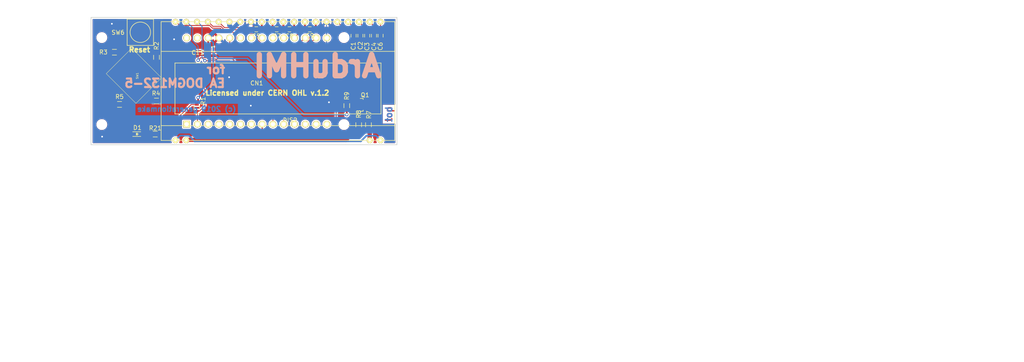
<source format=kicad_pcb>
(kicad_pcb (version 20171130) (host pcbnew 5.1.4-e60b266~84~ubuntu18.04.1)

  (general
    (thickness 1.6)
    (drawings 16)
    (tracks 203)
    (zones 0)
    (modules 25)
    (nets 49)
  )

  (page A4)
  (title_block
    (title "ArduHMI Shield")
    (date 2019-08-23)
    (rev 1.2)
    (company generationmake)
  )

  (layers
    (0 F.Cu signal)
    (31 B.Cu signal)
    (32 B.Adhes user)
    (33 F.Adhes user)
    (34 B.Paste user)
    (35 F.Paste user)
    (36 B.SilkS user)
    (37 F.SilkS user)
    (38 B.Mask user)
    (39 F.Mask user)
    (40 Dwgs.User user)
    (41 Cmts.User user)
    (42 Eco1.User user)
    (43 Eco2.User user)
    (44 Edge.Cuts user)
    (45 Margin user)
    (46 B.CrtYd user)
    (47 F.CrtYd user)
    (48 B.Fab user)
    (49 F.Fab user)
  )

  (setup
    (last_trace_width 0.2)
    (user_trace_width 0.2)
    (user_trace_width 0.4)
    (user_trace_width 1)
    (trace_clearance 0.2)
    (zone_clearance 0.3)
    (zone_45_only yes)
    (trace_min 0.2)
    (via_size 0.8)
    (via_drill 0.4)
    (via_min_size 0.8)
    (via_min_drill 0.4)
    (uvia_size 0.3)
    (uvia_drill 0.1)
    (uvias_allowed no)
    (uvia_min_size 0.2)
    (uvia_min_drill 0.1)
    (edge_width 0.15)
    (segment_width 0.2)
    (pcb_text_width 0.3)
    (pcb_text_size 1.5 1.5)
    (mod_edge_width 0.15)
    (mod_text_size 1 1)
    (mod_text_width 0.15)
    (pad_size 1.524 1.524)
    (pad_drill 0.762)
    (pad_to_mask_clearance 0.2)
    (solder_mask_min_width 0.25)
    (aux_axis_origin 0 0)
    (visible_elements FFFDFF7F)
    (pcbplotparams
      (layerselection 0x010f0_ffffffff)
      (usegerberextensions true)
      (usegerberattributes false)
      (usegerberadvancedattributes false)
      (creategerberjobfile false)
      (excludeedgelayer true)
      (linewidth 0.100000)
      (plotframeref false)
      (viasonmask true)
      (mode 1)
      (useauxorigin false)
      (hpglpennumber 1)
      (hpglpenspeed 20)
      (hpglpendiameter 15.000000)
      (psnegative false)
      (psa4output false)
      (plotreference true)
      (plotvalue false)
      (plotinvisibletext false)
      (padsonsilk false)
      (subtractmaskfromsilk false)
      (outputformat 1)
      (mirror false)
      (drillshape 0)
      (scaleselection 1)
      (outputdirectory "../gerber/"))
  )

  (net 0 "")
  (net 1 GND)
  (net 2 /KEYPAD_A0)
  (net 3 +5V)
  (net 4 /DISPLAY_BL)
  (net 5 /RESET)
  (net 6 /DIS_V4)
  (net 7 /DIS_V3)
  (net 8 /DIS_V2)
  (net 9 /DIS_V1)
  (net 10 /DIS_VOUT)
  (net 11 /DIS_V0)
  (net 12 /DIS_CAP1N)
  (net 13 /DIS_CAP3P)
  (net 14 /DIS_CAP1P)
  (net 15 /DIS_CAP2P)
  (net 16 /DIS_CAP2N)
  (net 17 /DIS_C2)
  (net 18 +3V3)
  (net 19 /DIS_SI)
  (net 20 /DIS_CLK)
  (net 21 /DIS_A0)
  (net 22 /DIS_RESET)
  (net 23 /DIS_CS)
  (net 24 /DIS_C1)
  (net 25 "Net-(Q1-Pad3)")
  (net 26 /BUTTON_UP)
  (net 27 /BUTTON_DOWN)
  (net 28 /BUTTON_LEFT)
  (net 29 /BUTTON_SELECT)
  (net 30 "Net-(D1-Pad2)")
  (net 31 "Net-(CN1-Pad1)")
  (net 32 "Net-(CN1-Pad3)")
  (net 33 "Net-(CN1-Pad4)")
  (net 34 "Net-(CN1-Pad5)")
  (net 35 "Net-(CN1-Pad6)")
  (net 36 "Net-(CN1-Pad7)")
  (net 37 "Net-(CN1-Pad11)")
  (net 38 "Net-(CN1-Pad12)")
  (net 39 "Net-(CN1-Pad13)")
  (net 40 "Net-(CN1-Pad14)")
  (net 41 "Net-(CN1-Pad15)")
  (net 42 "Net-(CN1-Pad19)")
  (net 43 "Net-(CN1-Pad20)")
  (net 44 "Net-(CN1-Pad21)")
  (net 45 "Net-(CN1-Pad22)")
  (net 46 "Net-(CN1-Pad23)")
  (net 47 "Net-(CN1-Pad27)")
  (net 48 "Net-(CN1-Pad28)")

  (net_class Default "This is the default net class."
    (clearance 0.2)
    (trace_width 0.2)
    (via_dia 0.8)
    (via_drill 0.4)
    (uvia_dia 0.3)
    (uvia_drill 0.1)
    (add_net +3V3)
    (add_net +5V)
    (add_net /BUTTON_DOWN)
    (add_net /BUTTON_LEFT)
    (add_net /BUTTON_SELECT)
    (add_net /BUTTON_UP)
    (add_net /DISPLAY_BL)
    (add_net /DIS_A0)
    (add_net /DIS_C1)
    (add_net /DIS_C2)
    (add_net /DIS_CAP1N)
    (add_net /DIS_CAP1P)
    (add_net /DIS_CAP2N)
    (add_net /DIS_CAP2P)
    (add_net /DIS_CAP3P)
    (add_net /DIS_CLK)
    (add_net /DIS_CS)
    (add_net /DIS_RESET)
    (add_net /DIS_SI)
    (add_net /DIS_V0)
    (add_net /DIS_V1)
    (add_net /DIS_V2)
    (add_net /DIS_V3)
    (add_net /DIS_V4)
    (add_net /DIS_VOUT)
    (add_net /KEYPAD_A0)
    (add_net /RESET)
    (add_net GND)
    (add_net "Net-(CN1-Pad1)")
    (add_net "Net-(CN1-Pad11)")
    (add_net "Net-(CN1-Pad12)")
    (add_net "Net-(CN1-Pad13)")
    (add_net "Net-(CN1-Pad14)")
    (add_net "Net-(CN1-Pad15)")
    (add_net "Net-(CN1-Pad19)")
    (add_net "Net-(CN1-Pad20)")
    (add_net "Net-(CN1-Pad21)")
    (add_net "Net-(CN1-Pad22)")
    (add_net "Net-(CN1-Pad23)")
    (add_net "Net-(CN1-Pad27)")
    (add_net "Net-(CN1-Pad28)")
    (add_net "Net-(CN1-Pad3)")
    (add_net "Net-(CN1-Pad4)")
    (add_net "Net-(CN1-Pad5)")
    (add_net "Net-(CN1-Pad6)")
    (add_net "Net-(CN1-Pad7)")
    (add_net "Net-(D1-Pad2)")
    (add_net "Net-(Q1-Pad3)")
  )

  (net_class ANTENNA ""
    (clearance 1.4)
    (trace_width 2)
    (via_dia 1.1)
    (via_drill 0.5)
    (uvia_dia 0.3)
    (uvia_drill 0.1)
  )

  (module mechanical-switches:WE_430182050816 (layer F.Cu) (tedit 5C1023C6) (tstamp 5D10DAA0)
    (at 62.6 84.5)
    (path /5D125154)
    (fp_text reference SW6 (at -5.25 0.05) (layer F.SilkS)
      (effects (font (size 1 1) (thickness 0.15)))
    )
    (fp_text value TAST_VER (at 0 -0.5) (layer F.Fab)
      (effects (font (size 1 1) (thickness 0.15)))
    )
    (fp_circle (center 0 0) (end 0.7 -2.3) (layer F.SilkS) (width 0.15))
    (fp_line (start -3.1 3.1) (end -3.1 -3.1) (layer F.SilkS) (width 0.15))
    (fp_line (start 3.1 3.1) (end -3.1 3.1) (layer F.SilkS) (width 0.15))
    (fp_line (start 3.1 -3.1) (end 3.1 3.1) (layer F.SilkS) (width 0.15))
    (fp_line (start -3.1 -3.1) (end 3.1 -3.1) (layer F.SilkS) (width 0.15))
    (pad 4 smd rect (at 4 2.25) (size 1.55 1.3) (layers F.Cu F.Paste F.Mask)
      (net 5 /RESET))
    (pad 3 smd rect (at 4 -2.25) (size 1.55 1.3) (layers F.Cu F.Paste F.Mask)
      (net 1 GND))
    (pad 2 smd rect (at -4 2.25) (size 1.55 1.3) (layers F.Cu F.Paste F.Mask)
      (net 5 /RESET))
    (pad 1 smd rect (at -4 -2.25) (size 1.55 1.3) (layers F.Cu F.Paste F.Mask)
      (net 1 GND))
    (model "${KISYS3DMOD}/mechanical-switches.3dshapes/430182050816 (rev1).stp"
      (at (xyz 0 0 0))
      (scale (xyz 1 1 1))
      (rotate (xyz 0 0 0))
    )
  )

  (module SOT_TO:SOT-23 (layer F.Cu) (tedit 553634F8) (tstamp 5B143F11)
    (at 114.4 101.6 270)
    (descr "SOT-23, Standard")
    (tags SOT-23)
    (path /5B63CAC6)
    (attr smd)
    (fp_text reference Q1 (at -2.3 -1.1) (layer F.SilkS)
      (effects (font (size 1 1) (thickness 0.15)))
    )
    (fp_text value 2N7002 (at 0 2.3 270) (layer F.Fab)
      (effects (font (size 1 1) (thickness 0.15)))
    )
    (fp_line (start 1.49982 -0.65024) (end 1.49982 0.0508) (layer F.SilkS) (width 0.15))
    (fp_line (start 1.29916 -0.65024) (end 1.49982 -0.65024) (layer F.SilkS) (width 0.15))
    (fp_line (start -1.49982 -0.65024) (end -1.2509 -0.65024) (layer F.SilkS) (width 0.15))
    (fp_line (start -1.49982 0.0508) (end -1.49982 -0.65024) (layer F.SilkS) (width 0.15))
    (fp_line (start 1.29916 -0.65024) (end 1.2509 -0.65024) (layer F.SilkS) (width 0.15))
    (fp_line (start -1.65 1.6) (end -1.65 -1.6) (layer F.CrtYd) (width 0.05))
    (fp_line (start 1.65 1.6) (end -1.65 1.6) (layer F.CrtYd) (width 0.05))
    (fp_line (start 1.65 -1.6) (end 1.65 1.6) (layer F.CrtYd) (width 0.05))
    (fp_line (start -1.65 -1.6) (end 1.65 -1.6) (layer F.CrtYd) (width 0.05))
    (pad 3 smd rect (at 0 -0.99822 270) (size 0.8001 0.8001) (layers F.Cu F.Paste F.Mask)
      (net 25 "Net-(Q1-Pad3)"))
    (pad 2 smd rect (at 0.95 1.00076 270) (size 0.8001 0.8001) (layers F.Cu F.Paste F.Mask)
      (net 1 GND))
    (pad 1 smd rect (at -0.95 1.00076 270) (size 0.8001 0.8001) (layers F.Cu F.Paste F.Mask)
      (net 4 /DISPLAY_BL))
    (model TO_SOT_Packages_SMD.3dshapes/SOT-23.wrl
      (at (xyz 0 0 0))
      (scale (xyz 1 1 1))
      (rotate (xyz 0 0 0))
    )
  )

  (module capacitors:C_0603 (layer F.Cu) (tedit 5415D631) (tstamp 5BB4F755)
    (at 112.8 85.3 270)
    (descr "Capacitor SMD 0603, reflow soldering, AVX (see smccp.pdf)")
    (tags "capacitor 0603")
    (path /5BBAE27F)
    (attr smd)
    (fp_text reference C1 (at 2.45 0.05 270) (layer F.SilkS)
      (effects (font (size 1 1) (thickness 0.15)))
    )
    (fp_text value 1uF (at 0 1.9 270) (layer F.Fab)
      (effects (font (size 1 1) (thickness 0.15)))
    )
    (fp_line (start 0.35 0.6) (end -0.35 0.6) (layer F.SilkS) (width 0.15))
    (fp_line (start -0.35 -0.6) (end 0.35 -0.6) (layer F.SilkS) (width 0.15))
    (fp_line (start 1.45 -0.75) (end 1.45 0.75) (layer F.CrtYd) (width 0.05))
    (fp_line (start -1.45 -0.75) (end -1.45 0.75) (layer F.CrtYd) (width 0.05))
    (fp_line (start -1.45 0.75) (end 1.45 0.75) (layer F.CrtYd) (width 0.05))
    (fp_line (start -1.45 -0.75) (end 1.45 -0.75) (layer F.CrtYd) (width 0.05))
    (pad 2 smd rect (at 0.75 0 270) (size 0.8 0.75) (layers F.Cu F.Paste F.Mask)
      (net 1 GND))
    (pad 1 smd rect (at -0.75 0 270) (size 0.8 0.75) (layers F.Cu F.Paste F.Mask)
      (net 6 /DIS_V4))
    (model capacitors.3dshapes/C_0603.wrl
      (at (xyz 0 0 0))
      (scale (xyz 1 1 1))
      (rotate (xyz 0 0 0))
    )
  )

  (module capacitors:C_0603 (layer F.Cu) (tedit 5415D631) (tstamp 5BB4F694)
    (at 114.4 85.3 270)
    (descr "Capacitor SMD 0603, reflow soldering, AVX (see smccp.pdf)")
    (tags "capacitor 0603")
    (path /5BBAE22D)
    (attr smd)
    (fp_text reference C2 (at 2.35 0 270) (layer F.SilkS)
      (effects (font (size 1 1) (thickness 0.15)))
    )
    (fp_text value 1uF (at 0 1.9 270) (layer F.Fab)
      (effects (font (size 1 1) (thickness 0.15)))
    )
    (fp_line (start 0.35 0.6) (end -0.35 0.6) (layer F.SilkS) (width 0.15))
    (fp_line (start -0.35 -0.6) (end 0.35 -0.6) (layer F.SilkS) (width 0.15))
    (fp_line (start 1.45 -0.75) (end 1.45 0.75) (layer F.CrtYd) (width 0.05))
    (fp_line (start -1.45 -0.75) (end -1.45 0.75) (layer F.CrtYd) (width 0.05))
    (fp_line (start -1.45 0.75) (end 1.45 0.75) (layer F.CrtYd) (width 0.05))
    (fp_line (start -1.45 -0.75) (end 1.45 -0.75) (layer F.CrtYd) (width 0.05))
    (pad 2 smd rect (at 0.75 0 270) (size 0.8 0.75) (layers F.Cu F.Paste F.Mask)
      (net 1 GND))
    (pad 1 smd rect (at -0.75 0 270) (size 0.8 0.75) (layers F.Cu F.Paste F.Mask)
      (net 7 /DIS_V3))
    (model capacitors.3dshapes/C_0603.wrl
      (at (xyz 0 0 0))
      (scale (xyz 1 1 1))
      (rotate (xyz 0 0 0))
    )
  )

  (module resistors:R_0603 (layer F.Cu) (tedit 5415CC62) (tstamp 5B4D0FB5)
    (at 75.9 102.3 270)
    (descr "Resistor SMD 0603, reflow soldering, Vishay (see dcrcw.pdf)")
    (tags "resistor 0603")
    (path /5B63AD92)
    (attr smd)
    (fp_text reference R1 (at -1.6 -1.5 90) (layer F.SilkS)
      (effects (font (size 1 1) (thickness 0.15)))
    )
    (fp_text value 2k (at 0 1.9 90) (layer F.Fab)
      (effects (font (size 1 1) (thickness 0.15)))
    )
    (fp_line (start -0.5 -0.675) (end 0.5 -0.675) (layer F.SilkS) (width 0.15))
    (fp_line (start 0.5 0.675) (end -0.5 0.675) (layer F.SilkS) (width 0.15))
    (fp_line (start 1.3 -0.8) (end 1.3 0.8) (layer F.CrtYd) (width 0.05))
    (fp_line (start -1.3 -0.8) (end -1.3 0.8) (layer F.CrtYd) (width 0.05))
    (fp_line (start -1.3 0.8) (end 1.3 0.8) (layer F.CrtYd) (width 0.05))
    (fp_line (start -1.3 -0.8) (end 1.3 -0.8) (layer F.CrtYd) (width 0.05))
    (pad 2 smd rect (at 0.75 0 270) (size 0.5 0.9) (layers F.Cu F.Paste F.Mask)
      (net 2 /KEYPAD_A0))
    (pad 1 smd rect (at -0.75 0 270) (size 0.5 0.9) (layers F.Cu F.Paste F.Mask)
      (net 18 +3V3))
    (model resistors.3dshapes/R_0603.wrl
      (at (xyz 0 0 0))
      (scale (xyz 1 1 1))
      (rotate (xyz 0 0 0))
    )
  )

  (module resistors:R_0603 (layer F.Cu) (tedit 5415CC62) (tstamp 5B4D0FC0)
    (at 66.4 90.4 90)
    (descr "Resistor SMD 0603, reflow soldering, Vishay (see dcrcw.pdf)")
    (tags "resistor 0603")
    (path /5B63AC92)
    (attr smd)
    (fp_text reference R2 (at 2.7 0 90) (layer F.SilkS)
      (effects (font (size 1 1) (thickness 0.15)))
    )
    (fp_text value 330 (at 0 1.9 90) (layer F.Fab)
      (effects (font (size 1 1) (thickness 0.15)))
    )
    (fp_line (start -0.5 -0.675) (end 0.5 -0.675) (layer F.SilkS) (width 0.15))
    (fp_line (start 0.5 0.675) (end -0.5 0.675) (layer F.SilkS) (width 0.15))
    (fp_line (start 1.3 -0.8) (end 1.3 0.8) (layer F.CrtYd) (width 0.05))
    (fp_line (start -1.3 -0.8) (end -1.3 0.8) (layer F.CrtYd) (width 0.05))
    (fp_line (start -1.3 0.8) (end 1.3 0.8) (layer F.CrtYd) (width 0.05))
    (fp_line (start -1.3 -0.8) (end 1.3 -0.8) (layer F.CrtYd) (width 0.05))
    (pad 2 smd rect (at 0.75 0 90) (size 0.5 0.9) (layers F.Cu F.Paste F.Mask)
      (net 26 /BUTTON_UP))
    (pad 1 smd rect (at -0.75 0 90) (size 0.5 0.9) (layers F.Cu F.Paste F.Mask)
      (net 2 /KEYPAD_A0))
    (model resistors.3dshapes/R_0603.wrl
      (at (xyz 0 0 0))
      (scale (xyz 1 1 1))
      (rotate (xyz 0 0 0))
    )
  )

  (module resistors:R_0603 (layer F.Cu) (tedit 5415CC62) (tstamp 5B4D0FCB)
    (at 56.5 89.2)
    (descr "Resistor SMD 0603, reflow soldering, Vishay (see dcrcw.pdf)")
    (tags "resistor 0603")
    (path /5B63AB87)
    (attr smd)
    (fp_text reference R3 (at -2.6 0 180) (layer F.SilkS)
      (effects (font (size 1 1) (thickness 0.15)))
    )
    (fp_text value 620 (at 0 1.9 180) (layer F.Fab)
      (effects (font (size 1 1) (thickness 0.15)))
    )
    (fp_line (start -0.5 -0.675) (end 0.5 -0.675) (layer F.SilkS) (width 0.15))
    (fp_line (start 0.5 0.675) (end -0.5 0.675) (layer F.SilkS) (width 0.15))
    (fp_line (start 1.3 -0.8) (end 1.3 0.8) (layer F.CrtYd) (width 0.05))
    (fp_line (start -1.3 -0.8) (end -1.3 0.8) (layer F.CrtYd) (width 0.05))
    (fp_line (start -1.3 0.8) (end 1.3 0.8) (layer F.CrtYd) (width 0.05))
    (fp_line (start -1.3 -0.8) (end 1.3 -0.8) (layer F.CrtYd) (width 0.05))
    (pad 2 smd rect (at 0.75 0) (size 0.5 0.9) (layers F.Cu F.Paste F.Mask)
      (net 27 /BUTTON_DOWN))
    (pad 1 smd rect (at -0.75 0) (size 0.5 0.9) (layers F.Cu F.Paste F.Mask)
      (net 26 /BUTTON_UP))
    (model resistors.3dshapes/R_0603.wrl
      (at (xyz 0 0 0))
      (scale (xyz 1 1 1))
      (rotate (xyz 0 0 0))
    )
  )

  (module resistors:R_0603 (layer F.Cu) (tedit 5415CC62) (tstamp 5BB68BD4)
    (at 116.3 106.3 90)
    (descr "Resistor SMD 0603, reflow soldering, Vishay (see dcrcw.pdf)")
    (tags "resistor 0603")
    (path /5B63C41E)
    (attr smd)
    (fp_text reference R7 (at 2.35 0.1 90) (layer F.SilkS)
      (effects (font (size 1 1) (thickness 0.15)))
    )
    (fp_text value 30 (at 0 1.9 90) (layer F.Fab)
      (effects (font (size 1 1) (thickness 0.15)))
    )
    (fp_line (start -0.5 -0.675) (end 0.5 -0.675) (layer F.SilkS) (width 0.15))
    (fp_line (start 0.5 0.675) (end -0.5 0.675) (layer F.SilkS) (width 0.15))
    (fp_line (start 1.3 -0.8) (end 1.3 0.8) (layer F.CrtYd) (width 0.05))
    (fp_line (start -1.3 -0.8) (end -1.3 0.8) (layer F.CrtYd) (width 0.05))
    (fp_line (start -1.3 0.8) (end 1.3 0.8) (layer F.CrtYd) (width 0.05))
    (fp_line (start -1.3 -0.8) (end 1.3 -0.8) (layer F.CrtYd) (width 0.05))
    (pad 2 smd rect (at 0.75 0 90) (size 0.5 0.9) (layers F.Cu F.Paste F.Mask)
      (net 25 "Net-(Q1-Pad3)"))
    (pad 1 smd rect (at -0.75 0 90) (size 0.5 0.9) (layers F.Cu F.Paste F.Mask)
      (net 17 /DIS_C2))
    (model resistors.3dshapes/R_0603.wrl
      (at (xyz 0 0 0))
      (scale (xyz 1 1 1))
      (rotate (xyz 0 0 0))
    )
  )

  (module resistors:R_0603 (layer F.Cu) (tedit 5415CC62) (tstamp 5B4D1002)
    (at 114 106.3 90)
    (descr "Resistor SMD 0603, reflow soldering, Vishay (see dcrcw.pdf)")
    (tags "resistor 0603")
    (path /5BB5541F)
    (attr smd)
    (fp_text reference R8 (at 2.5 0 90) (layer F.SilkS)
      (effects (font (size 1 1) (thickness 0.15)))
    )
    (fp_text value 30 (at 0 1.9 90) (layer F.Fab)
      (effects (font (size 1 1) (thickness 0.15)))
    )
    (fp_line (start -0.5 -0.675) (end 0.5 -0.675) (layer F.SilkS) (width 0.15))
    (fp_line (start 0.5 0.675) (end -0.5 0.675) (layer F.SilkS) (width 0.15))
    (fp_line (start 1.3 -0.8) (end 1.3 0.8) (layer F.CrtYd) (width 0.05))
    (fp_line (start -1.3 -0.8) (end -1.3 0.8) (layer F.CrtYd) (width 0.05))
    (fp_line (start -1.3 0.8) (end 1.3 0.8) (layer F.CrtYd) (width 0.05))
    (fp_line (start -1.3 -0.8) (end 1.3 -0.8) (layer F.CrtYd) (width 0.05))
    (pad 2 smd rect (at 0.75 0 90) (size 0.5 0.9) (layers F.Cu F.Paste F.Mask)
      (net 25 "Net-(Q1-Pad3)"))
    (pad 1 smd rect (at -0.75 0 90) (size 0.5 0.9) (layers F.Cu F.Paste F.Mask)
      (net 24 /DIS_C1))
    (model resistors.3dshapes/R_0603.wrl
      (at (xyz 0 0 0))
      (scale (xyz 1 1 1))
      (rotate (xyz 0 0 0))
    )
  )

  (module resistors:R_0603 (layer F.Cu) (tedit 5415CC62) (tstamp 5B4D100D)
    (at 111.2 101.8 90)
    (descr "Resistor SMD 0603, reflow soldering, Vishay (see dcrcw.pdf)")
    (tags "resistor 0603")
    (path /5B63CC9C)
    (attr smd)
    (fp_text reference R9 (at 2.3 0 90) (layer F.SilkS)
      (effects (font (size 1 1) (thickness 0.15)))
    )
    (fp_text value 1k (at 0 1.9 90) (layer F.Fab)
      (effects (font (size 1 1) (thickness 0.15)))
    )
    (fp_line (start -0.5 -0.675) (end 0.5 -0.675) (layer F.SilkS) (width 0.15))
    (fp_line (start 0.5 0.675) (end -0.5 0.675) (layer F.SilkS) (width 0.15))
    (fp_line (start 1.3 -0.8) (end 1.3 0.8) (layer F.CrtYd) (width 0.05))
    (fp_line (start -1.3 -0.8) (end -1.3 0.8) (layer F.CrtYd) (width 0.05))
    (fp_line (start -1.3 0.8) (end 1.3 0.8) (layer F.CrtYd) (width 0.05))
    (fp_line (start -1.3 -0.8) (end 1.3 -0.8) (layer F.CrtYd) (width 0.05))
    (pad 2 smd rect (at 0.75 0 90) (size 0.5 0.9) (layers F.Cu F.Paste F.Mask)
      (net 4 /DISPLAY_BL))
    (pad 1 smd rect (at -0.75 0 90) (size 0.5 0.9) (layers F.Cu F.Paste F.Mask)
      (net 18 +3V3))
    (model resistors.3dshapes/R_0603.wrl
      (at (xyz 0 0 0))
      (scale (xyz 1 1 1))
      (rotate (xyz 0 0 0))
    )
  )

  (module resistors:R_0603 (layer F.Cu) (tedit 5415CC62) (tstamp 5B63B078)
    (at 66.4 100.7 180)
    (descr "Resistor SMD 0603, reflow soldering, Vishay (see dcrcw.pdf)")
    (tags "resistor 0603")
    (path /5B63AAA2)
    (attr smd)
    (fp_text reference R4 (at 0.1 1.8 180) (layer F.SilkS)
      (effects (font (size 1 1) (thickness 0.15)))
    )
    (fp_text value 1k (at 0 1.9 180) (layer F.Fab)
      (effects (font (size 1 1) (thickness 0.15)))
    )
    (fp_line (start -0.5 -0.675) (end 0.5 -0.675) (layer F.SilkS) (width 0.15))
    (fp_line (start 0.5 0.675) (end -0.5 0.675) (layer F.SilkS) (width 0.15))
    (fp_line (start 1.3 -0.8) (end 1.3 0.8) (layer F.CrtYd) (width 0.05))
    (fp_line (start -1.3 -0.8) (end -1.3 0.8) (layer F.CrtYd) (width 0.05))
    (fp_line (start -1.3 0.8) (end 1.3 0.8) (layer F.CrtYd) (width 0.05))
    (fp_line (start -1.3 -0.8) (end 1.3 -0.8) (layer F.CrtYd) (width 0.05))
    (pad 2 smd rect (at 0.75 0 180) (size 0.5 0.9) (layers F.Cu F.Paste F.Mask)
      (net 28 /BUTTON_LEFT))
    (pad 1 smd rect (at -0.75 0 180) (size 0.5 0.9) (layers F.Cu F.Paste F.Mask)
      (net 27 /BUTTON_DOWN))
    (model resistors.3dshapes/R_0603.wrl
      (at (xyz 0 0 0))
      (scale (xyz 1 1 1))
      (rotate (xyz 0 0 0))
    )
  )

  (module resistors:R_0603 (layer F.Cu) (tedit 5415CC62) (tstamp 5B63B084)
    (at 57.7 101.5 180)
    (descr "Resistor SMD 0603, reflow soldering, Vishay (see dcrcw.pdf)")
    (tags "resistor 0603")
    (path /5B63A92B)
    (attr smd)
    (fp_text reference R5 (at 0 1.8) (layer F.SilkS)
      (effects (font (size 1 1) (thickness 0.15)))
    )
    (fp_text value 3k3 (at 0 1.9) (layer F.Fab)
      (effects (font (size 1 1) (thickness 0.15)))
    )
    (fp_line (start -0.5 -0.675) (end 0.5 -0.675) (layer F.SilkS) (width 0.15))
    (fp_line (start 0.5 0.675) (end -0.5 0.675) (layer F.SilkS) (width 0.15))
    (fp_line (start 1.3 -0.8) (end 1.3 0.8) (layer F.CrtYd) (width 0.05))
    (fp_line (start -1.3 -0.8) (end -1.3 0.8) (layer F.CrtYd) (width 0.05))
    (fp_line (start -1.3 0.8) (end 1.3 0.8) (layer F.CrtYd) (width 0.05))
    (fp_line (start -1.3 -0.8) (end 1.3 -0.8) (layer F.CrtYd) (width 0.05))
    (pad 2 smd rect (at 0.75 0 180) (size 0.5 0.9) (layers F.Cu F.Paste F.Mask)
      (net 29 /BUTTON_SELECT))
    (pad 1 smd rect (at -0.75 0 180) (size 0.5 0.9) (layers F.Cu F.Paste F.Mask)
      (net 28 /BUTTON_LEFT))
    (model resistors.3dshapes/R_0603.wrl
      (at (xyz 0 0 0))
      (scale (xyz 1 1 1))
      (rotate (xyz 0 0 0))
    )
  )

  (module capacitors:C_0603 (layer F.Cu) (tedit 5415D631) (tstamp 5BB4CE8D)
    (at 116 85.3 270)
    (descr "Capacitor SMD 0603, reflow soldering, AVX (see smccp.pdf)")
    (tags "capacitor 0603")
    (path /5BBAE1DD)
    (attr smd)
    (fp_text reference C3 (at 2.55 0.05 270) (layer F.SilkS)
      (effects (font (size 1 1) (thickness 0.15)))
    )
    (fp_text value 1uF (at 0 1.9 270) (layer F.Fab)
      (effects (font (size 1 1) (thickness 0.15)))
    )
    (fp_line (start 0.35 0.6) (end -0.35 0.6) (layer F.SilkS) (width 0.15))
    (fp_line (start -0.35 -0.6) (end 0.35 -0.6) (layer F.SilkS) (width 0.15))
    (fp_line (start 1.45 -0.75) (end 1.45 0.75) (layer F.CrtYd) (width 0.05))
    (fp_line (start -1.45 -0.75) (end -1.45 0.75) (layer F.CrtYd) (width 0.05))
    (fp_line (start -1.45 0.75) (end 1.45 0.75) (layer F.CrtYd) (width 0.05))
    (fp_line (start -1.45 -0.75) (end 1.45 -0.75) (layer F.CrtYd) (width 0.05))
    (pad 2 smd rect (at 0.75 0 270) (size 0.8 0.75) (layers F.Cu F.Paste F.Mask)
      (net 1 GND))
    (pad 1 smd rect (at -0.75 0 270) (size 0.8 0.75) (layers F.Cu F.Paste F.Mask)
      (net 8 /DIS_V2))
    (model capacitors.3dshapes/C_0603.wrl
      (at (xyz 0 0 0))
      (scale (xyz 1 1 1))
      (rotate (xyz 0 0 0))
    )
  )

  (module capacitors:C_0603 (layer F.Cu) (tedit 5415D631) (tstamp 5BB4CE4B)
    (at 117.6 85.3 270)
    (descr "Capacitor SMD 0603, reflow soldering, AVX (see smccp.pdf)")
    (tags "capacitor 0603")
    (path /5BBAE187)
    (attr smd)
    (fp_text reference C4 (at 2.55 0 270) (layer F.SilkS)
      (effects (font (size 1 1) (thickness 0.15)))
    )
    (fp_text value 1uF (at 0 1.9 270) (layer F.Fab)
      (effects (font (size 1 1) (thickness 0.15)))
    )
    (fp_line (start 0.35 0.6) (end -0.35 0.6) (layer F.SilkS) (width 0.15))
    (fp_line (start -0.35 -0.6) (end 0.35 -0.6) (layer F.SilkS) (width 0.15))
    (fp_line (start 1.45 -0.75) (end 1.45 0.75) (layer F.CrtYd) (width 0.05))
    (fp_line (start -1.45 -0.75) (end -1.45 0.75) (layer F.CrtYd) (width 0.05))
    (fp_line (start -1.45 0.75) (end 1.45 0.75) (layer F.CrtYd) (width 0.05))
    (fp_line (start -1.45 -0.75) (end 1.45 -0.75) (layer F.CrtYd) (width 0.05))
    (pad 2 smd rect (at 0.75 0 270) (size 0.8 0.75) (layers F.Cu F.Paste F.Mask)
      (net 1 GND))
    (pad 1 smd rect (at -0.75 0 270) (size 0.8 0.75) (layers F.Cu F.Paste F.Mask)
      (net 9 /DIS_V1))
    (model capacitors.3dshapes/C_0603.wrl
      (at (xyz 0 0 0))
      (scale (xyz 1 1 1))
      (rotate (xyz 0 0 0))
    )
  )

  (module capacitors:C_0603 (layer F.Cu) (tedit 5415D631) (tstamp 5BB4CE6C)
    (at 89.9 83.8 180)
    (descr "Capacitor SMD 0603, reflow soldering, AVX (see smccp.pdf)")
    (tags "capacitor 0603")
    (path /5BBAE437)
    (attr smd)
    (fp_text reference C5 (at 0 -1.6 180) (layer F.SilkS)
      (effects (font (size 1 1) (thickness 0.15)))
    )
    (fp_text value 1uF (at 0 1.9 180) (layer F.Fab)
      (effects (font (size 1 1) (thickness 0.15)))
    )
    (fp_line (start 0.35 0.6) (end -0.35 0.6) (layer F.SilkS) (width 0.15))
    (fp_line (start -0.35 -0.6) (end 0.35 -0.6) (layer F.SilkS) (width 0.15))
    (fp_line (start 1.45 -0.75) (end 1.45 0.75) (layer F.CrtYd) (width 0.05))
    (fp_line (start -1.45 -0.75) (end -1.45 0.75) (layer F.CrtYd) (width 0.05))
    (fp_line (start -1.45 0.75) (end 1.45 0.75) (layer F.CrtYd) (width 0.05))
    (fp_line (start -1.45 -0.75) (end 1.45 -0.75) (layer F.CrtYd) (width 0.05))
    (pad 2 smd rect (at 0.75 0 180) (size 0.8 0.75) (layers F.Cu F.Paste F.Mask)
      (net 1 GND))
    (pad 1 smd rect (at -0.75 0 180) (size 0.8 0.75) (layers F.Cu F.Paste F.Mask)
      (net 10 /DIS_VOUT))
    (model capacitors.3dshapes/C_0603.wrl
      (at (xyz 0 0 0))
      (scale (xyz 1 1 1))
      (rotate (xyz 0 0 0))
    )
  )

  (module capacitors:C_0603 (layer F.Cu) (tedit 5415D631) (tstamp 5BB4CE2A)
    (at 119.15 85.3 270)
    (descr "Capacitor SMD 0603, reflow soldering, AVX (see smccp.pdf)")
    (tags "capacitor 0603")
    (path /5BBADF9D)
    (attr smd)
    (fp_text reference C6 (at 2.5 0.05 270) (layer F.SilkS)
      (effects (font (size 1 1) (thickness 0.15)))
    )
    (fp_text value 1uF (at 0 1.9 270) (layer F.Fab)
      (effects (font (size 1 1) (thickness 0.15)))
    )
    (fp_line (start 0.35 0.6) (end -0.35 0.6) (layer F.SilkS) (width 0.15))
    (fp_line (start -0.35 -0.6) (end 0.35 -0.6) (layer F.SilkS) (width 0.15))
    (fp_line (start 1.45 -0.75) (end 1.45 0.75) (layer F.CrtYd) (width 0.05))
    (fp_line (start -1.45 -0.75) (end -1.45 0.75) (layer F.CrtYd) (width 0.05))
    (fp_line (start -1.45 0.75) (end 1.45 0.75) (layer F.CrtYd) (width 0.05))
    (fp_line (start -1.45 -0.75) (end 1.45 -0.75) (layer F.CrtYd) (width 0.05))
    (pad 2 smd rect (at 0.75 0 270) (size 0.8 0.75) (layers F.Cu F.Paste F.Mask)
      (net 1 GND))
    (pad 1 smd rect (at -0.75 0 270) (size 0.8 0.75) (layers F.Cu F.Paste F.Mask)
      (net 11 /DIS_V0))
    (model capacitors.3dshapes/C_0603.wrl
      (at (xyz 0 0 0))
      (scale (xyz 1 1 1))
      (rotate (xyz 0 0 0))
    )
  )

  (module capacitors:C_0603 (layer F.Cu) (tedit 5415D631) (tstamp 5BB4CDC7)
    (at 94.7 83.8)
    (descr "Capacitor SMD 0603, reflow soldering, AVX (see smccp.pdf)")
    (tags "capacitor 0603")
    (path /5B6395F1)
    (attr smd)
    (fp_text reference C7 (at 0 1.6) (layer F.SilkS)
      (effects (font (size 1 1) (thickness 0.15)))
    )
    (fp_text value 1uF (at 0 1.9) (layer F.Fab)
      (effects (font (size 1 1) (thickness 0.15)))
    )
    (fp_line (start 0.35 0.6) (end -0.35 0.6) (layer F.SilkS) (width 0.15))
    (fp_line (start -0.35 -0.6) (end 0.35 -0.6) (layer F.SilkS) (width 0.15))
    (fp_line (start 1.45 -0.75) (end 1.45 0.75) (layer F.CrtYd) (width 0.05))
    (fp_line (start -1.45 -0.75) (end -1.45 0.75) (layer F.CrtYd) (width 0.05))
    (fp_line (start -1.45 0.75) (end 1.45 0.75) (layer F.CrtYd) (width 0.05))
    (fp_line (start -1.45 -0.75) (end 1.45 -0.75) (layer F.CrtYd) (width 0.05))
    (pad 2 smd rect (at 0.75 0) (size 0.8 0.75) (layers F.Cu F.Paste F.Mask)
      (net 12 /DIS_CAP1N))
    (pad 1 smd rect (at -0.75 0) (size 0.8 0.75) (layers F.Cu F.Paste F.Mask)
      (net 13 /DIS_CAP3P))
    (model capacitors.3dshapes/C_0603.wrl
      (at (xyz 0 0 0))
      (scale (xyz 1 1 1))
      (rotate (xyz 0 0 0))
    )
  )

  (module capacitors:C_0603 (layer F.Cu) (tedit 5415D631) (tstamp 5BB4CE09)
    (at 97.7 83.8)
    (descr "Capacitor SMD 0603, reflow soldering, AVX (see smccp.pdf)")
    (tags "capacitor 0603")
    (path /5B63982A)
    (attr smd)
    (fp_text reference C8 (at 0 1.6) (layer F.SilkS)
      (effects (font (size 1 1) (thickness 0.15)))
    )
    (fp_text value 1uF (at 0 1.9) (layer F.Fab)
      (effects (font (size 1 1) (thickness 0.15)))
    )
    (fp_line (start 0.35 0.6) (end -0.35 0.6) (layer F.SilkS) (width 0.15))
    (fp_line (start -0.35 -0.6) (end 0.35 -0.6) (layer F.SilkS) (width 0.15))
    (fp_line (start 1.45 -0.75) (end 1.45 0.75) (layer F.CrtYd) (width 0.05))
    (fp_line (start -1.45 -0.75) (end -1.45 0.75) (layer F.CrtYd) (width 0.05))
    (fp_line (start -1.45 0.75) (end 1.45 0.75) (layer F.CrtYd) (width 0.05))
    (fp_line (start -1.45 -0.75) (end 1.45 -0.75) (layer F.CrtYd) (width 0.05))
    (pad 2 smd rect (at 0.75 0) (size 0.8 0.75) (layers F.Cu F.Paste F.Mask)
      (net 14 /DIS_CAP1P))
    (pad 1 smd rect (at -0.75 0) (size 0.8 0.75) (layers F.Cu F.Paste F.Mask)
      (net 12 /DIS_CAP1N))
    (model capacitors.3dshapes/C_0603.wrl
      (at (xyz 0 0 0))
      (scale (xyz 1 1 1))
      (rotate (xyz 0 0 0))
    )
  )

  (module capacitors:C_0603 (layer F.Cu) (tedit 5415D631) (tstamp 5BB4CEAE)
    (at 102.5 83.8)
    (descr "Capacitor SMD 0603, reflow soldering, AVX (see smccp.pdf)")
    (tags "capacitor 0603")
    (path /5BB54AD8)
    (attr smd)
    (fp_text reference C9 (at 0 1.5) (layer F.SilkS)
      (effects (font (size 1 1) (thickness 0.15)))
    )
    (fp_text value 1uF (at 0 1.9) (layer F.Fab)
      (effects (font (size 1 1) (thickness 0.15)))
    )
    (fp_line (start 0.35 0.6) (end -0.35 0.6) (layer F.SilkS) (width 0.15))
    (fp_line (start -0.35 -0.6) (end 0.35 -0.6) (layer F.SilkS) (width 0.15))
    (fp_line (start 1.45 -0.75) (end 1.45 0.75) (layer F.CrtYd) (width 0.05))
    (fp_line (start -1.45 -0.75) (end -1.45 0.75) (layer F.CrtYd) (width 0.05))
    (fp_line (start -1.45 0.75) (end 1.45 0.75) (layer F.CrtYd) (width 0.05))
    (fp_line (start -1.45 -0.75) (end 1.45 -0.75) (layer F.CrtYd) (width 0.05))
    (pad 2 smd rect (at 0.75 0) (size 0.8 0.75) (layers F.Cu F.Paste F.Mask)
      (net 16 /DIS_CAP2N))
    (pad 1 smd rect (at -0.75 0) (size 0.8 0.75) (layers F.Cu F.Paste F.Mask)
      (net 15 /DIS_CAP2P))
    (model capacitors.3dshapes/C_0603.wrl
      (at (xyz 0 0 0))
      (scale (xyz 1 1 1))
      (rotate (xyz 0 0 0))
    )
  )

  (module displays:EA_DOGM081_162_163_132 (layer F.Cu) (tedit 5D623952) (tstamp 5BB4E149)
    (at 95 96)
    (path /5BD4D587)
    (fp_text reference DIS2 (at 2.85 9.22) (layer F.SilkS)
      (effects (font (size 1 1) (thickness 0.15)))
    )
    (fp_text value EA_DOGM132-5 (at 0 -0.5) (layer F.Fab)
      (effects (font (size 1 1) (thickness 0.15)))
    )
    (fp_line (start -27.5 14) (end -27.5 -14) (layer F.SilkS) (width 0.15))
    (fp_line (start 27.5 14) (end -27.5 14) (layer F.SilkS) (width 0.15))
    (fp_line (start 27.5 -14) (end 27.5 14) (layer F.SilkS) (width 0.15))
    (fp_line (start -27.5 -14) (end 27.5 -14) (layer F.SilkS) (width 0.15))
    (fp_line (start -27.5 -7) (end 27.5 -7) (layer F.SilkS) (width 0.15))
    (fp_line (start 27.5 10.5) (end -27.5 10.5) (layer F.SilkS) (width 0.15))
    (fp_line (start -24.25 7.75) (end -24.25 -4.25) (layer F.SilkS) (width 0.15))
    (fp_line (start 24.25 7.75) (end -24.25 7.75) (layer F.SilkS) (width 0.15))
    (fp_line (start 24.25 -4.25) (end 24.25 7.75) (layer F.SilkS) (width 0.15))
    (fp_line (start -24.25 -4.25) (end 24.25 -4.25) (layer F.SilkS) (width 0.15))
    (pad 40 thru_hole circle (at -24.13 -13.97) (size 1.4 1.4) (drill 0.6) (layers *.Cu *.Mask F.SilkS)
      (net 23 /DIS_CS))
    (pad 39 thru_hole circle (at -21.59 -13.97) (size 1.4 1.4) (drill 0.6) (layers *.Cu *.Mask F.SilkS)
      (net 22 /DIS_RESET))
    (pad 38 thru_hole circle (at -19.05 -13.97) (size 1.4 1.4) (drill 0.6) (layers *.Cu *.Mask F.SilkS)
      (net 21 /DIS_A0))
    (pad 37 thru_hole circle (at -16.51 -13.97) (size 1.4 1.4) (drill 0.6) (layers *.Cu *.Mask F.SilkS)
      (net 20 /DIS_CLK))
    (pad 36 thru_hole circle (at -13.97 -13.97) (size 1.4 1.4) (drill 0.6) (layers *.Cu *.Mask F.SilkS)
      (net 19 /DIS_SI))
    (pad 35 thru_hole circle (at -11.43 -13.97) (size 1.4 1.4) (drill 0.6) (layers *.Cu *.Mask F.SilkS)
      (net 18 +3V3))
    (pad 34 thru_hole circle (at -8.89 -13.97) (size 1.4 1.4) (drill 0.6) (layers *.Cu *.Mask F.SilkS)
      (net 18 +3V3))
    (pad 33 thru_hole circle (at -6.35 -13.97) (size 1.4 1.4) (drill 0.6) (layers *.Cu *.Mask F.SilkS)
      (net 1 GND))
    (pad 32 thru_hole circle (at -3.81 -13.97) (size 1.4 1.4) (drill 0.6) (layers *.Cu *.Mask F.SilkS)
      (net 10 /DIS_VOUT))
    (pad 31 thru_hole circle (at -1.27 -13.97) (size 1.4 1.4) (drill 0.6) (layers *.Cu *.Mask F.SilkS)
      (net 13 /DIS_CAP3P))
    (pad 30 thru_hole circle (at 1.27 -13.97) (size 1.4 1.4) (drill 0.6) (layers *.Cu *.Mask F.SilkS)
      (net 12 /DIS_CAP1N))
    (pad 29 thru_hole circle (at 3.81 -13.97) (size 1.4 1.4) (drill 0.6) (layers *.Cu *.Mask F.SilkS)
      (net 14 /DIS_CAP1P))
    (pad 28 thru_hole circle (at 6.35 -13.97) (size 1.4 1.4) (drill 0.6) (layers *.Cu *.Mask F.SilkS)
      (net 15 /DIS_CAP2P))
    (pad 27 thru_hole circle (at 8.89 -13.97) (size 1.4 1.4) (drill 0.6) (layers *.Cu *.Mask F.SilkS)
      (net 16 /DIS_CAP2N))
    (pad 26 thru_hole circle (at 11.43 -13.97) (size 1.4 1.4) (drill 0.6) (layers *.Cu *.Mask F.SilkS)
      (net 1 GND))
    (pad 25 thru_hole circle (at 13.97 -13.97) (size 1.4 1.4) (drill 0.6) (layers *.Cu *.Mask F.SilkS)
      (net 6 /DIS_V4))
    (pad 24 thru_hole circle (at 16.51 -13.97) (size 1.4 1.4) (drill 0.6) (layers *.Cu *.Mask F.SilkS)
      (net 7 /DIS_V3))
    (pad 23 thru_hole circle (at 19.05 -13.97) (size 1.4 1.4) (drill 0.6) (layers *.Cu *.Mask F.SilkS)
      (net 8 /DIS_V2))
    (pad 22 thru_hole circle (at 21.59 -13.97) (size 1.4 1.4) (drill 0.6) (layers *.Cu *.Mask F.SilkS)
      (net 9 /DIS_V1))
    (pad 21 thru_hole circle (at 24.13 -13.97) (size 1.4 1.4) (drill 0.6) (layers *.Cu *.Mask F.SilkS)
      (net 11 /DIS_V0))
    (pad 19 thru_hole circle (at 21.59 13.97) (size 1.4 1.4) (drill 0.6) (layers *.Cu *.Mask F.SilkS)
      (net 17 /DIS_C2))
    (pad 20 thru_hole circle (at 24.13 13.97) (size 1.4 1.4) (drill 0.6) (layers *.Cu *.Mask F.SilkS)
      (net 3 +5V))
    (pad 2 thru_hole circle (at -21.59 13.97) (size 1.4 1.4) (drill 0.6) (layers *.Cu *.Mask F.SilkS)
      (net 24 /DIS_C1))
    (pad 1 thru_hole circle (at -24.13 13.97) (size 1.4 1.4) (drill 0.6) (layers *.Cu *.Mask F.SilkS)
      (net 3 +5V))
    (model ${KISYS3DMOD}/CON_samtec/SS-120-G-2.stp
      (offset (xyz 0 13.97 1.5))
      (scale (xyz 1 1 1))
      (rotate (xyz -90 0 0))
    )
    (model ${KISYS3DMOD}/CON_samtec/SS-102-G-2.stp
      (offset (xyz 22.86 -13.97 1.5))
      (scale (xyz 1 1 1))
      (rotate (xyz -90 0 0))
    )
    (model ${KISYS3DMOD}/CON_samtec/SS-102-G-2.stp
      (offset (xyz -22.86 -13.97 1.5))
      (scale (xyz 1 1 1))
      (rotate (xyz -90 0 0))
    )
  )

  (module capacitors:C_0603 (layer F.Cu) (tedit 5415D631) (tstamp 5BB681CF)
    (at 79.7 88.5)
    (descr "Capacitor SMD 0603, reflow soldering, AVX (see smccp.pdf)")
    (tags "capacitor 0603")
    (path /5BB72DA3)
    (attr smd)
    (fp_text reference C11 (at -3.6 0.8 180) (layer F.SilkS)
      (effects (font (size 1 1) (thickness 0.15)))
    )
    (fp_text value 1uF (at 0 1.9 180) (layer F.Fab)
      (effects (font (size 1 1) (thickness 0.15)))
    )
    (fp_line (start 0.35 0.6) (end -0.35 0.6) (layer F.SilkS) (width 0.15))
    (fp_line (start -0.35 -0.6) (end 0.35 -0.6) (layer F.SilkS) (width 0.15))
    (fp_line (start 1.45 -0.75) (end 1.45 0.75) (layer F.CrtYd) (width 0.05))
    (fp_line (start -1.45 -0.75) (end -1.45 0.75) (layer F.CrtYd) (width 0.05))
    (fp_line (start -1.45 0.75) (end 1.45 0.75) (layer F.CrtYd) (width 0.05))
    (fp_line (start -1.45 -0.75) (end 1.45 -0.75) (layer F.CrtYd) (width 0.05))
    (pad 2 smd rect (at 0.75 0) (size 0.8 0.75) (layers F.Cu F.Paste F.Mask)
      (net 1 GND))
    (pad 1 smd rect (at -0.75 0) (size 0.8 0.75) (layers F.Cu F.Paste F.Mask)
      (net 18 +3V3))
    (model capacitors.3dshapes/C_0603.wrl
      (at (xyz 0 0 0))
      (scale (xyz 1 1 1))
      (rotate (xyz 0 0 0))
    )
  )

  (module resistors:R_0603 (layer F.Cu) (tedit 5415CC62) (tstamp 5BBA305D)
    (at 66.1 108.5)
    (descr "Resistor SMD 0603, reflow soldering, Vishay (see dcrcw.pdf)")
    (tags "resistor 0603")
    (path /5BEF46DB)
    (attr smd)
    (fp_text reference R21 (at 0 -1.4) (layer F.SilkS)
      (effects (font (size 1 1) (thickness 0.15)))
    )
    (fp_text value 1k (at 0 1.9) (layer F.Fab)
      (effects (font (size 1 1) (thickness 0.15)))
    )
    (fp_line (start -0.5 -0.675) (end 0.5 -0.675) (layer F.SilkS) (width 0.15))
    (fp_line (start 0.5 0.675) (end -0.5 0.675) (layer F.SilkS) (width 0.15))
    (fp_line (start 1.3 -0.8) (end 1.3 0.8) (layer F.CrtYd) (width 0.05))
    (fp_line (start -1.3 -0.8) (end -1.3 0.8) (layer F.CrtYd) (width 0.05))
    (fp_line (start -1.3 0.8) (end 1.3 0.8) (layer F.CrtYd) (width 0.05))
    (fp_line (start -1.3 -0.8) (end 1.3 -0.8) (layer F.CrtYd) (width 0.05))
    (pad 2 smd rect (at 0.75 0) (size 0.5 0.9) (layers F.Cu F.Paste F.Mask)
      (net 18 +3V3))
    (pad 1 smd rect (at -0.75 0) (size 0.5 0.9) (layers F.Cu F.Paste F.Mask)
      (net 30 "Net-(D1-Pad2)"))
    (model resistors.3dshapes/R_0603.wrl
      (at (xyz 0 0 0))
      (scale (xyz 1 1 1))
      (rotate (xyz 0 0 0))
    )
  )

  (module LEDs:LED_0603 (layer F.Cu) (tedit 5BA75E43) (tstamp 5BBAA973)
    (at 61.9 108.5)
    (descr "LED 0603 smd package")
    (tags "LED led 0603 SMD smd SMT smt smdled SMDLED smtled SMTLED")
    (path /5BEF49F3)
    (attr smd)
    (fp_text reference D1 (at 0 -1.5) (layer F.SilkS)
      (effects (font (size 1 1) (thickness 0.15)))
    )
    (fp_text value green (at 0 1.5) (layer F.Fab)
      (effects (font (size 1 1) (thickness 0.15)))
    )
    (fp_line (start -1.4 -0.75) (end 1.4 -0.75) (layer F.CrtYd) (width 0.05))
    (fp_line (start -1.4 0.75) (end -1.4 -0.75) (layer F.CrtYd) (width 0.05))
    (fp_line (start 1.4 0.75) (end -1.4 0.75) (layer F.CrtYd) (width 0.05))
    (fp_line (start 1.4 -0.75) (end 1.4 0.75) (layer F.CrtYd) (width 0.05))
    (fp_line (start 0 0.25) (end -0.25 0) (layer F.SilkS) (width 0.15))
    (fp_line (start 0 -0.25) (end 0 0.25) (layer F.SilkS) (width 0.15))
    (fp_line (start -0.25 0) (end 0 -0.25) (layer F.SilkS) (width 0.15))
    (fp_line (start -0.25 -0.25) (end -0.25 0.25) (layer F.SilkS) (width 0.15))
    (fp_line (start -0.2 0) (end 0.25 0) (layer F.SilkS) (width 0.15))
    (fp_line (start -1.1 -0.55) (end 0.8 -0.55) (layer F.SilkS) (width 0.15))
    (fp_line (start -1.1 0.55) (end 0.8 0.55) (layer F.SilkS) (width 0.15))
    (pad 1 smd rect (at -0.7493 0 180) (size 0.79756 0.79756) (layers F.Cu F.Paste F.Mask)
      (net 1 GND))
    (pad 2 smd rect (at 0.7493 0 180) (size 0.79756 0.79756) (layers F.Cu F.Paste F.Mask)
      (net 30 "Net-(D1-Pad2)"))
    (model LED_SMD.3dshapes/LED_0603_1608Metric.wrl
      (at (xyz 0 0 0))
      (scale (xyz 1 1 1))
      (rotate (xyz 0 0 180))
    )
  )

  (module mechanical-switches:ALPS_SKRH (layer F.Cu) (tedit 5DACE0B4) (tstamp 5DACD879)
    (at 63 99 90)
    (path /5DAD3188)
    (fp_text reference SW1 (at 4.25 -1.125 90) (layer F.SilkS)
      (effects (font (size 0.5 0.5) (thickness 0.075)))
    )
    (fp_text value ALPS_SKRH (at 4.275 -2.275 90) (layer F.Fab)
      (effects (font (size 0.5 0.5) (thickness 0.075)))
    )
    (fp_line (start 4.744975 -8.430382) (end 10.755382 -2.419975) (layer F.SilkS) (width 0.075))
    (fp_line (start 10.755382 -2.419975) (end 3.755025 4.580382) (layer F.SilkS) (width 0.075))
    (fp_line (start -2.255382 -1.430025) (end 3.755025 4.580382) (layer F.SilkS) (width 0.075))
    (fp_line (start 4.744975 -8.430382) (end -2.255382 -1.430025) (layer F.SilkS) (width 0.075))
    (pad "" smd rect (at 1.386218 0.938782 45) (size 2 1.8) (layers F.Cu F.Paste F.Mask))
    (pad "" smd rect (at 7.113782 -4.788782 45) (size 2 1.8) (layers F.Cu F.Paste F.Mask))
    (pad 6 smd rect (at 5.77028 1.610534 45) (size 1.35 1) (layers F.Cu F.Paste F.Mask)
      (net 27 /BUTTON_DOWN))
    (pad 5 smd rect (at 6.777907 0.602907 45) (size 1.35 1) (layers F.Cu F.Paste F.Mask)
      (net 1 GND))
    (pad 4 smd rect (at 7.785534 -0.40472 45) (size 1.35 1) (layers F.Cu F.Paste F.Mask)
      (net 2 /KEYPAD_A0))
    (pad 3 smd rect (at 0.714466 -3.44528 45) (size 1.35 1) (layers F.Cu F.Paste F.Mask)
      (net 28 /BUTTON_LEFT))
    (pad 2 smd rect (at 1.722093 -4.452907 45) (size 1.35 1) (layers F.Cu F.Paste F.Mask)
      (net 29 /BUTTON_SELECT))
    (pad 1 smd rect (at 2.72972 -5.460534 45) (size 1.35 1) (layers F.Cu F.Paste F.Mask)
      (net 26 /BUTTON_UP))
    (model ${KISYS3DMOD}/mechanical-switches.3dshapes/SKRHAB.STEP
      (offset (xyz 4.2 2 0))
      (scale (xyz 1 1 1))
      (rotate (xyz 0 0 45))
    )
  )

  (module MODULE_compute:ARDUINO_MKR_HOLES (layer F.Cu) (tedit 5DACE6A9) (tstamp 5DACF787)
    (at 90 96)
    (path /5DBCD741)
    (fp_text reference CN1 (at 0 0.5) (layer F.SilkS)
      (effects (font (size 1 1) (thickness 0.15)))
    )
    (fp_text value ARDUINO_MKR (at 0 -0.5) (layer F.Fab)
      (effects (font (size 1 1) (thickness 0.15)))
    )
    (pad 28 thru_hole circle (at -16.51 -10.16) (size 1.6 1.6) (drill 1) (layers *.Cu *.Mask F.SilkS)
      (net 48 "Net-(CN1-Pad28)"))
    (pad 27 thru_hole circle (at -13.97 -10.16) (size 1.6 1.6) (drill 1) (layers *.Cu *.Mask F.SilkS)
      (net 47 "Net-(CN1-Pad27)"))
    (pad 26 thru_hole circle (at -11.43 -10.16) (size 1.6 1.6) (drill 1) (layers *.Cu *.Mask F.SilkS)
      (net 18 +3V3))
    (pad 25 thru_hole circle (at -8.89 -10.16) (size 1.6 1.6) (drill 1) (layers *.Cu *.Mask F.SilkS)
      (net 1 GND))
    (pad 24 thru_hole circle (at -6.35 -10.16) (size 1.6 1.6) (drill 1) (layers *.Cu *.Mask F.SilkS)
      (net 5 /RESET))
    (pad 23 thru_hole circle (at -3.81 -10.16) (size 1.6 1.6) (drill 1) (layers *.Cu *.Mask F.SilkS)
      (net 46 "Net-(CN1-Pad23)"))
    (pad 22 thru_hole circle (at -1.27 -10.16) (size 1.6 1.6) (drill 1) (layers *.Cu *.Mask F.SilkS)
      (net 45 "Net-(CN1-Pad22)"))
    (pad 21 thru_hole circle (at 1.27 -10.16) (size 1.6 1.6) (drill 1) (layers *.Cu *.Mask F.SilkS)
      (net 44 "Net-(CN1-Pad21)"))
    (pad 20 thru_hole circle (at 3.81 -10.16) (size 1.6 1.6) (drill 1) (layers *.Cu *.Mask F.SilkS)
      (net 43 "Net-(CN1-Pad20)"))
    (pad 19 thru_hole circle (at 6.35 -10.16) (size 1.6 1.6) (drill 1) (layers *.Cu *.Mask F.SilkS)
      (net 42 "Net-(CN1-Pad19)"))
    (pad 18 thru_hole circle (at 8.89 -10.16) (size 1.6 1.6) (drill 1) (layers *.Cu *.Mask F.SilkS)
      (net 20 /DIS_CLK))
    (pad 17 thru_hole circle (at 11.43 -10.16) (size 1.6 1.6) (drill 1) (layers *.Cu *.Mask F.SilkS)
      (net 19 /DIS_SI))
    (pad 16 thru_hole circle (at 13.97 -10.16) (size 1.6 1.6) (drill 1) (layers *.Cu *.Mask F.SilkS)
      (net 23 /DIS_CS))
    (pad 15 thru_hole circle (at 16.51 -10.16) (size 1.6 1.6) (drill 1) (layers *.Cu *.Mask F.SilkS)
      (net 41 "Net-(CN1-Pad15)"))
    (pad 14 thru_hole circle (at 16.51 10.16) (size 1.6 1.6) (drill 1) (layers *.Cu *.Mask F.SilkS)
      (net 40 "Net-(CN1-Pad14)"))
    (pad 13 thru_hole circle (at 13.97 10.16) (size 1.6 1.6) (drill 1) (layers *.Cu *.Mask F.SilkS)
      (net 39 "Net-(CN1-Pad13)"))
    (pad 12 thru_hole circle (at 11.43 10.16) (size 1.6 1.6) (drill 1) (layers *.Cu *.Mask F.SilkS)
      (net 38 "Net-(CN1-Pad12)"))
    (pad 11 thru_hole circle (at 8.89 10.16) (size 1.6 1.6) (drill 1) (layers *.Cu *.Mask F.SilkS)
      (net 37 "Net-(CN1-Pad11)"))
    (pad 10 thru_hole circle (at 6.35 10.16) (size 1.6 1.6) (drill 1) (layers *.Cu *.Mask F.SilkS)
      (net 22 /DIS_RESET))
    (pad 9 thru_hole circle (at 3.81 10.16) (size 1.6 1.6) (drill 1) (layers *.Cu *.Mask F.SilkS)
      (net 21 /DIS_A0))
    (pad 8 thru_hole circle (at 1.27 10.16) (size 1.6 1.6) (drill 1) (layers *.Cu *.Mask F.SilkS)
      (net 4 /DISPLAY_BL))
    (pad 7 thru_hole circle (at -1.27 10.16) (size 1.6 1.6) (drill 1) (layers *.Cu *.Mask F.SilkS)
      (net 36 "Net-(CN1-Pad7)"))
    (pad 6 thru_hole circle (at -3.81 10.16) (size 1.6 1.6) (drill 1) (layers *.Cu *.Mask F.SilkS)
      (net 35 "Net-(CN1-Pad6)"))
    (pad 5 thru_hole circle (at -6.35 10.16) (size 1.6 1.6) (drill 1) (layers *.Cu *.Mask F.SilkS)
      (net 34 "Net-(CN1-Pad5)"))
    (pad 4 thru_hole circle (at -8.89 10.16) (size 1.6 1.6) (drill 1) (layers *.Cu *.Mask F.SilkS)
      (net 33 "Net-(CN1-Pad4)"))
    (pad 3 thru_hole circle (at -11.43 10.16) (size 1.6 1.6) (drill 1) (layers *.Cu *.Mask F.SilkS)
      (net 32 "Net-(CN1-Pad3)"))
    (pad 2 thru_hole circle (at -13.97 10.16) (size 1.6 1.6) (drill 1) (layers *.Cu *.Mask F.SilkS)
      (net 2 /KEYPAD_A0))
    (pad 1 thru_hole rect (at -16.51 10.16) (size 1.6 1.6) (drill 1) (layers *.Cu *.Mask F.SilkS)
      (net 31 "Net-(CN1-Pad1)"))
    (pad "" np_thru_hole circle (at 20.53 10.25) (size 2 2) (drill 2) (layers *.Cu *.Mask))
    (pad "" np_thru_hole circle (at 20.53 -10.25) (size 2 2) (drill 2) (layers *.Cu *.Mask))
    (pad "" np_thru_hole circle (at -36.47 10.25) (size 2 2) (drill 2) (layers *.Cu *.Mask))
    (pad "" np_thru_hole circle (at -36.47 -10.25) (size 2 2) (drill 2) (layers *.Cu *.Mask))
  )

  (gr_text Reset (at 62.4 88.6) (layer F.SilkS) (tstamp 5D602EE8)
    (effects (font (size 1.2 1.2) (thickness 0.3)))
  )
  (gr_text "for\nEA DOGM132-5\n" (at 82.8 94.9) (layer B.SilkS) (tstamp 5D1518BB)
    (effects (font (size 2 2) (thickness 0.5)) (justify left mirror))
  )
  (gr_text ArduHMI (at 104.3 92.5) (layer B.SilkS) (tstamp 5D150B5B)
    (effects (font (size 5 5) (thickness 1.25)) (justify mirror))
  )
  (dimension 30 (width 0.3) (layer Cmts.User)
    (gr_text "30,000 mm" (at 35.1 96 90) (layer Cmts.User)
      (effects (font (size 1.5 1.5) (thickness 0.3)))
    )
    (feature1 (pts (xy 51 81) (xy 36.613579 81)))
    (feature2 (pts (xy 51 111) (xy 36.613579 111)))
    (crossbar (pts (xy 37.2 111) (xy 37.2 81)))
    (arrow1a (pts (xy 37.2 81) (xy 37.786421 82.126504)))
    (arrow1b (pts (xy 37.2 81) (xy 36.613579 82.126504)))
    (arrow2a (pts (xy 37.2 111) (xy 37.786421 109.873496)))
    (arrow2b (pts (xy 37.2 111) (xy 36.613579 109.873496)))
  )
  (dimension 72 (width 0.3) (layer Cmts.User)
    (gr_text "72,000 mm" (at 87 117.2) (layer Cmts.User)
      (effects (font (size 1.5 1.5) (thickness 0.3)))
    )
    (feature1 (pts (xy 123 111) (xy 123 115.686421)))
    (feature2 (pts (xy 51 111) (xy 51 115.686421)))
    (crossbar (pts (xy 51 115.1) (xy 123 115.1)))
    (arrow1a (pts (xy 123 115.1) (xy 121.873496 115.686421)))
    (arrow1b (pts (xy 123 115.1) (xy 121.873496 114.513579)))
    (arrow2a (pts (xy 51 115.1) (xy 52.126504 115.686421)))
    (arrow2b (pts (xy 51 115.1) (xy 52.126504 114.513579)))
  )
  (gr_line (start 123 111) (end 123 81) (angle 90) (layer Edge.Cuts) (width 0.15))
  (gr_text bot (at 121.1 103.8 90) (layer B.Cu)
    (effects (font (size 1.5 1.5) (thickness 0.3)) (justify mirror))
  )
  (gr_text top (at 121.1 103.8 90) (layer F.Cu)
    (effects (font (size 1.5 1.5) (thickness 0.3)))
  )
  (gr_text "Licensed under CERN OHL v.1.2" (at 92.5 98.8) (layer F.SilkS)
    (effects (font (size 1.2 1.2) (thickness 0.3)))
  )
  (gr_text "(c) 2019 generationmake" (at 73.5 102.6) (layer B.Cu)
    (effects (font (size 1.2 1.2) (thickness 0.3)) (justify mirror))
  )
  (gr_text "Copyright generationmake 2019\nsee full project documentation at http://arduhmi.generationmake.de\n\nThis   documentation   describes   Open   Hardware   and   is   licensed   \nunder   the CERN OHL v. 1.2.\nYou may redistribute and modify this documentation under the terms \nof the CERN OHL v.1.2. (http://ohwr.org/cernohl). This documentation \nis distributed WITHOUT   ANY   EXPRESS   OR   IMPLIED   WARRANTY, \nINCLUDING   OF MERCHANTABILITY,   SATISFACTORY   QUALITY   AND \nFITNESS   FOR   A PARTICULAR   PURPOSE.   Please   see   the   CERN   \nOHL   v.1.2  for   applicable conditions" (at 179.8 148.8) (layer Cmts.User)
    (effects (font (size 1.5 1.5) (thickness 0.3)) (justify left))
  )
  (gr_text 1.0 (at 114.5 95.4) (layer F.Cu)
    (effects (font (size 1.5 1.5) (thickness 0.3)))
  )
  (gr_text "MKR HMI" (at 113.6 92.5) (layer F.Cu)
    (effects (font (size 1.5 1.5) (thickness 0.3)))
  )
  (gr_line (start 51 81) (end 51 111) (angle 90) (layer Edge.Cuts) (width 0.15))
  (gr_line (start 123 81) (end 51 81) (angle 90) (layer Edge.Cuts) (width 0.15))
  (gr_line (start 51 111) (end 123 111) (angle 90) (layer Edge.Cuts) (width 0.15) (tstamp 5DACDAF7))

  (segment (start 116.65 86.05) (end 116.6 86) (width 0.2) (layer F.Cu) (net 1))
  (segment (start 119.15 86.05) (end 116.65 86.05) (width 0.2) (layer F.Cu) (net 1))
  (segment (start 116.025 86) (end 114.05 86) (width 0.2) (layer F.Cu) (net 1))
  (segment (start 116.6 86) (end 116.025 86) (width 0.2) (layer F.Cu) (net 1))
  (segment (start 106.43 87.27) (end 106.43 81.91) (width 0.2) (layer B.Cu) (net 1))
  (segment (start 104.1 89.6) (end 106.43 87.27) (width 0.2) (layer B.Cu) (net 1))
  (via (at 107 101) (size 0.8) (drill 0.4) (layers F.Cu B.Cu) (net 1))
  (segment (start 99.1 94.6) (end 104.1 89.6) (width 1) (layer B.Cu) (net 1))
  (segment (start 99.1 100.3) (end 99.1 94.6) (width 1) (layer B.Cu) (net 1))
  (via (at 55.9 82.5) (size 0.8) (drill 0.4) (layers F.Cu B.Cu) (net 1))
  (via (at 53.6 109.1) (size 0.8) (drill 0.4) (layers F.Cu B.Cu) (net 1))
  (via (at 83.5 95.1) (size 0.8) (drill 0.4) (layers F.Cu B.Cu) (net 1))
  (via (at 70.55 86.15) (size 0.8) (drill 0.4) (layers F.Cu B.Cu) (net 1))
  (via (at 88.6 101.8) (size 0.8) (drill 0.4) (layers F.Cu B.Cu) (net 1) (tstamp 5D600392))
  (segment (start 89.15 82.41) (end 88.65 81.91) (width 0.2) (layer F.Cu) (net 1))
  (segment (start 89.15 83.8) (end 89.15 82.41) (width 0.2) (layer F.Cu) (net 1))
  (segment (start 76.03 103.18) (end 75.9 103.05) (width 0.2) (layer F.Cu) (net 2))
  (segment (start 76.03 106.04) (end 76.03 103.18) (width 0.2) (layer F.Cu) (net 2))
  (segment (start 62.59528 91.214466) (end 63.309746 90.5) (width 0.2) (layer F.Cu) (net 2))
  (segment (start 63.309746 90.5) (end 64.8 90.5) (width 0.2) (layer F.Cu) (net 2))
  (segment (start 65.45 91.15) (end 66.4 91.15) (width 0.2) (layer F.Cu) (net 2))
  (segment (start 64.8 90.5) (end 65.45 91.15) (width 0.2) (layer F.Cu) (net 2))
  (segment (start 66.6 91.15) (end 66.4 91.15) (width 0.2) (layer F.Cu) (net 2))
  (segment (start 75.9 103.05) (end 76.55 103.05) (width 0.2) (layer F.Cu) (net 2))
  (segment (start 76.55 103.05) (end 77.8 101.8) (width 0.2) (layer F.Cu) (net 2))
  (segment (start 67.359746 91.909746) (end 66.6 91.15) (width 0.2) (layer F.Cu) (net 2))
  (segment (start 77.8 101.8) (end 77.8 98) (width 0.2) (layer F.Cu) (net 2))
  (segment (start 77.8 98) (end 71.709746 91.909746) (width 0.2) (layer F.Cu) (net 2))
  (segment (start 71.709746 91.909746) (end 67.359746 91.909746) (width 0.2) (layer F.Cu) (net 2))
  (segment (start 71.970001 108.869999) (end 74.069999 108.869999) (width 0.4) (layer B.Cu) (net 3))
  (segment (start 70.87 109.97) (end 71.970001 108.869999) (width 0.4) (layer B.Cu) (net 3))
  (segment (start 74.069999 108.869999) (end 75.4 110.2) (width 0.4) (layer B.Cu) (net 3))
  (segment (start 75.4 110.2) (end 114.5 110.2) (width 0.4) (layer B.Cu) (net 3))
  (segment (start 118.430001 109.270001) (end 119.13 109.97) (width 0.4) (layer B.Cu) (net 3))
  (segment (start 118.029999 108.869999) (end 118.430001 109.270001) (width 0.4) (layer B.Cu) (net 3))
  (segment (start 115.830001 108.869999) (end 118.029999 108.869999) (width 0.4) (layer B.Cu) (net 3))
  (segment (start 114.5 110.2) (end 115.830001 108.869999) (width 0.4) (layer B.Cu) (net 3))
  (segment (start 112.99924 101.05) (end 113.39924 100.65) (width 0.2) (layer F.Cu) (net 4))
  (segment (start 111.2 101.05) (end 112.99924 101.05) (width 0.2) (layer F.Cu) (net 4))
  (segment (start 111 101.05) (end 111.2 101.05) (width 0.2) (layer F.Cu) (net 4))
  (segment (start 91.27 107.17137) (end 91.99863 107.9) (width 0.2) (layer F.Cu) (net 4))
  (segment (start 108.7 106.5) (end 108.7 103.35) (width 0.2) (layer F.Cu) (net 4))
  (segment (start 91.27 106.04) (end 91.27 107.17137) (width 0.2) (layer F.Cu) (net 4))
  (segment (start 107.3 107.9) (end 108.7 106.5) (width 0.2) (layer F.Cu) (net 4))
  (segment (start 91.99863 107.9) (end 107.3 107.9) (width 0.2) (layer F.Cu) (net 4))
  (segment (start 108.7 103.35) (end 111 101.05) (width 0.2) (layer F.Cu) (net 4))
  (segment (start 77.5 89.3) (end 82 89.3) (width 0.2) (layer F.Cu) (net 5))
  (segment (start 77 88.8) (end 77.5 89.3) (width 0.2) (layer F.Cu) (net 5))
  (segment (start 67.575 86.75) (end 66.6 86.75) (width 0.2) (layer F.Cu) (net 5))
  (segment (start 69.625 88.8) (end 67.575 86.75) (width 0.2) (layer F.Cu) (net 5))
  (segment (start 73.2 88.8) (end 77 88.8) (width 0.2) (layer F.Cu) (net 5))
  (segment (start 73.2 88.8) (end 69.625 88.8) (width 0.2) (layer F.Cu) (net 5))
  (segment (start 65.625 86.75) (end 58.6 86.75) (width 0.2) (layer F.Cu) (net 5))
  (segment (start 66.6 86.75) (end 65.625 86.75) (width 0.2) (layer F.Cu) (net 5))
  (segment (start 83.65 87.65) (end 82.15 89.15) (width 0.2) (layer F.Cu) (net 5))
  (segment (start 83.65 85.84) (end 83.65 87.65) (width 0.2) (layer F.Cu) (net 5))
  (segment (start 82 89.3) (end 82.15 89.15) (width 0.2) (layer F.Cu) (net 5))
  (segment (start 108.95 81.93) (end 108.97 81.91) (width 0.2) (layer F.Cu) (net 6))
  (segment (start 111.49 84.55) (end 108.97 82.03) (width 0.2) (layer F.Cu) (net 6))
  (segment (start 112.8 84.55) (end 111.49 84.55) (width 0.2) (layer F.Cu) (net 6))
  (segment (start 111.5 81.92) (end 111.51 81.91) (width 0.2) (layer F.Cu) (net 7))
  (segment (start 114.4 83.95) (end 113.75 83.3) (width 0.2) (layer F.Cu) (net 7))
  (segment (start 114.4 84.55) (end 114.4 83.95) (width 0.2) (layer F.Cu) (net 7))
  (segment (start 112.78 83.3) (end 111.51 82.03) (width 0.2) (layer F.Cu) (net 7))
  (segment (start 113.75 83.3) (end 112.78 83.3) (width 0.2) (layer F.Cu) (net 7))
  (segment (start 116 83.98) (end 114.749999 82.729999) (width 0.2) (layer F.Cu) (net 8))
  (segment (start 114.749999 82.729999) (end 114.05 82.03) (width 0.2) (layer F.Cu) (net 8))
  (segment (start 116 84.55) (end 116 83.98) (width 0.2) (layer F.Cu) (net 8))
  (segment (start 116.6 81.92) (end 116.59 81.91) (width 0.2) (layer F.Cu) (net 9))
  (segment (start 117.6 83.04) (end 116.59 82.03) (width 0.2) (layer F.Cu) (net 9))
  (segment (start 117.6 84.55) (end 117.6 83.04) (width 0.2) (layer F.Cu) (net 9))
  (segment (start 91.19 83.26) (end 90.65 83.8) (width 0.4) (layer F.Cu) (net 10))
  (segment (start 91.19 81.91) (end 91.19 83.26) (width 0.4) (layer F.Cu) (net 10))
  (segment (start 119.15 81.93) (end 119.13 81.91) (width 0.2) (layer F.Cu) (net 11))
  (segment (start 119.15 84.55) (end 119.15 81.93) (width 0.2) (layer F.Cu) (net 11))
  (segment (start 96.27 83.12) (end 96.95 83.8) (width 0.4) (layer F.Cu) (net 12))
  (segment (start 96.27 81.91) (end 96.27 83.12) (width 0.4) (layer F.Cu) (net 12))
  (segment (start 96.27 82.98) (end 95.45 83.8) (width 0.4) (layer F.Cu) (net 12))
  (segment (start 96.27 81.91) (end 96.27 82.98) (width 0.4) (layer F.Cu) (net 12))
  (segment (start 93.73 83.58) (end 93.95 83.8) (width 0.4) (layer F.Cu) (net 13))
  (segment (start 93.73 81.91) (end 93.73 83.58) (width 0.4) (layer F.Cu) (net 13))
  (segment (start 98.81 83.44) (end 98.45 83.8) (width 0.4) (layer F.Cu) (net 14))
  (segment (start 98.81 81.91) (end 98.81 83.44) (width 0.4) (layer F.Cu) (net 14))
  (segment (start 101.35 83.4) (end 101.75 83.8) (width 0.4) (layer F.Cu) (net 15))
  (segment (start 101.35 81.91) (end 101.35 83.4) (width 0.4) (layer F.Cu) (net 15))
  (segment (start 103.89 83.16) (end 103.25 83.8) (width 0.4) (layer F.Cu) (net 16))
  (segment (start 103.89 81.91) (end 103.89 83.16) (width 0.4) (layer F.Cu) (net 16))
  (segment (start 116.59 107.34) (end 116.3 107.05) (width 1) (layer F.Cu) (net 17))
  (segment (start 116.59 109.85) (end 116.59 107.34) (width 1) (layer F.Cu) (net 17))
  (segment (start 78.57 88.12) (end 78.95 88.5) (width 0.4) (layer F.Cu) (net 18))
  (segment (start 78.57 85.72) (end 78.57 88.12) (width 0.4) (layer F.Cu) (net 18))
  (segment (start 85.410001 82.609999) (end 86.11 81.91) (width 1) (layer B.Cu) (net 18))
  (segment (start 80.070001 84.219999) (end 83.800001 84.219999) (width 1) (layer B.Cu) (net 18))
  (segment (start 78.57 85.72) (end 80.070001 84.219999) (width 1) (layer B.Cu) (net 18))
  (segment (start 83.57 82.899949) (end 84.330051 83.66) (width 1) (layer B.Cu) (net 18))
  (segment (start 83.57 81.91) (end 83.57 82.899949) (width 1) (layer B.Cu) (net 18))
  (segment (start 83.800001 84.219999) (end 84.36 83.66) (width 1) (layer B.Cu) (net 18))
  (segment (start 84.330051 83.66) (end 84.36 83.66) (width 1) (layer B.Cu) (net 18))
  (segment (start 84.36 83.66) (end 85.410001 82.609999) (width 1) (layer B.Cu) (net 18))
  (segment (start 111.2 102.55) (end 111.2 103.9) (width 0.4) (layer F.Cu) (net 18))
  (via (at 111.2 103.9) (size 0.8) (drill 0.4) (layers F.Cu B.Cu) (net 18))
  (segment (start 79.770001 86.920001) (end 79.369999 86.519999) (width 0.4) (layer B.Cu) (net 18))
  (segment (start 79.369999 86.519999) (end 78.57 85.72) (width 0.4) (layer B.Cu) (net 18))
  (segment (start 75.9 100.9) (end 76.2 100.6) (width 0.4) (layer F.Cu) (net 18))
  (segment (start 75.9 101.55) (end 75.9 100.9) (width 0.4) (layer F.Cu) (net 18))
  (via (at 76.2 99.9) (size 0.8) (drill 0.4) (layers F.Cu B.Cu) (net 18))
  (segment (start 76.2 100.6) (end 76.2 99.9) (width 0.4) (layer F.Cu) (net 18))
  (segment (start 76.2 99.9) (end 79.770001 96.329999) (width 0.4) (layer B.Cu) (net 18))
  (segment (start 111.2 103.9) (end 101.066002 103.9) (width 0.4) (layer B.Cu) (net 18))
  (segment (start 81.007001 90.666999) (end 79.770001 89.429999) (width 0.4) (layer B.Cu) (net 18))
  (segment (start 87.833001 90.666999) (end 81.007001 90.666999) (width 0.4) (layer B.Cu) (net 18))
  (segment (start 79.770001 89.429999) (end 79.770001 86.920001) (width 0.4) (layer B.Cu) (net 18))
  (segment (start 79.770001 96.329999) (end 79.770001 89.429999) (width 0.4) (layer B.Cu) (net 18))
  (segment (start 101.066002 103.9) (end 87.833001 90.666999) (width 0.4) (layer B.Cu) (net 18))
  (segment (start 66.85 108.5) (end 67.6 108.5) (width 0.2) (layer F.Cu) (net 18))
  (segment (start 74.55 101.55) (end 75.9 101.55) (width 0.2) (layer F.Cu) (net 18))
  (segment (start 67.6 108.5) (end 74.55 101.55) (width 0.2) (layer F.Cu) (net 18))
  (segment (start 91.421998 87.5) (end 99.65 87.5) (width 0.2) (layer F.Cu) (net 19))
  (segment (start 90.169999 85.469999) (end 90.169999 86.248001) (width 0.2) (layer F.Cu) (net 19))
  (segment (start 87.439999 84.739999) (end 89.439999 84.739999) (width 0.2) (layer F.Cu) (net 19))
  (segment (start 99.65 87.5) (end 101.43 85.72) (width 0.2) (layer F.Cu) (net 19))
  (segment (start 89.439999 84.739999) (end 90.169999 85.469999) (width 0.2) (layer F.Cu) (net 19))
  (segment (start 90.169999 86.248001) (end 91.421998 87.5) (width 0.2) (layer F.Cu) (net 19))
  (segment (start 86.1 83.4) (end 87.439999 84.739999) (width 0.2) (layer F.Cu) (net 19))
  (segment (start 82.4 83.4) (end 81.03 82.03) (width 0.2) (layer F.Cu) (net 19))
  (segment (start 84.7 83.4) (end 86.1 83.4) (width 0.2) (layer F.Cu) (net 19))
  (segment (start 84.7 83.4) (end 82.4 83.4) (width 0.2) (layer F.Cu) (net 19))
  (segment (start 99.689999 84.920001) (end 98.89 85.72) (width 0.2) (layer F.Cu) (net 20))
  (segment (start 100.877992 87.90001) (end 102.530001 86.248001) (width 0.2) (layer F.Cu) (net 20))
  (segment (start 99.990001 84.619999) (end 99.689999 84.920001) (width 0.2) (layer F.Cu) (net 20))
  (segment (start 89.00001 87.90001) (end 100.877992 87.90001) (width 0.2) (layer F.Cu) (net 20))
  (segment (start 102.530001 86.248001) (end 102.530001 85.191999) (width 0.2) (layer F.Cu) (net 20))
  (segment (start 78.49 81.91) (end 79.68 83.1) (width 0.2) (layer F.Cu) (net 20))
  (segment (start 87.4 86.3) (end 89.00001 87.90001) (width 0.2) (layer F.Cu) (net 20))
  (segment (start 79.68 83.1) (end 81.534302 83.1) (width 0.2) (layer F.Cu) (net 20))
  (segment (start 102.530001 85.191999) (end 101.958001 84.619999) (width 0.2) (layer F.Cu) (net 20))
  (segment (start 81.534302 83.1) (end 82.334302 83.9) (width 0.2) (layer F.Cu) (net 20))
  (segment (start 86 83.9) (end 87.4 85.3) (width 0.2) (layer F.Cu) (net 20))
  (segment (start 82.334302 83.9) (end 86 83.9) (width 0.2) (layer F.Cu) (net 20))
  (segment (start 101.958001 84.619999) (end 99.990001 84.619999) (width 0.2) (layer F.Cu) (net 20))
  (segment (start 87.4 85.3) (end 87.4 86.3) (width 0.2) (layer F.Cu) (net 20))
  (segment (start 77.130001 83.090001) (end 77.130001 90.530001) (width 0.2) (layer B.Cu) (net 21))
  (segment (start 75.95 81.91) (end 77.130001 83.090001) (width 0.2) (layer B.Cu) (net 21))
  (via (at 77.8 91.2) (size 0.8) (drill 0.4) (layers F.Cu B.Cu) (net 21))
  (segment (start 77.130001 90.530001) (end 77.8 91.2) (width 0.2) (layer B.Cu) (net 21))
  (segment (start 93.81 101.41) (end 93.81 104.90863) (width 0.2) (layer F.Cu) (net 21))
  (segment (start 83.6 91.2) (end 93.81 101.41) (width 0.2) (layer F.Cu) (net 21))
  (segment (start 93.81 104.90863) (end 93.81 106.04) (width 0.2) (layer F.Cu) (net 21))
  (segment (start 77.8 91.2) (end 83.6 91.2) (width 0.2) (layer F.Cu) (net 21))
  (segment (start 73.41 81.91) (end 74.929999 83.429999) (width 0.2) (layer B.Cu) (net 22))
  (via (at 76.2 91.1) (size 0.8) (drill 0.4) (layers F.Cu B.Cu) (net 22))
  (segment (start 76.6 90.7) (end 76.2 91.1) (width 0.2) (layer F.Cu) (net 22))
  (segment (start 96.35 106.04) (end 96.35 102.85) (width 0.2) (layer F.Cu) (net 22))
  (segment (start 78.49999 90.79999) (end 78.2 90.5) (width 0.2) (layer F.Cu) (net 22))
  (segment (start 84.29999 90.79999) (end 78.49999 90.79999) (width 0.2) (layer F.Cu) (net 22))
  (segment (start 76.8 90.5) (end 76.6 90.7) (width 0.2) (layer F.Cu) (net 22))
  (segment (start 96.35 102.85) (end 84.29999 90.79999) (width 0.2) (layer F.Cu) (net 22))
  (segment (start 78.2 90.5) (end 76.8 90.5) (width 0.2) (layer F.Cu) (net 22))
  (segment (start 76.2 91.1) (end 76.2 87.740002) (width 0.2) (layer B.Cu) (net 22))
  (segment (start 76.2 87.740002) (end 74.929999 86.470001) (width 0.2) (layer B.Cu) (net 22))
  (segment (start 74.929999 83.429999) (end 74.929999 86.470001) (width 0.2) (layer B.Cu) (net 22))
  (segment (start 103.170001 86.519999) (end 103.97 85.72) (width 0.2) (layer F.Cu) (net 23))
  (segment (start 86.80002 88.30002) (end 101.38998 88.30002) (width 0.2) (layer F.Cu) (net 23))
  (segment (start 85.089999 86.589999) (end 86.80002 88.30002) (width 0.2) (layer F.Cu) (net 23))
  (segment (start 84.298 84.4) (end 85.089999 85.191999) (width 0.2) (layer F.Cu) (net 23))
  (segment (start 85.089999 85.191999) (end 85.089999 86.589999) (width 0.2) (layer F.Cu) (net 23))
  (segment (start 70.87 81.91) (end 71.870001 82.910001) (width 0.2) (layer F.Cu) (net 23))
  (segment (start 78.924303 82.910001) (end 79.557151 83.542849) (width 0.2) (layer F.Cu) (net 23))
  (segment (start 101.38998 88.30002) (end 103.170001 86.519999) (width 0.2) (layer F.Cu) (net 23))
  (segment (start 79.557151 83.542849) (end 81.411453 83.542849) (width 0.2) (layer F.Cu) (net 23))
  (segment (start 81.411453 83.542849) (end 82.268604 84.4) (width 0.2) (layer F.Cu) (net 23))
  (segment (start 71.870001 82.910001) (end 78.924303 82.910001) (width 0.2) (layer F.Cu) (net 23))
  (segment (start 82.268604 84.4) (end 84.298 84.4) (width 0.2) (layer F.Cu) (net 23))
  (segment (start 113.8 107.05) (end 114 107.05) (width 1) (layer F.Cu) (net 24))
  (segment (start 111 109.85) (end 113.8 107.05) (width 1) (layer F.Cu) (net 24))
  (segment (start 73.41 109.85) (end 111 109.85) (width 1) (layer F.Cu) (net 24))
  (segment (start 114 105.55) (end 116.3 105.55) (width 1) (layer F.Cu) (net 25))
  (segment (start 115.39822 104.64822) (end 116.3 105.55) (width 1) (layer F.Cu) (net 25))
  (segment (start 115.39822 101.6) (end 115.39822 104.64822) (width 1) (layer F.Cu) (net 25))
  (segment (start 58.087473 95.722273) (end 58.087473 94.412527) (width 0.2) (layer F.Cu) (net 26))
  (segment (start 57.539466 96.27028) (end 58.087473 95.722273) (width 0.2) (layer F.Cu) (net 26))
  (segment (start 55.75 92.075054) (end 55.75 89.2) (width 0.2) (layer F.Cu) (net 26))
  (segment (start 58.087473 94.412527) (end 55.75 92.075054) (width 0.2) (layer F.Cu) (net 26))
  (segment (start 66.4 89.65) (end 59.55 89.65) (width 0.2) (layer F.Cu) (net 26))
  (segment (start 55.75 89) (end 55.75 89.2) (width 0.2) (layer F.Cu) (net 26))
  (segment (start 56.300001 88.449999) (end 55.75 89) (width 0.2) (layer F.Cu) (net 26))
  (segment (start 58.349999 88.449999) (end 56.300001 88.449999) (width 0.2) (layer F.Cu) (net 26))
  (segment (start 59.55 89.65) (end 58.349999 88.449999) (width 0.2) (layer F.Cu) (net 26))
  (segment (start 63.940254 93.9) (end 62.9 93.9) (width 0.2) (layer F.Cu) (net 27))
  (segment (start 64.610534 93.22972) (end 63.940254 93.9) (width 0.2) (layer F.Cu) (net 27))
  (segment (start 58.2 89.2) (end 57.25 89.2) (width 0.2) (layer F.Cu) (net 27))
  (segment (start 67.15 100.7) (end 67.15 98.15) (width 0.2) (layer F.Cu) (net 27))
  (segment (start 67.15 98.15) (end 62.75 93.75) (width 0.2) (layer F.Cu) (net 27))
  (segment (start 62.9 93.9) (end 62.75 93.75) (width 0.2) (layer F.Cu) (net 27))
  (segment (start 62.75 93.75) (end 58.2 89.2) (width 0.2) (layer F.Cu) (net 27))
  (segment (start 59.55472 98.285534) (end 58.45 99.390254) (width 0.2) (layer F.Cu) (net 28))
  (segment (start 59.1 100.7) (end 58.45 100.05) (width 0.2) (layer F.Cu) (net 28))
  (segment (start 65.65 100.7) (end 59.1 100.7) (width 0.2) (layer F.Cu) (net 28))
  (segment (start 58.45 99.390254) (end 58.45 100.05) (width 0.2) (layer F.Cu) (net 28))
  (segment (start 58.45 100.05) (end 58.45 101.5) (width 0.2) (layer F.Cu) (net 28))
  (segment (start 56.95 98.875) (end 56.95 101.5) (width 0.2) (layer F.Cu) (net 29))
  (segment (start 58.547093 97.277907) (end 56.95 98.875) (width 0.2) (layer F.Cu) (net 29))
  (segment (start 62.6493 108.5) (end 65.35 108.5) (width 0.2) (layer F.Cu) (net 30))

  (zone (net 1) (net_name GND) (layer F.Cu) (tstamp 5DACDB00) (hatch edge 0.508)
    (connect_pads (clearance 0.3))
    (min_thickness 0.254)
    (fill yes (arc_segments 16) (thermal_gap 0.508) (thermal_bridge_width 0.508))
    (polygon
      (pts
        (xy 130.724188 129.9) (xy 42.724188 129.9) (xy 42.724188 76.9) (xy 130.724188 76.9)
      )
    )
    (filled_polygon
      (pts
        (xy 57.186928 81.6) (xy 57.19 81.96425) (xy 57.34875 82.123) (xy 58.473 82.123) (xy 58.473 82.103)
        (xy 58.727 82.103) (xy 58.727 82.123) (xy 59.85125 82.123) (xy 60.01 81.96425) (xy 60.013072 81.6)
        (xy 60.00342 81.502) (xy 65.19658 81.502) (xy 65.186928 81.6) (xy 65.19 81.96425) (xy 65.34875 82.123)
        (xy 66.473 82.123) (xy 66.473 82.103) (xy 66.727 82.103) (xy 66.727 82.123) (xy 67.85125 82.123)
        (xy 68.01 81.96425) (xy 68.013072 81.6) (xy 68.00342 81.502) (xy 69.868849 81.502) (xy 69.78631 81.701266)
        (xy 69.743 81.919) (xy 69.743 82.141) (xy 69.78631 82.358734) (xy 69.871266 82.563835) (xy 69.994602 82.748421)
        (xy 70.151579 82.905398) (xy 70.336165 83.028734) (xy 70.541266 83.11369) (xy 70.759 83.157) (xy 70.981 83.157)
        (xy 71.198734 83.11369) (xy 71.290422 83.075712) (xy 71.47905 83.26434) (xy 71.495553 83.284449) (xy 71.563485 83.340199)
        (xy 71.575799 83.350305) (xy 71.667351 83.39924) (xy 71.766691 83.429375) (xy 71.870001 83.43955) (xy 71.895882 83.437001)
        (xy 78.706014 83.437001) (xy 79.1662 83.897188) (xy 79.182703 83.917297) (xy 79.262949 83.983153) (xy 79.342273 84.025552)
        (xy 79.354501 84.032088) (xy 79.453841 84.062223) (xy 79.55715 84.072398) (xy 79.583031 84.069849) (xy 81.193164 84.069849)
        (xy 81.614489 84.491176) (xy 81.596004 84.482429) (xy 81.321816 84.4137) (xy 81.039488 84.399783) (xy 80.75987 84.441213)
        (xy 80.493708 84.536397) (xy 80.368486 84.603329) (xy 80.296903 84.847298) (xy 81.11 85.660395) (xy 81.124143 85.646253)
        (xy 81.303748 85.825858) (xy 81.289605 85.84) (xy 82.102702 86.653097) (xy 82.346671 86.581514) (xy 82.467571 86.326004)
        (xy 82.488549 86.242314) (xy 82.562647 86.421202) (xy 82.696927 86.622167) (xy 82.867833 86.793073) (xy 83.068798 86.927353)
        (xy 83.123001 86.949805) (xy 83.123001 87.431709) (xy 81.795656 88.759055) (xy 81.781711 88.773) (xy 81.47225 88.773)
        (xy 81.32625 88.627) (xy 80.577 88.627) (xy 80.577 88.647) (xy 80.323 88.647) (xy 80.323 88.627)
        (xy 80.303 88.627) (xy 80.303 88.373) (xy 80.323 88.373) (xy 80.323 87.64875) (xy 80.577 87.64875)
        (xy 80.577 88.373) (xy 81.32625 88.373) (xy 81.485 88.21425) (xy 81.488072 88.125) (xy 81.475812 88.000518)
        (xy 81.439502 87.88082) (xy 81.380537 87.770506) (xy 81.301185 87.673815) (xy 81.204494 87.594463) (xy 81.09418 87.535498)
        (xy 80.974482 87.499188) (xy 80.85 87.486928) (xy 80.73575 87.49) (xy 80.577 87.64875) (xy 80.323 87.64875)
        (xy 80.16425 87.49) (xy 80.05 87.486928) (xy 79.925518 87.499188) (xy 79.80582 87.535498) (xy 79.695506 87.594463)
        (xy 79.598815 87.673815) (xy 79.541765 87.743331) (xy 79.514196 87.728595) (xy 79.433707 87.704178) (xy 79.35 87.695934)
        (xy 79.197 87.695934) (xy 79.197 86.896752) (xy 79.292857 86.832702) (xy 80.296903 86.832702) (xy 80.368486 87.076671)
        (xy 80.623996 87.197571) (xy 80.898184 87.2663) (xy 81.180512 87.280217) (xy 81.46013 87.238787) (xy 81.726292 87.143603)
        (xy 81.851514 87.076671) (xy 81.923097 86.832702) (xy 81.11 86.019605) (xy 80.296903 86.832702) (xy 79.292857 86.832702)
        (xy 79.352167 86.793073) (xy 79.523073 86.622167) (xy 79.657353 86.421202) (xy 79.730605 86.244356) (xy 79.806397 86.456292)
        (xy 79.873329 86.581514) (xy 80.117298 86.653097) (xy 80.930395 85.84) (xy 80.117298 85.026903) (xy 79.873329 85.098486)
        (xy 79.752429 85.353996) (xy 79.731451 85.437686) (xy 79.657353 85.258798) (xy 79.523073 85.057833) (xy 79.352167 84.886927)
        (xy 79.151202 84.752647) (xy 78.927903 84.660153) (xy 78.690849 84.613) (xy 78.449151 84.613) (xy 78.212097 84.660153)
        (xy 77.988798 84.752647) (xy 77.787833 84.886927) (xy 77.616927 85.057833) (xy 77.482647 85.258798) (xy 77.390153 85.482097)
        (xy 77.343 85.719151) (xy 77.343 85.960849) (xy 77.390153 86.197903) (xy 77.482647 86.421202) (xy 77.616927 86.622167)
        (xy 77.787833 86.793073) (xy 77.943 86.896752) (xy 77.943001 88.089196) (xy 77.939967 88.12) (xy 77.952073 88.242912)
        (xy 77.987499 88.359696) (xy 77.987926 88.361103) (xy 78.046148 88.470028) (xy 78.120934 88.561156) (xy 78.120934 88.773)
        (xy 77.71829 88.773) (xy 77.390955 88.445666) (xy 77.374448 88.425552) (xy 77.294202 88.359696) (xy 77.20265 88.310761)
        (xy 77.10331 88.280626) (xy 77.025881 88.273) (xy 77 88.270451) (xy 76.974119 88.273) (xy 69.843291 88.273)
        (xy 67.965955 86.395666) (xy 67.949448 86.375552) (xy 67.869202 86.309696) (xy 67.804066 86.27488) (xy 67.804066 86.1)
        (xy 67.795822 86.016293) (xy 67.771405 85.935804) (xy 67.731755 85.861624) (xy 67.678395 85.796605) (xy 67.613376 85.743245)
        (xy 67.5683 85.719151) (xy 72.263 85.719151) (xy 72.263 85.960849) (xy 72.310153 86.197903) (xy 72.402647 86.421202)
        (xy 72.536927 86.622167) (xy 72.707833 86.793073) (xy 72.908798 86.927353) (xy 73.132097 87.019847) (xy 73.369151 87.067)
        (xy 73.610849 87.067) (xy 73.847903 87.019847) (xy 74.071202 86.927353) (xy 74.272167 86.793073) (xy 74.443073 86.622167)
        (xy 74.577353 86.421202) (xy 74.669847 86.197903) (xy 74.717 85.960849) (xy 74.717 85.719151) (xy 74.803 85.719151)
        (xy 74.803 85.960849) (xy 74.850153 86.197903) (xy 74.942647 86.421202) (xy 75.076927 86.622167) (xy 75.247833 86.793073)
        (xy 75.448798 86.927353) (xy 75.672097 87.019847) (xy 75.909151 87.067) (xy 76.150849 87.067) (xy 76.387903 87.019847)
        (xy 76.611202 86.927353) (xy 76.812167 86.793073) (xy 76.983073 86.622167) (xy 77.117353 86.421202) (xy 77.209847 86.197903)
        (xy 77.257 85.960849) (xy 77.257 85.719151) (xy 77.209847 85.482097) (xy 77.117353 85.258798) (xy 76.983073 85.057833)
        (xy 76.812167 84.886927) (xy 76.611202 84.752647) (xy 76.387903 84.660153) (xy 76.150849 84.613) (xy 75.909151 84.613)
        (xy 75.672097 84.660153) (xy 75.448798 84.752647) (xy 75.247833 84.886927) (xy 75.076927 85.057833) (xy 74.942647 85.258798)
        (xy 74.850153 85.482097) (xy 74.803 85.719151) (xy 74.717 85.719151) (xy 74.669847 85.482097) (xy 74.577353 85.258798)
        (xy 74.443073 85.057833) (xy 74.272167 84.886927) (xy 74.071202 84.752647) (xy 73.847903 84.660153) (xy 73.610849 84.613)
        (xy 73.369151 84.613) (xy 73.132097 84.660153) (xy 72.908798 84.752647) (xy 72.707833 84.886927) (xy 72.536927 85.057833)
        (xy 72.402647 85.258798) (xy 72.310153 85.482097) (xy 72.263 85.719151) (xy 67.5683 85.719151) (xy 67.539196 85.703595)
        (xy 67.458707 85.679178) (xy 67.375 85.670934) (xy 65.825 85.670934) (xy 65.741293 85.679178) (xy 65.660804 85.703595)
        (xy 65.586624 85.743245) (xy 65.521605 85.796605) (xy 65.468245 85.861624) (xy 65.428595 85.935804) (xy 65.404178 86.016293)
        (xy 65.395934 86.1) (xy 65.395934 86.223) (xy 59.804066 86.223) (xy 59.804066 86.1) (xy 59.795822 86.016293)
        (xy 59.771405 85.935804) (xy 59.731755 85.861624) (xy 59.678395 85.796605) (xy 59.613376 85.743245) (xy 59.539196 85.703595)
        (xy 59.458707 85.679178) (xy 59.375 85.670934) (xy 57.825 85.670934) (xy 57.741293 85.679178) (xy 57.660804 85.703595)
        (xy 57.586624 85.743245) (xy 57.521605 85.796605) (xy 57.468245 85.861624) (xy 57.428595 85.935804) (xy 57.404178 86.016293)
        (xy 57.395934 86.1) (xy 57.395934 87.4) (xy 57.404178 87.483707) (xy 57.428595 87.564196) (xy 57.468245 87.638376)
        (xy 57.521605 87.703395) (xy 57.586624 87.756755) (xy 57.660804 87.796405) (xy 57.741293 87.820822) (xy 57.825 87.829066)
        (xy 59.375 87.829066) (xy 59.458707 87.820822) (xy 59.539196 87.796405) (xy 59.613376 87.756755) (xy 59.678395 87.703395)
        (xy 59.731755 87.638376) (xy 59.771405 87.564196) (xy 59.795822 87.483707) (xy 59.804066 87.4) (xy 59.804066 87.277)
        (xy 65.395934 87.277) (xy 65.395934 87.4) (xy 65.404178 87.483707) (xy 65.428595 87.564196) (xy 65.468245 87.638376)
        (xy 65.521605 87.703395) (xy 65.586624 87.756755) (xy 65.660804 87.796405) (xy 65.741293 87.820822) (xy 65.825 87.829066)
        (xy 67.375 87.829066) (xy 67.458707 87.820822) (xy 67.539196 87.796405) (xy 67.613376 87.756755) (xy 67.678395 87.703395)
        (xy 67.725594 87.645883) (xy 69.234054 89.154344) (xy 69.250552 89.174448) (xy 69.330798 89.240304) (xy 69.42235 89.289239)
        (xy 69.52169 89.319374) (xy 69.625 89.329549) (xy 69.650881 89.327) (xy 76.78171 89.327) (xy 77.109053 89.654344)
        (xy 77.125552 89.674448) (xy 77.205798 89.740304) (xy 77.29735 89.789239) (xy 77.379621 89.814196) (xy 77.39669 89.819374)
        (xy 77.5 89.829549) (xy 77.525881 89.827) (xy 81.974119 89.827) (xy 82 89.829549) (xy 82.025881 89.827)
        (xy 82.10331 89.819374) (xy 82.20265 89.789239) (xy 82.294202 89.740304) (xy 82.374448 89.674448) (xy 82.390955 89.654334)
        (xy 82.540945 89.504344) (xy 84.004339 88.040951) (xy 84.024448 88.024448) (xy 84.090304 87.944202) (xy 84.139239 87.85265)
        (xy 84.169374 87.75331) (xy 84.177 87.675881) (xy 84.177 87.675879) (xy 84.179549 87.650001) (xy 84.177 87.624123)
        (xy 84.177 86.949804) (xy 84.231202 86.927353) (xy 84.432167 86.793073) (xy 84.567156 86.658084) (xy 84.570625 86.693308)
        (xy 84.60076 86.792648) (xy 84.635918 86.858424) (xy 84.649696 86.884201) (xy 84.715552 86.964447) (xy 84.735661 86.98095)
        (xy 86.409069 88.654359) (xy 86.425572 88.674468) (xy 86.505818 88.740324) (xy 86.59737 88.789259) (xy 86.69671 88.819394)
        (xy 86.80002 88.829569) (xy 86.825901 88.82702) (xy 101.364099 88.82702) (xy 101.38998 88.829569) (xy 101.415861 88.82702)
        (xy 101.49329 88.819394) (xy 101.59263 88.789259) (xy 101.684182 88.740324) (xy 101.764428 88.674468) (xy 101.780935 88.654354)
        (xy 103.473042 86.962248) (xy 103.612097 87.019847) (xy 103.849151 87.067) (xy 104.090849 87.067) (xy 104.327903 87.019847)
        (xy 104.551202 86.927353) (xy 104.752167 86.793073) (xy 104.923073 86.622167) (xy 105.057353 86.421202) (xy 105.149847 86.197903)
        (xy 105.197 85.960849) (xy 105.197 85.719151) (xy 105.283 85.719151) (xy 105.283 85.960849) (xy 105.330153 86.197903)
        (xy 105.422647 86.421202) (xy 105.556927 86.622167) (xy 105.727833 86.793073) (xy 105.928798 86.927353) (xy 106.152097 87.019847)
        (xy 106.389151 87.067) (xy 106.630849 87.067) (xy 106.867903 87.019847) (xy 107.091202 86.927353) (xy 107.292167 86.793073)
        (xy 107.463073 86.622167) (xy 107.597353 86.421202) (xy 107.689847 86.197903) (xy 107.737 85.960849) (xy 107.737 85.719151)
        (xy 107.689847 85.482097) (xy 107.597353 85.258798) (xy 107.463073 85.057833) (xy 107.292167 84.886927) (xy 107.091202 84.752647)
        (xy 106.867903 84.660153) (xy 106.630849 84.613) (xy 106.389151 84.613) (xy 106.152097 84.660153) (xy 105.928798 84.752647)
        (xy 105.727833 84.886927) (xy 105.556927 85.057833) (xy 105.422647 85.258798) (xy 105.330153 85.482097) (xy 105.283 85.719151)
        (xy 105.197 85.719151) (xy 105.149847 85.482097) (xy 105.057353 85.258798) (xy 104.923073 85.057833) (xy 104.752167 84.886927)
        (xy 104.551202 84.752647) (xy 104.327903 84.660153) (xy 104.090849 84.613) (xy 103.849151 84.613) (xy 103.612097 84.660153)
        (xy 103.388798 84.752647) (xy 103.187833 84.886927) (xy 103.034641 85.040119) (xy 103.01924 84.989349) (xy 103.011219 84.974343)
        (xy 102.970305 84.897797) (xy 102.904449 84.817551) (xy 102.88434 84.801048) (xy 102.618976 84.535685) (xy 102.685804 84.571405)
        (xy 102.766293 84.595822) (xy 102.85 84.604066) (xy 103.65 84.604066) (xy 103.733707 84.595822) (xy 103.814196 84.571405)
        (xy 103.888376 84.531755) (xy 103.953395 84.478395) (xy 104.006755 84.413376) (xy 104.046405 84.339196) (xy 104.070822 84.258707)
        (xy 104.079066 84.175) (xy 104.079066 83.857646) (xy 104.311578 83.625134) (xy 104.335501 83.605501) (xy 104.413853 83.510028)
        (xy 104.472075 83.401103) (xy 104.507927 83.282913) (xy 104.511893 83.242649) (xy 104.520033 83.16) (xy 104.517 83.129206)
        (xy 104.517 82.966483) (xy 104.539769 82.951269) (xy 105.688336 82.951269) (xy 105.747797 83.185037) (xy 105.986242 83.295934)
        (xy 106.24174 83.358183) (xy 106.504473 83.36939) (xy 106.764344 83.329125) (xy 107.011366 83.238935) (xy 107.112203 83.185037)
        (xy 107.171664 82.951269) (xy 106.43 82.209605) (xy 105.688336 82.951269) (xy 104.539769 82.951269) (xy 104.608421 82.905398)
        (xy 104.765398 82.748421) (xy 104.888734 82.563835) (xy 104.97369 82.358734) (xy 105.017 82.141) (xy 105.017 81.919)
        (xy 104.97369 81.701266) (xy 104.891151 81.502) (xy 105.203246 81.502) (xy 105.164066 81.586242) (xy 105.101817 81.84174)
        (xy 105.09061 82.104473) (xy 105.130875 82.364344) (xy 105.221065 82.611366) (xy 105.274963 82.712203) (xy 105.508731 82.771664)
        (xy 106.250395 82.03) (xy 106.236253 82.015858) (xy 106.415858 81.836253) (xy 106.43 81.850395) (xy 106.444143 81.836253)
        (xy 106.623748 82.015858) (xy 106.609605 82.03) (xy 107.351269 82.771664) (xy 107.585037 82.712203) (xy 107.695934 82.473758)
        (xy 107.758183 82.21826) (xy 107.76939 81.955527) (xy 107.729125 81.695656) (xy 107.658419 81.502) (xy 107.968849 81.502)
        (xy 107.88631 81.701266) (xy 107.843 81.919) (xy 107.843 82.141) (xy 107.88631 82.358734) (xy 107.971266 82.563835)
        (xy 108.094602 82.748421) (xy 108.251579 82.905398) (xy 108.436165 83.028734) (xy 108.641266 83.11369) (xy 108.859 83.157)
        (xy 109.081 83.157) (xy 109.298734 83.11369) (xy 109.305569 83.110859) (xy 110.51771 84.323) (xy 110.389453 84.323)
        (xy 110.113759 84.377838) (xy 109.854062 84.485409) (xy 109.62034 84.641576) (xy 109.421576 84.84034) (xy 109.265409 85.074062)
        (xy 109.157838 85.333759) (xy 109.103 85.609453) (xy 109.103 85.890547) (xy 109.157838 86.166241) (xy 109.265409 86.425938)
        (xy 109.421576 86.65966) (xy 109.62034 86.858424) (xy 109.854062 87.014591) (xy 110.113759 87.122162) (xy 110.389453 87.177)
        (xy 110.670547 87.177) (xy 110.946241 87.122162) (xy 111.205938 87.014591) (xy 111.43966 86.858424) (xy 111.638424 86.65966)
        (xy 111.787281 86.436879) (xy 111.786928 86.45) (xy 111.799188 86.574482) (xy 111.835498 86.69418) (xy 111.894463 86.804494)
        (xy 111.973815 86.901185) (xy 112.070506 86.980537) (xy 112.18082 87.039502) (xy 112.300518 87.075812) (xy 112.425 87.088072)
        (xy 112.51425 87.085) (xy 112.673 86.92625) (xy 112.673 86.177) (xy 112.927 86.177) (xy 112.927 86.92625)
        (xy 113.08575 87.085) (xy 113.175 87.088072) (xy 113.299482 87.075812) (xy 113.41918 87.039502) (xy 113.529494 86.980537)
        (xy 113.6 86.922674) (xy 113.670506 86.980537) (xy 113.78082 87.039502) (xy 113.900518 87.075812) (xy 114.025 87.088072)
        (xy 114.11425 87.085) (xy 114.273 86.92625) (xy 114.273 86.177) (xy 114.527 86.177) (xy 114.527 86.92625)
        (xy 114.68575 87.085) (xy 114.775 87.088072) (xy 114.899482 87.075812) (xy 115.01918 87.039502) (xy 115.129494 86.980537)
        (xy 115.2 86.922674) (xy 115.270506 86.980537) (xy 115.38082 87.039502) (xy 115.500518 87.075812) (xy 115.625 87.088072)
        (xy 115.71425 87.085) (xy 115.873 86.92625) (xy 115.873 86.177) (xy 116.127 86.177) (xy 116.127 86.92625)
        (xy 116.28575 87.085) (xy 116.375 87.088072) (xy 116.499482 87.075812) (xy 116.61918 87.039502) (xy 116.729494 86.980537)
        (xy 116.8 86.922674) (xy 116.870506 86.980537) (xy 116.98082 87.039502) (xy 117.100518 87.075812) (xy 117.225 87.088072)
        (xy 117.31425 87.085) (xy 117.473 86.92625) (xy 117.473 86.177) (xy 117.727 86.177) (xy 117.727 86.92625)
        (xy 117.88575 87.085) (xy 117.975 87.088072) (xy 118.099482 87.075812) (xy 118.21918 87.039502) (xy 118.329494 86.980537)
        (xy 118.375 86.943191) (xy 118.420506 86.980537) (xy 118.53082 87.039502) (xy 118.650518 87.075812) (xy 118.775 87.088072)
        (xy 118.86425 87.085) (xy 119.023 86.92625) (xy 119.023 86.177) (xy 119.277 86.177) (xy 119.277 86.92625)
        (xy 119.43575 87.085) (xy 119.525 87.088072) (xy 119.649482 87.075812) (xy 119.76918 87.039502) (xy 119.879494 86.980537)
        (xy 119.976185 86.901185) (xy 120.055537 86.804494) (xy 120.114502 86.69418) (xy 120.150812 86.574482) (xy 120.163072 86.45)
        (xy 120.16 86.33575) (xy 120.00125 86.177) (xy 119.277 86.177) (xy 119.023 86.177) (xy 117.727 86.177)
        (xy 117.473 86.177) (xy 116.127 86.177) (xy 115.873 86.177) (xy 114.527 86.177) (xy 114.273 86.177)
        (xy 112.927 86.177) (xy 112.673 86.177) (xy 112.653 86.177) (xy 112.653 85.923) (xy 112.673 85.923)
        (xy 112.673 85.903) (xy 112.927 85.903) (xy 112.927 85.923) (xy 114.273 85.923) (xy 114.273 85.903)
        (xy 114.527 85.903) (xy 114.527 85.923) (xy 115.873 85.923) (xy 115.873 85.903) (xy 116.127 85.903)
        (xy 116.127 85.923) (xy 117.473 85.923) (xy 117.473 85.903) (xy 117.727 85.903) (xy 117.727 85.923)
        (xy 119.023 85.923) (xy 119.023 85.903) (xy 119.277 85.903) (xy 119.277 85.923) (xy 120.00125 85.923)
        (xy 120.16 85.76425) (xy 120.163072 85.65) (xy 120.150812 85.525518) (xy 120.114502 85.40582) (xy 120.055537 85.295506)
        (xy 119.976185 85.198815) (xy 119.906669 85.141765) (xy 119.921405 85.114196) (xy 119.945822 85.033707) (xy 119.954066 84.95)
        (xy 119.954066 84.15) (xy 119.945822 84.066293) (xy 119.921405 83.985804) (xy 119.881755 83.911624) (xy 119.828395 83.846605)
        (xy 119.763376 83.793245) (xy 119.689196 83.753595) (xy 119.677 83.749895) (xy 119.677 83.019937) (xy 119.848421 82.905398)
        (xy 120.005398 82.748421) (xy 120.128734 82.563835) (xy 120.21369 82.358734) (xy 120.257 82.141) (xy 120.257 81.919)
        (xy 120.21369 81.701266) (xy 120.131151 81.502) (xy 122.498001 81.502) (xy 122.498 101.437285) (xy 119.518 101.437285)
        (xy 119.518 106.162714) (xy 122.498 106.162714) (xy 122.498 110.498) (xy 120.131151 110.498) (xy 120.21369 110.298734)
        (xy 120.257 110.081) (xy 120.257 109.859) (xy 120.21369 109.641266) (xy 120.128734 109.436165) (xy 120.005398 109.251579)
        (xy 119.848421 109.094602) (xy 119.663835 108.971266) (xy 119.458734 108.88631) (xy 119.241 108.843) (xy 119.019 108.843)
        (xy 118.801266 108.88631) (xy 118.596165 108.971266) (xy 118.411579 109.094602) (xy 118.254602 109.251579) (xy 118.131266 109.436165)
        (xy 118.04631 109.641266) (xy 118.003 109.859) (xy 118.003 110.081) (xy 118.04631 110.298734) (xy 118.128849 110.498)
        (xy 117.591151 110.498) (xy 117.67369 110.298734) (xy 117.717 110.081) (xy 117.717 109.859) (xy 117.67369 109.641266)
        (xy 117.588734 109.436165) (xy 117.517 109.328807) (xy 117.517 107.385527) (xy 117.521484 107.34) (xy 117.517 107.294473)
        (xy 117.517 107.294462) (xy 117.503587 107.158276) (xy 117.45058 106.983536) (xy 117.364501 106.822495) (xy 117.248659 106.681341)
        (xy 117.213287 106.652312) (xy 116.923287 106.362312) (xy 116.84736 106.3) (xy 116.958659 106.208659) (xy 117.027827 106.124378)
        (xy 117.053395 106.103395) (xy 117.106755 106.038376) (xy 117.146405 105.964196) (xy 117.170822 105.883707) (xy 117.172427 105.867408)
        (xy 117.181545 105.837351) (xy 117.213587 105.731724) (xy 117.231485 105.55) (xy 117.213587 105.368276) (xy 117.172427 105.23259)
        (xy 117.170822 105.216293) (xy 117.146405 105.135804) (xy 117.106755 105.061624) (xy 117.053395 104.996605) (xy 117.027828 104.975622)
        (xy 116.987688 104.926712) (xy 116.987684 104.926708) (xy 116.958659 104.891341) (xy 116.923292 104.862316) (xy 116.32522 104.264245)
        (xy 116.32522 101.554462) (xy 116.311807 101.418276) (xy 116.2588 101.243536) (xy 116.225491 101.181221) (xy 116.219092 101.116243)
        (xy 116.194675 101.035754) (xy 116.155025 100.961574) (xy 116.101665 100.896555) (xy 116.036646 100.843195) (xy 115.962466 100.803545)
        (xy 115.881977 100.779128) (xy 115.816998 100.772728) (xy 115.754683 100.73942) (xy 115.579943 100.686413) (xy 115.39822 100.668515)
        (xy 115.216496 100.686413) (xy 115.041756 100.73942) (xy 114.979441 100.772729) (xy 114.914463 100.779128) (xy 114.833974 100.803545)
        (xy 114.759794 100.843195) (xy 114.694775 100.896555) (xy 114.641415 100.961574) (xy 114.601765 101.035754) (xy 114.577348 101.116243)
        (xy 114.570948 101.181222) (xy 114.53764 101.243537) (xy 114.484633 101.418277) (xy 114.47122 101.554463) (xy 114.471221 104.602683)
        (xy 114.46922 104.623) (xy 113.954462 104.623) (xy 113.818276 104.636413) (xy 113.643536 104.68942) (xy 113.482495 104.775499)
        (xy 113.341341 104.891341) (xy 113.272175 104.97562) (xy 113.246605 104.996605) (xy 113.193245 105.061624) (xy 113.153595 105.135804)
        (xy 113.129178 105.216293) (xy 113.127573 105.23259) (xy 113.086413 105.368276) (xy 113.068515 105.55) (xy 113.086413 105.731724)
        (xy 113.127573 105.86741) (xy 113.129178 105.883707) (xy 113.153595 105.964196) (xy 113.193245 106.038376) (xy 113.246605 106.103395)
        (xy 113.272175 106.12438) (xy 113.341341 106.208659) (xy 113.367452 106.230088) (xy 113.282494 106.275499) (xy 113.176712 106.362312)
        (xy 113.176708 106.362316) (xy 113.141341 106.391341) (xy 113.112316 106.426708) (xy 110.616025 108.923) (xy 73.827311 108.923)
        (xy 73.738734 108.88631) (xy 73.521 108.843) (xy 73.299 108.843) (xy 73.081266 108.88631) (xy 72.876165 108.971266)
        (xy 72.691579 109.094602) (xy 72.534602 109.251579) (xy 72.411266 109.436165) (xy 72.32631 109.641266) (xy 72.283 109.859)
        (xy 72.283 110.081) (xy 72.32631 110.298734) (xy 72.408849 110.498) (xy 71.871151 110.498) (xy 71.95369 110.298734)
        (xy 71.997 110.081) (xy 71.997 109.859) (xy 71.95369 109.641266) (xy 71.868734 109.436165) (xy 71.745398 109.251579)
        (xy 71.588421 109.094602) (xy 71.403835 108.971266) (xy 71.198734 108.88631) (xy 70.981 108.843) (xy 70.759 108.843)
        (xy 70.541266 108.88631) (xy 70.336165 108.971266) (xy 70.151579 109.094602) (xy 69.994602 109.251579) (xy 69.871266 109.436165)
        (xy 69.78631 109.641266) (xy 69.743 109.859) (xy 69.743 110.081) (xy 69.78631 110.298734) (xy 69.868849 110.498)
        (xy 51.502 110.498) (xy 51.502 108.89878) (xy 60.113848 108.89878) (xy 60.126108 109.023262) (xy 60.162418 109.14296)
        (xy 60.221383 109.253274) (xy 60.300735 109.349965) (xy 60.397426 109.429317) (xy 60.50774 109.488282) (xy 60.627438 109.524592)
        (xy 60.75192 109.536852) (xy 60.86495 109.53378) (xy 61.0237 109.37503) (xy 61.0237 108.627) (xy 60.27567 108.627)
        (xy 60.11692 108.78575) (xy 60.113848 108.89878) (xy 51.502 108.89878) (xy 51.502 108.10122) (xy 60.113848 108.10122)
        (xy 60.11692 108.21425) (xy 60.27567 108.373) (xy 61.0237 108.373) (xy 61.0237 107.62497) (xy 61.2777 107.62497)
        (xy 61.2777 108.373) (xy 61.2977 108.373) (xy 61.2977 108.627) (xy 61.2777 108.627) (xy 61.2777 109.37503)
        (xy 61.43645 109.53378) (xy 61.54948 109.536852) (xy 61.673962 109.524592) (xy 61.79366 109.488282) (xy 61.903974 109.429317)
        (xy 62.000665 109.349965) (xy 62.058032 109.280063) (xy 62.086324 109.295185) (xy 62.166813 109.319602) (xy 62.25052 109.327846)
        (xy 63.04808 109.327846) (xy 63.131787 109.319602) (xy 63.212276 109.295185) (xy 63.286456 109.255535) (xy 63.351475 109.202175)
        (xy 63.404835 109.137156) (xy 63.444485 109.062976) (xy 63.455399 109.027) (xy 64.678517 109.027) (xy 64.679178 109.033707)
        (xy 64.703595 109.114196) (xy 64.743245 109.188376) (xy 64.796605 109.253395) (xy 64.861624 109.306755) (xy 64.935804 109.346405)
        (xy 65.016293 109.370822) (xy 65.1 109.379066) (xy 65.6 109.379066) (xy 65.683707 109.370822) (xy 65.764196 109.346405)
        (xy 65.838376 109.306755) (xy 65.903395 109.253395) (xy 65.956755 109.188376) (xy 65.996405 109.114196) (xy 66.020822 109.033707)
        (xy 66.029066 108.95) (xy 66.029066 108.05) (xy 66.170934 108.05) (xy 66.170934 108.95) (xy 66.179178 109.033707)
        (xy 66.203595 109.114196) (xy 66.243245 109.188376) (xy 66.296605 109.253395) (xy 66.361624 109.306755) (xy 66.435804 109.346405)
        (xy 66.516293 109.370822) (xy 66.6 109.379066) (xy 67.1 109.379066) (xy 67.183707 109.370822) (xy 67.264196 109.346405)
        (xy 67.338376 109.306755) (xy 67.403395 109.253395) (xy 67.456755 109.188376) (xy 67.496405 109.114196) (xy 67.520822 109.033707)
        (xy 67.521483 109.027) (xy 67.574119 109.027) (xy 67.6 109.029549) (xy 67.625881 109.027) (xy 67.70331 109.019374)
        (xy 67.80265 108.989239) (xy 67.894202 108.940304) (xy 67.974448 108.874448) (xy 67.990955 108.854334) (xy 71.485289 105.36)
        (xy 72.260934 105.36) (xy 72.260934 106.96) (xy 72.269178 107.043707) (xy 72.293595 107.124196) (xy 72.333245 107.198376)
        (xy 72.386605 107.263395) (xy 72.451624 107.316755) (xy 72.525804 107.356405) (xy 72.606293 107.380822) (xy 72.69 107.389066)
        (xy 74.29 107.389066) (xy 74.373707 107.380822) (xy 74.454196 107.356405) (xy 74.528376 107.316755) (xy 74.593395 107.263395)
        (xy 74.646755 107.198376) (xy 74.686405 107.124196) (xy 74.710822 107.043707) (xy 74.719066 106.96) (xy 74.719066 105.36)
        (xy 74.710822 105.276293) (xy 74.686405 105.195804) (xy 74.646755 105.121624) (xy 74.593395 105.056605) (xy 74.528376 105.003245)
        (xy 74.454196 104.963595) (xy 74.373707 104.939178) (xy 74.29 104.930934) (xy 72.69 104.930934) (xy 72.606293 104.939178)
        (xy 72.525804 104.963595) (xy 72.451624 105.003245) (xy 72.386605 105.056605) (xy 72.333245 105.121624) (xy 72.293595 105.195804)
        (xy 72.269178 105.276293) (xy 72.260934 105.36) (xy 71.485289 105.36) (xy 74.76829 102.077) (xy 75.124943 102.077)
        (xy 75.146605 102.103395) (xy 75.211624 102.156755) (xy 75.285804 102.196405) (xy 75.366293 102.220822) (xy 75.45 102.229066)
        (xy 76.35 102.229066) (xy 76.433707 102.220822) (xy 76.514196 102.196405) (xy 76.588376 102.156755) (xy 76.653395 102.103395)
        (xy 76.706755 102.038376) (xy 76.746405 101.964196) (xy 76.770822 101.883707) (xy 76.779066 101.8) (xy 76.779066 101.3)
        (xy 76.770822 101.216293) (xy 76.746405 101.135804) (xy 76.706755 101.061624) (xy 76.669512 101.016243) (xy 76.723853 100.950028)
        (xy 76.782075 100.841103) (xy 76.817927 100.722913) (xy 76.827 100.630794) (xy 76.827 100.630793) (xy 76.830033 100.600001)
        (xy 76.827 100.569207) (xy 76.827 100.442553) (xy 76.842372 100.427181) (xy 76.932877 100.291731) (xy 76.995218 100.141227)
        (xy 77.027 99.981452) (xy 77.027 99.818548) (xy 76.995218 99.658773) (xy 76.932877 99.508269) (xy 76.842372 99.372819)
        (xy 76.727181 99.257628) (xy 76.591731 99.167123) (xy 76.441227 99.104782) (xy 76.281452 99.073) (xy 76.118548 99.073)
        (xy 75.958773 99.104782) (xy 75.808269 99.167123) (xy 75.672819 99.257628) (xy 75.557628 99.372819) (xy 75.467123 99.508269)
        (xy 75.404782 99.658773) (xy 75.373 99.818548) (xy 75.373 99.981452) (xy 75.404782 100.141227) (xy 75.467123 100.291731)
        (xy 75.528981 100.384308) (xy 75.478423 100.434866) (xy 75.4545 100.454499) (xy 75.376148 100.549972) (xy 75.317925 100.658897)
        (xy 75.288531 100.755798) (xy 75.282073 100.777088) (xy 75.269967 100.9) (xy 75.271095 100.911457) (xy 75.211624 100.943245)
        (xy 75.146605 100.996605) (xy 75.124943 101.023) (xy 74.575877 101.023) (xy 74.549999 101.020451) (xy 74.524121 101.023)
        (xy 74.524119 101.023) (xy 74.44669 101.030626) (xy 74.34735 101.060761) (xy 74.255798 101.109696) (xy 74.175552 101.175552)
        (xy 74.159049 101.195661) (xy 67.486827 107.867884) (xy 67.456755 107.811624) (xy 67.403395 107.746605) (xy 67.338376 107.693245)
        (xy 67.264196 107.653595) (xy 67.183707 107.629178) (xy 67.1 107.620934) (xy 66.6 107.620934) (xy 66.516293 107.629178)
        (xy 66.435804 107.653595) (xy 66.361624 107.693245) (xy 66.296605 107.746605) (xy 66.243245 107.811624) (xy 66.203595 107.885804)
        (xy 66.179178 107.966293) (xy 66.170934 108.05) (xy 66.029066 108.05) (xy 66.020822 107.966293) (xy 65.996405 107.885804)
        (xy 65.956755 107.811624) (xy 65.903395 107.746605) (xy 65.838376 107.693245) (xy 65.764196 107.653595) (xy 65.683707 107.629178)
        (xy 65.6 107.620934) (xy 65.1 107.620934) (xy 65.016293 107.629178) (xy 64.935804 107.653595) (xy 64.861624 107.693245)
        (xy 64.796605 107.746605) (xy 64.743245 107.811624) (xy 64.703595 107.885804) (xy 64.679178 107.966293) (xy 64.678517 107.973)
        (xy 63.455399 107.973) (xy 63.444485 107.937024) (xy 63.404835 107.862844) (xy 63.351475 107.797825) (xy 63.286456 107.744465)
        (xy 63.212276 107.704815) (xy 63.131787 107.680398) (xy 63.04808 107.672154) (xy 62.25052 107.672154) (xy 62.166813 107.680398)
        (xy 62.086324 107.704815) (xy 62.058032 107.719937) (xy 62.000665 107.650035) (xy 61.903974 107.570683) (xy 61.79366 107.511718)
        (xy 61.673962 107.475408) (xy 61.54948 107.463148) (xy 61.43645 107.46622) (xy 61.2777 107.62497) (xy 61.0237 107.62497)
        (xy 60.86495 107.46622) (xy 60.75192 107.463148) (xy 60.627438 107.475408) (xy 60.50774 107.511718) (xy 60.397426 107.570683)
        (xy 60.300735 107.650035) (xy 60.221383 107.746726) (xy 60.162418 107.85704) (xy 60.126108 107.976738) (xy 60.113848 108.10122)
        (xy 51.502 108.10122) (xy 51.502 106.109453) (xy 52.103 106.109453) (xy 52.103 106.390547) (xy 52.157838 106.666241)
        (xy 52.265409 106.925938) (xy 52.421576 107.15966) (xy 52.62034 107.358424) (xy 52.854062 107.514591) (xy 53.113759 107.622162)
        (xy 53.389453 107.677) (xy 53.670547 107.677) (xy 53.946241 107.622162) (xy 54.205938 107.514591) (xy 54.43966 107.358424)
        (xy 54.638424 107.15966) (xy 54.794591 106.925938) (xy 54.902162 106.666241) (xy 54.957 106.390547) (xy 54.957 106.109453)
        (xy 54.902162 105.833759) (xy 54.794591 105.574062) (xy 54.638424 105.34034) (xy 54.43966 105.141576) (xy 54.205938 104.985409)
        (xy 53.946241 104.877838) (xy 53.670547 104.823) (xy 53.389453 104.823) (xy 53.113759 104.877838) (xy 52.854062 104.985409)
        (xy 52.62034 105.141576) (xy 52.421576 105.34034) (xy 52.265409 105.574062) (xy 52.157838 105.833759) (xy 52.103 106.109453)
        (xy 51.502 106.109453) (xy 51.502 88.75) (xy 55.070934 88.75) (xy 55.070934 89.65) (xy 55.079178 89.733707)
        (xy 55.103595 89.814196) (xy 55.143245 89.888376) (xy 55.196605 89.953395) (xy 55.223001 89.975058) (xy 55.223 92.049173)
        (xy 55.220451 92.075054) (xy 55.223 92.100934) (xy 55.230626 92.178363) (xy 55.260761 92.277703) (xy 55.309696 92.369256)
        (xy 55.375552 92.449502) (xy 55.395666 92.466009) (xy 57.560474 94.630818) (xy 57.560474 95.024381) (xy 57.499014 95.043025)
        (xy 57.424834 95.082675) (xy 57.359815 95.136035) (xy 56.405221 96.090629) (xy 56.351861 96.155648) (xy 56.312211 96.229828)
        (xy 56.287794 96.310317) (xy 56.27955 96.394024) (xy 56.287794 96.477731) (xy 56.312211 96.55822) (xy 56.351861 96.6324)
        (xy 56.405221 96.697419) (xy 57.112327 97.404525) (xy 57.177346 97.457885) (xy 57.251526 97.497535) (xy 57.303938 97.513435)
        (xy 57.319838 97.565847) (xy 57.359488 97.640027) (xy 57.395636 97.684074) (xy 56.595666 98.484045) (xy 56.575552 98.500552)
        (xy 56.509696 98.580798) (xy 56.478117 98.639879) (xy 56.460761 98.672351) (xy 56.430626 98.771691) (xy 56.420451 98.875)
        (xy 56.423 98.900881) (xy 56.423001 100.724942) (xy 56.396605 100.746605) (xy 56.343245 100.811624) (xy 56.303595 100.885804)
        (xy 56.279178 100.966293) (xy 56.270934 101.05) (xy 56.270934 101.95) (xy 56.279178 102.033707) (xy 56.303595 102.114196)
        (xy 56.343245 102.188376) (xy 56.396605 102.253395) (xy 56.461624 102.306755) (xy 56.535804 102.346405) (xy 56.616293 102.370822)
        (xy 56.7 102.379066) (xy 57.2 102.379066) (xy 57.283707 102.370822) (xy 57.364196 102.346405) (xy 57.438376 102.306755)
        (xy 57.503395 102.253395) (xy 57.556755 102.188376) (xy 57.596405 102.114196) (xy 57.620822 102.033707) (xy 57.629066 101.95)
        (xy 57.629066 101.05) (xy 57.620822 100.966293) (xy 57.596405 100.885804) (xy 57.556755 100.811624) (xy 57.503395 100.746605)
        (xy 57.477 100.724943) (xy 57.477 99.093289) (xy 58.140926 98.429364) (xy 58.184973 98.465512) (xy 58.259153 98.505162)
        (xy 58.311565 98.521062) (xy 58.327465 98.573474) (xy 58.367115 98.647654) (xy 58.403264 98.691701) (xy 58.095666 98.999299)
        (xy 58.075552 99.015806) (xy 58.009696 99.096052) (xy 58.00503 99.104782) (xy 57.960761 99.187605) (xy 57.930626 99.286945)
        (xy 57.920451 99.390254) (xy 57.923 99.416135) (xy 57.923 100.024119) (xy 57.920451 100.05) (xy 57.923 100.075881)
        (xy 57.923 100.724943) (xy 57.896605 100.746605) (xy 57.843245 100.811624) (xy 57.803595 100.885804) (xy 57.779178 100.966293)
        (xy 57.770934 101.05) (xy 57.770934 101.95) (xy 57.779178 102.033707) (xy 57.803595 102.114196) (xy 57.843245 102.188376)
        (xy 57.896605 102.253395) (xy 57.961624 102.306755) (xy 58.035804 102.346405) (xy 58.116293 102.370822) (xy 58.2 102.379066)
        (xy 58.7 102.379066) (xy 58.783707 102.370822) (xy 58.864196 102.346405) (xy 58.938376 102.306755) (xy 59.003395 102.253395)
        (xy 59.056755 102.188376) (xy 59.096405 102.114196) (xy 59.120822 102.033707) (xy 59.129066 101.95) (xy 59.129066 101.227)
        (xy 64.978517 101.227) (xy 64.979178 101.233707) (xy 65.003595 101.314196) (xy 65.043245 101.388376) (xy 65.096605 101.453395)
        (xy 65.161624 101.506755) (xy 65.235804 101.546405) (xy 65.316293 101.570822) (xy 65.4 101.579066) (xy 65.9 101.579066)
        (xy 65.983707 101.570822) (xy 66.064196 101.546405) (xy 66.138376 101.506755) (xy 66.203395 101.453395) (xy 66.256755 101.388376)
        (xy 66.296405 101.314196) (xy 66.320822 101.233707) (xy 66.329066 101.15) (xy 66.329066 100.25) (xy 66.320822 100.166293)
        (xy 66.296405 100.085804) (xy 66.256755 100.011624) (xy 66.203395 99.946605) (xy 66.138376 99.893245) (xy 66.064196 99.853595)
        (xy 65.983707 99.829178) (xy 65.9 99.820934) (xy 65.4 99.820934) (xy 65.316293 99.829178) (xy 65.235804 99.853595)
        (xy 65.161624 99.893245) (xy 65.096605 99.946605) (xy 65.043245 100.011624) (xy 65.003595 100.085804) (xy 64.979178 100.166293)
        (xy 64.978517 100.173) (xy 59.31829 100.173) (xy 58.977 99.83171) (xy 58.977 99.608543) (xy 59.148553 99.43699)
        (xy 59.1926 99.473139) (xy 59.26678 99.512789) (xy 59.347269 99.537206) (xy 59.430976 99.54545) (xy 59.514683 99.537206)
        (xy 59.595172 99.512789) (xy 59.669352 99.473139) (xy 59.734371 99.419779) (xy 60.688965 98.465185) (xy 60.742325 98.400166)
        (xy 60.781975 98.325986) (xy 60.806392 98.245497) (xy 60.814636 98.16179) (xy 60.806392 98.078083) (xy 60.781975 97.997594)
        (xy 60.742325 97.923414) (xy 60.688965 97.858395) (xy 59.981859 97.151289) (xy 59.91684 97.097929) (xy 59.84266 97.058279)
        (xy 59.790248 97.042379) (xy 59.774348 96.989967) (xy 59.734698 96.915787) (xy 59.681338 96.850768) (xy 58.974232 96.143662)
        (xy 58.909213 96.090302) (xy 58.835033 96.050652) (xy 58.782621 96.034752) (xy 58.766721 95.98234) (xy 58.727071 95.90816)
        (xy 58.673711 95.843141) (xy 58.611268 95.780698) (xy 58.614473 95.748154) (xy 58.614473 95.748153) (xy 58.617022 95.722273)
        (xy 58.614473 95.696392) (xy 58.614473 94.438407) (xy 58.617022 94.412526) (xy 58.606847 94.309217) (xy 58.576712 94.209877)
        (xy 58.527777 94.118325) (xy 58.514912 94.102649) (xy 58.461921 94.038079) (xy 58.441812 94.021576) (xy 58.072306 93.65207)
        (xy 58.140507 93.658787) (xy 58.224214 93.650543) (xy 58.304703 93.626126) (xy 58.378883 93.586476) (xy 58.443902 93.533116)
        (xy 59.858116 92.118902) (xy 59.911476 92.053883) (xy 59.951126 91.979703) (xy 59.975543 91.899214) (xy 59.983787 91.815507)
        (xy 59.975543 91.7318) (xy 59.970767 91.716057) (xy 62.395655 94.140946) (xy 62.395666 94.140955) (xy 62.509045 94.254334)
        (xy 62.525552 94.274448) (xy 62.545666 94.290955) (xy 64.108943 95.854233) (xy 64.0932 95.849457) (xy 64.009493 95.841213)
        (xy 63.925786 95.849457) (xy 63.845297 95.873874) (xy 63.771117 95.913524) (xy 63.706098 95.966884) (xy 62.291884 97.381098)
        (xy 62.238524 97.446117) (xy 62.198874 97.520297) (xy 62.174457 97.600786) (xy 62.166213 97.684493) (xy 62.174457 97.7682)
        (xy 62.198874 97.848689) (xy 62.238524 97.922869) (xy 62.291884 97.987888) (xy 63.564676 99.26068) (xy 63.629695 99.31404)
        (xy 63.703875 99.35369) (xy 63.784364 99.378107) (xy 63.868071 99.386351) (xy 63.951778 99.378107) (xy 64.032267 99.35369)
        (xy 64.106447 99.31404) (xy 64.171466 99.26068) (xy 65.58568 97.846466) (xy 65.63904 97.781447) (xy 65.67869 97.707267)
        (xy 65.703107 97.626778) (xy 65.711351 97.543071) (xy 65.703107 97.459364) (xy 65.698332 97.443622) (xy 66.623001 98.368292)
        (xy 66.623 99.924943) (xy 66.596605 99.946605) (xy 66.543245 100.011624) (xy 66.503595 100.085804) (xy 66.479178 100.166293)
        (xy 66.470934 100.25) (xy 66.470934 101.15) (xy 66.479178 101.233707) (xy 66.503595 101.314196) (xy 66.543245 101.388376)
        (xy 66.596605 101.453395) (xy 66.661624 101.506755) (xy 66.735804 101.546405) (xy 66.816293 101.570822) (xy 66.9 101.579066)
        (xy 67.4 101.579066) (xy 67.483707 101.570822) (xy 67.564196 101.546405) (xy 67.638376 101.506755) (xy 67.703395 101.453395)
        (xy 67.756755 101.388376) (xy 67.796405 101.314196) (xy 67.820822 101.233707) (xy 67.829066 101.15) (xy 67.829066 100.25)
        (xy 67.820822 100.166293) (xy 67.796405 100.085804) (xy 67.756755 100.011624) (xy 67.703395 99.946605) (xy 67.677 99.924943)
        (xy 67.677 98.175881) (xy 67.679549 98.15) (xy 67.669374 98.04669) (xy 67.65521 98) (xy 67.639239 97.94735)
        (xy 67.590304 97.855798) (xy 67.524448 97.775552) (xy 67.504345 97.759054) (xy 64.136478 94.391188) (xy 64.142904 94.389239)
        (xy 64.186075 94.366164) (xy 64.248414 94.417325) (xy 64.322594 94.456975) (xy 64.403083 94.481392) (xy 64.48679 94.489636)
        (xy 64.570497 94.481392) (xy 64.650986 94.456975) (xy 64.725166 94.417325) (xy 64.790185 94.363965) (xy 65.744779 93.409371)
        (xy 65.798139 93.344352) (xy 65.837789 93.270172) (xy 65.862206 93.189683) (xy 65.87045 93.105976) (xy 65.862206 93.022269)
        (xy 65.837789 92.94178) (xy 65.798139 92.8676) (xy 65.744779 92.802581) (xy 65.069024 92.126826) (xy 65.071829 92.098349)
        (xy 65.059569 91.973868) (xy 65.02326 91.85417) (xy 64.964295 91.743855) (xy 64.884943 91.647164) (xy 64.731273 91.497839)
        (xy 64.506766 91.497839) (xy 63.782512 92.222093) (xy 63.796655 92.236235) (xy 63.617049 92.415841) (xy 63.602907 92.401698)
        (xy 63.588765 92.415841) (xy 63.40916 92.236236) (xy 63.423302 92.222093) (xy 63.409159 92.207951) (xy 63.588765 92.028345)
        (xy 63.602907 92.042488) (xy 64.327161 91.318234) (xy 64.327161 91.093727) (xy 64.262321 91.027) (xy 64.58171 91.027)
        (xy 65.059053 91.504344) (xy 65.075552 91.524448) (xy 65.155798 91.590304) (xy 65.24735 91.639239) (xy 65.298548 91.65477)
        (xy 65.34669 91.669374) (xy 65.45 91.679549) (xy 65.475881 91.677) (xy 65.624943 91.677) (xy 65.646605 91.703395)
        (xy 65.711624 91.756755) (xy 65.785804 91.796405) (xy 65.866293 91.820822) (xy 65.95 91.829066) (xy 66.533777 91.829066)
        (xy 66.968795 92.264085) (xy 66.985298 92.284194) (xy 67.063912 92.348711) (xy 67.065544 92.35005) (xy 67.157096 92.398985)
        (xy 67.256436 92.42912) (xy 67.359745 92.439295) (xy 67.385626 92.436746) (xy 71.491457 92.436746) (xy 77.273001 98.218292)
        (xy 77.273 101.58171) (xy 76.465798 102.388913) (xy 76.433707 102.379178) (xy 76.35 102.370934) (xy 75.45 102.370934)
        (xy 75.366293 102.379178) (xy 75.285804 102.403595) (xy 75.211624 102.443245) (xy 75.146605 102.496605) (xy 75.093245 102.561624)
        (xy 75.053595 102.635804) (xy 75.029178 102.716293) (xy 75.020934 102.8) (xy 75.020934 103.3) (xy 75.029178 103.383707)
        (xy 75.053595 103.464196) (xy 75.093245 103.538376) (xy 75.146605 103.603395) (xy 75.211624 103.656755) (xy 75.285804 103.696405)
        (xy 75.366293 103.720822) (xy 75.45 103.729066) (xy 75.503001 103.729066) (xy 75.503 105.050196) (xy 75.448798 105.072647)
        (xy 75.247833 105.206927) (xy 75.076927 105.377833) (xy 74.942647 105.578798) (xy 74.850153 105.802097) (xy 74.803 106.039151)
        (xy 74.803 106.280849) (xy 74.850153 106.517903) (xy 74.942647 106.741202) (xy 75.076927 106.942167) (xy 75.247833 107.113073)
        (xy 75.448798 107.247353) (xy 75.672097 107.339847) (xy 75.909151 107.387) (xy 76.150849 107.387) (xy 76.387903 107.339847)
        (xy 76.611202 107.247353) (xy 76.812167 107.113073) (xy 76.983073 106.942167) (xy 77.117353 106.741202) (xy 77.209847 106.517903)
        (xy 77.257 106.280849) (xy 77.257 106.039151) (xy 77.343 106.039151) (xy 77.343 106.280849) (xy 77.390153 106.517903)
        (xy 77.482647 106.741202) (xy 77.616927 106.942167) (xy 77.787833 107.113073) (xy 77.988798 107.247353) (xy 78.212097 107.339847)
        (xy 78.449151 107.387) (xy 78.690849 107.387) (xy 78.927903 107.339847) (xy 79.151202 107.247353) (xy 79.352167 107.113073)
        (xy 79.523073 106.942167) (xy 79.657353 106.741202) (xy 79.749847 106.517903) (xy 79.797 106.280849) (xy 79.797 106.039151)
        (xy 79.883 106.039151) (xy 79.883 106.280849) (xy 79.930153 106.517903) (xy 80.022647 106.741202) (xy 80.156927 106.942167)
        (xy 80.327833 107.113073) (xy 80.528798 107.247353) (xy 80.752097 107.339847) (xy 80.989151 107.387) (xy 81.230849 107.387)
        (xy 81.467903 107.339847) (xy 81.691202 107.247353) (xy 81.892167 107.113073) (xy 82.063073 106.942167) (xy 82.197353 106.741202)
        (xy 82.289847 106.517903) (xy 82.337 106.280849) (xy 82.337 106.039151) (xy 82.423 106.039151) (xy 82.423 106.280849)
        (xy 82.470153 106.517903) (xy 82.562647 106.741202) (xy 82.696927 106.942167) (xy 82.867833 107.113073) (xy 83.068798 107.247353)
        (xy 83.292097 107.339847) (xy 83.529151 107.387) (xy 83.770849 107.387) (xy 84.007903 107.339847) (xy 84.231202 107.247353)
        (xy 84.432167 107.113073) (xy 84.603073 106.942167) (xy 84.737353 106.741202) (xy 84.829847 106.517903) (xy 84.877 106.280849)
        (xy 84.877 106.039151) (xy 84.963 106.039151) (xy 84.963 106.280849) (xy 85.010153 106.517903) (xy 85.102647 106.741202)
        (xy 85.236927 106.942167) (xy 85.407833 107.113073) (xy 85.608798 107.247353) (xy 85.832097 107.339847) (xy 86.069151 107.387)
        (xy 86.310849 107.387) (xy 86.547903 107.339847) (xy 86.771202 107.247353) (xy 86.972167 107.113073) (xy 87.143073 106.942167)
        (xy 87.277353 106.741202) (xy 87.369847 106.517903) (xy 87.417 106.280849) (xy 87.417 106.039151) (xy 87.503 106.039151)
        (xy 87.503 106.280849) (xy 87.550153 106.517903) (xy 87.642647 106.741202) (xy 87.776927 106.942167) (xy 87.947833 107.113073)
        (xy 88.148798 107.247353) (xy 88.372097 107.339847) (xy 88.609151 107.387) (xy 88.850849 107.387) (xy 89.087903 107.339847)
        (xy 89.311202 107.247353) (xy 89.512167 107.113073) (xy 89.683073 106.942167) (xy 89.817353 106.741202) (xy 89.909847 106.517903)
        (xy 89.957 106.280849) (xy 89.957 106.039151) (xy 89.909847 105.802097) (xy 89.817353 105.578798) (xy 89.683073 105.377833)
        (xy 89.512167 105.206927) (xy 89.311202 105.072647) (xy 89.087903 104.980153) (xy 88.850849 104.933) (xy 88.609151 104.933)
        (xy 88.372097 104.980153) (xy 88.148798 105.072647) (xy 87.947833 105.206927) (xy 87.776927 105.377833) (xy 87.642647 105.578798)
        (xy 87.550153 105.802097) (xy 87.503 106.039151) (xy 87.417 106.039151) (xy 87.369847 105.802097) (xy 87.277353 105.578798)
        (xy 87.143073 105.377833) (xy 86.972167 105.206927) (xy 86.771202 105.072647) (xy 86.547903 104.980153) (xy 86.310849 104.933)
        (xy 86.069151 104.933) (xy 85.832097 104.980153) (xy 85.608798 105.072647) (xy 85.407833 105.206927) (xy 85.236927 105.377833)
        (xy 85.102647 105.578798) (xy 85.010153 105.802097) (xy 84.963 106.039151) (xy 84.877 106.039151) (xy 84.829847 105.802097)
        (xy 84.737353 105.578798) (xy 84.603073 105.377833) (xy 84.432167 105.206927) (xy 84.231202 105.072647) (xy 84.007903 104.980153)
        (xy 83.770849 104.933) (xy 83.529151 104.933) (xy 83.292097 104.980153) (xy 83.068798 105.072647) (xy 82.867833 105.206927)
        (xy 82.696927 105.377833) (xy 82.562647 105.578798) (xy 82.470153 105.802097) (xy 82.423 106.039151) (xy 82.337 106.039151)
        (xy 82.289847 105.802097) (xy 82.197353 105.578798) (xy 82.063073 105.377833) (xy 81.892167 105.206927) (xy 81.691202 105.072647)
        (xy 81.467903 104.980153) (xy 81.230849 104.933) (xy 80.989151 104.933) (xy 80.752097 104.980153) (xy 80.528798 105.072647)
        (xy 80.327833 105.206927) (xy 80.156927 105.377833) (xy 80.022647 105.578798) (xy 79.930153 105.802097) (xy 79.883 106.039151)
        (xy 79.797 106.039151) (xy 79.749847 105.802097) (xy 79.657353 105.578798) (xy 79.523073 105.377833) (xy 79.352167 105.206927)
        (xy 79.151202 105.072647) (xy 78.927903 104.980153) (xy 78.690849 104.933) (xy 78.449151 104.933) (xy 78.212097 104.980153)
        (xy 77.988798 105.072647) (xy 77.787833 105.206927) (xy 77.616927 105.377833) (xy 77.482647 105.578798) (xy 77.390153 105.802097)
        (xy 77.343 106.039151) (xy 77.257 106.039151) (xy 77.209847 105.802097) (xy 77.117353 105.578798) (xy 76.983073 105.377833)
        (xy 76.812167 105.206927) (xy 76.611202 105.072647) (xy 76.557 105.050196) (xy 76.557 103.673526) (xy 76.588376 103.656755)
        (xy 76.653395 103.603395) (xy 76.690599 103.558062) (xy 76.75265 103.539239) (xy 76.844202 103.490304) (xy 76.924448 103.424448)
        (xy 76.940955 103.404334) (xy 78.154339 102.190951) (xy 78.174448 102.174448) (xy 78.240304 102.094202) (xy 78.289239 102.00265)
        (xy 78.319374 101.90331) (xy 78.327 101.825881) (xy 78.327 101.82588) (xy 78.329549 101.8) (xy 78.327 101.774119)
        (xy 78.327 98.025881) (xy 78.329549 98) (xy 78.319374 97.89669) (xy 78.289239 97.797351) (xy 78.289239 97.79735)
        (xy 78.240304 97.705798) (xy 78.174448 97.625552) (xy 78.154345 97.609054) (xy 72.100701 91.555412) (xy 72.084194 91.535298)
        (xy 72.003948 91.469442) (xy 71.912396 91.420507) (xy 71.813056 91.390372) (xy 71.735627 91.382746) (xy 71.709746 91.380197)
        (xy 71.683865 91.382746) (xy 67.578036 91.382746) (xy 67.279066 91.083777) (xy 67.279066 91.018548) (xy 75.373 91.018548)
        (xy 75.373 91.181452) (xy 75.404782 91.341227) (xy 75.467123 91.491731) (xy 75.557628 91.627181) (xy 75.672819 91.742372)
        (xy 75.808269 91.832877) (xy 75.958773 91.895218) (xy 76.118548 91.927) (xy 76.281452 91.927) (xy 76.441227 91.895218)
        (xy 76.591731 91.832877) (xy 76.727181 91.742372) (xy 76.842372 91.627181) (xy 76.932877 91.491731) (xy 76.988241 91.358071)
        (xy 77.004782 91.441227) (xy 77.067123 91.591731) (xy 77.157628 91.727181) (xy 77.272819 91.842372) (xy 77.408269 91.932877)
        (xy 77.558773 91.995218) (xy 77.718548 92.027) (xy 77.881452 92.027) (xy 78.041227 91.995218) (xy 78.191731 91.932877)
        (xy 78.327181 91.842372) (xy 78.442372 91.727181) (xy 78.442493 91.727) (xy 83.381711 91.727) (xy 93.283 101.62829)
        (xy 93.283001 104.88274) (xy 93.283 104.88275) (xy 93.283 105.050196) (xy 93.228798 105.072647) (xy 93.027833 105.206927)
        (xy 92.856927 105.377833) (xy 92.722647 105.578798) (xy 92.630153 105.802097) (xy 92.583 106.039151) (xy 92.583 106.280849)
        (xy 92.630153 106.517903) (xy 92.722647 106.741202) (xy 92.856927 106.942167) (xy 93.027833 107.113073) (xy 93.228798 107.247353)
        (xy 93.452097 107.339847) (xy 93.618768 107.373) (xy 92.21692 107.373) (xy 91.995114 107.151194) (xy 92.052167 107.113073)
        (xy 92.223073 106.942167) (xy 92.357353 106.741202) (xy 92.449847 106.517903) (xy 92.497 106.280849) (xy 92.497 106.039151)
        (xy 92.449847 105.802097) (xy 92.357353 105.578798) (xy 92.223073 105.377833) (xy 92.052167 105.206927) (xy 91.851202 105.072647)
        (xy 91.627903 104.980153) (xy 91.390849 104.933) (xy 91.149151 104.933) (xy 90.912097 104.980153) (xy 90.688798 105.072647)
        (xy 90.487833 105.206927) (xy 90.316927 105.377833) (xy 90.182647 105.578798) (xy 90.090153 105.802097) (xy 90.043 106.039151)
        (xy 90.043 106.280849) (xy 90.090153 106.517903) (xy 90.182647 106.741202) (xy 90.316927 106.942167) (xy 90.487833 107.113073)
        (xy 90.688798 107.247353) (xy 90.75045 107.27289) (xy 90.750626 107.274679) (xy 90.780761 107.374019) (xy 90.829696 107.465571)
        (xy 90.829697 107.465572) (xy 90.895553 107.545818) (xy 90.915662 107.562321) (xy 91.607679 108.254339) (xy 91.624182 108.274448)
        (xy 91.704428 108.340304) (xy 91.79598 108.389239) (xy 91.89532 108.419374) (xy 91.972749 108.427) (xy 91.972751 108.427)
        (xy 91.998629 108.429549) (xy 92.024507 108.427) (xy 107.274119 108.427) (xy 107.3 108.429549) (xy 107.325881 108.427)
        (xy 107.40331 108.419374) (xy 107.50265 108.389239) (xy 107.594202 108.340304) (xy 107.674448 108.274448) (xy 107.690955 108.254334)
        (xy 109.054339 106.890951) (xy 109.074448 106.874448) (xy 109.140304 106.794202) (xy 109.180045 106.719852) (xy 109.265409 106.925938)
        (xy 109.421576 107.15966) (xy 109.62034 107.358424) (xy 109.854062 107.514591) (xy 110.113759 107.622162) (xy 110.389453 107.677)
        (xy 110.670547 107.677) (xy 110.946241 107.622162) (xy 111.205938 107.514591) (xy 111.43966 107.358424) (xy 111.638424 107.15966)
        (xy 111.794591 106.925938) (xy 111.902162 106.666241) (xy 111.957 106.390547) (xy 111.957 106.109453) (xy 111.902162 105.833759)
        (xy 111.794591 105.574062) (xy 111.638424 105.34034) (xy 111.43966 105.141576) (xy 111.205938 104.985409) (xy 110.946241 104.877838)
        (xy 110.670547 104.823) (xy 110.389453 104.823) (xy 110.113759 104.877838) (xy 109.854062 104.985409) (xy 109.62034 105.141576)
        (xy 109.421576 105.34034) (xy 109.265409 105.574062) (xy 109.227 105.666789) (xy 109.227 103.568289) (xy 110.320934 102.474356)
        (xy 110.320934 102.8) (xy 110.329178 102.883707) (xy 110.353595 102.964196) (xy 110.393245 103.038376) (xy 110.446605 103.103395)
        (xy 110.511624 103.156755) (xy 110.573 103.189561) (xy 110.573001 103.357446) (xy 110.557628 103.372819) (xy 110.467123 103.508269)
        (xy 110.404782 103.658773) (xy 110.373 103.818548) (xy 110.373 103.981452) (xy 110.404782 104.141227) (xy 110.467123 104.291731)
        (xy 110.557628 104.427181) (xy 110.672819 104.542372) (xy 110.808269 104.632877) (xy 110.958773 104.695218) (xy 111.118548 104.727)
        (xy 111.281452 104.727) (xy 111.441227 104.695218) (xy 111.591731 104.632877) (xy 111.727181 104.542372) (xy 111.842372 104.427181)
        (xy 111.932877 104.291731) (xy 111.995218 104.141227) (xy 112.027 103.981452) (xy 112.027 103.818548) (xy 111.995218 103.658773)
        (xy 111.932877 103.508269) (xy 111.842372 103.372819) (xy 111.827 103.357447) (xy 111.827 103.189561) (xy 111.888376 103.156755)
        (xy 111.953395 103.103395) (xy 112.006755 103.038376) (xy 112.046405 102.964196) (xy 112.050696 102.95005) (xy 112.361118 102.95005)
        (xy 112.373378 103.074532) (xy 112.409688 103.19423) (xy 112.468653 103.304544) (xy 112.548005 103.401235) (xy 112.644696 103.480587)
        (xy 112.75501 103.539552) (xy 112.874708 103.575862) (xy 112.99919 103.588122) (xy 113.11349 103.58505) (xy 113.27224 103.4263)
        (xy 113.27224 102.677) (xy 113.52624 102.677) (xy 113.52624 103.4263) (xy 113.68499 103.58505) (xy 113.79929 103.588122)
        (xy 113.923772 103.575862) (xy 114.04347 103.539552) (xy 114.153784 103.480587) (xy 114.250475 103.401235) (xy 114.329827 103.304544)
        (xy 114.388792 103.19423) (xy 114.425102 103.074532) (xy 114.437362 102.95005) (xy 114.43429 102.83575) (xy 114.27554 102.677)
        (xy 113.52624 102.677) (xy 113.27224 102.677) (xy 112.52294 102.677) (xy 112.36419 102.83575) (xy 112.361118 102.95005)
        (xy 112.050696 102.95005) (xy 112.070822 102.883707) (xy 112.079066 102.8) (xy 112.079066 102.3) (xy 112.070822 102.216293)
        (xy 112.046405 102.135804) (xy 112.006755 102.061624) (xy 111.953395 101.996605) (xy 111.888376 101.943245) (xy 111.814196 101.903595)
        (xy 111.733707 101.879178) (xy 111.65 101.870934) (xy 110.924356 101.870934) (xy 111.066224 101.729066) (xy 111.65 101.729066)
        (xy 111.733707 101.720822) (xy 111.814196 101.696405) (xy 111.888376 101.656755) (xy 111.953395 101.603395) (xy 111.975057 101.577)
        (xy 112.724044 101.577) (xy 112.644696 101.619413) (xy 112.548005 101.698765) (xy 112.468653 101.795456) (xy 112.409688 101.90577)
        (xy 112.373378 102.025468) (xy 112.361118 102.14995) (xy 112.36419 102.26425) (xy 112.52294 102.423) (xy 113.27224 102.423)
        (xy 113.27224 101.6737) (xy 113.52624 101.6737) (xy 113.52624 102.423) (xy 114.27554 102.423) (xy 114.43429 102.26425)
        (xy 114.437362 102.14995) (xy 114.425102 102.025468) (xy 114.388792 101.90577) (xy 114.329827 101.795456) (xy 114.250475 101.698765)
        (xy 114.153784 101.619413) (xy 114.04347 101.560448) (xy 113.923772 101.524138) (xy 113.79929 101.511878) (xy 113.68499 101.51495)
        (xy 113.52624 101.6737) (xy 113.27224 101.6737) (xy 113.152701 101.554161) (xy 113.20189 101.539239) (xy 113.293442 101.490304)
        (xy 113.307075 101.479116) (xy 113.79929 101.479116) (xy 113.882997 101.470872) (xy 113.963486 101.446455) (xy 114.037666 101.406805)
        (xy 114.102685 101.353445) (xy 114.156045 101.288426) (xy 114.195695 101.214246) (xy 114.220112 101.133757) (xy 114.228356 101.05005)
        (xy 114.228356 100.24995) (xy 114.220112 100.166243) (xy 114.195695 100.085754) (xy 114.156045 100.011574) (xy 114.102685 99.946555)
        (xy 114.037666 99.893195) (xy 113.963486 99.853545) (xy 113.882997 99.829128) (xy 113.79929 99.820884) (xy 112.99919 99.820884)
        (xy 112.915483 99.829128) (xy 112.834994 99.853545) (xy 112.760814 99.893195) (xy 112.695795 99.946555) (xy 112.642435 100.011574)
        (xy 112.602785 100.085754) (xy 112.578368 100.166243) (xy 112.570124 100.24995) (xy 112.570124 100.523) (xy 111.975057 100.523)
        (xy 111.953395 100.496605) (xy 111.888376 100.443245) (xy 111.814196 100.403595) (xy 111.733707 100.379178) (xy 111.65 100.370934)
        (xy 110.75 100.370934) (xy 110.666293 100.379178) (xy 110.585804 100.403595) (xy 110.511624 100.443245) (xy 110.446605 100.496605)
        (xy 110.393245 100.561624) (xy 110.353595 100.635804) (xy 110.329178 100.716293) (xy 110.320934 100.8) (xy 110.320934 100.983776)
        (xy 108.345662 102.959049) (xy 108.325553 102.975552) (xy 108.273995 103.038376) (xy 108.259696 103.055799) (xy 108.210761 103.147351)
        (xy 108.180626 103.246691) (xy 108.170451 103.35) (xy 108.173001 103.375891) (xy 108.173 106.28171) (xy 107.081711 107.373)
        (xy 106.701232 107.373) (xy 106.867903 107.339847) (xy 107.091202 107.247353) (xy 107.292167 107.113073) (xy 107.463073 106.942167)
        (xy 107.597353 106.741202) (xy 107.689847 106.517903) (xy 107.737 106.280849) (xy 107.737 106.039151) (xy 107.689847 105.802097)
        (xy 107.597353 105.578798) (xy 107.463073 105.377833) (xy 107.292167 105.206927) (xy 107.091202 105.072647) (xy 106.867903 104.980153)
        (xy 106.630849 104.933) (xy 106.389151 104.933) (xy 106.152097 104.980153) (xy 105.928798 105.072647) (xy 105.727833 105.206927)
        (xy 105.556927 105.377833) (xy 105.422647 105.578798) (xy 105.330153 105.802097) (xy 105.283 106.039151) (xy 105.283 106.280849)
        (xy 105.330153 106.517903) (xy 105.422647 106.741202) (xy 105.556927 106.942167) (xy 105.727833 107.113073) (xy 105.928798 107.247353)
        (xy 106.152097 107.339847) (xy 106.318768 107.373) (xy 104.161232 107.373) (xy 104.327903 107.339847) (xy 104.551202 107.247353)
        (xy 104.752167 107.113073) (xy 104.923073 106.942167) (xy 105.057353 106.741202) (xy 105.149847 106.517903) (xy 105.197 106.280849)
        (xy 105.197 106.039151) (xy 105.149847 105.802097) (xy 105.057353 105.578798) (xy 104.923073 105.377833) (xy 104.752167 105.206927)
        (xy 104.551202 105.072647) (xy 104.327903 104.980153) (xy 104.090849 104.933) (xy 103.849151 104.933) (xy 103.612097 104.980153)
        (xy 103.388798 105.072647) (xy 103.187833 105.206927) (xy 103.016927 105.377833) (xy 102.882647 105.578798) (xy 102.790153 105.802097)
        (xy 102.743 106.039151) (xy 102.743 106.280849) (xy 102.790153 106.517903) (xy 102.882647 106.741202) (xy 103.016927 106.942167)
        (xy 103.187833 107.113073) (xy 103.388798 107.247353) (xy 103.612097 107.339847) (xy 103.778768 107.373) (xy 101.621232 107.373)
        (xy 101.787903 107.339847) (xy 102.011202 107.247353) (xy 102.212167 107.113073) (xy 102.383073 106.942167) (xy 102.517353 106.741202)
        (xy 102.609847 106.517903) (xy 102.657 106.280849) (xy 102.657 106.039151) (xy 102.609847 105.802097) (xy 102.517353 105.578798)
        (xy 102.383073 105.377833) (xy 102.212167 105.206927) (xy 102.011202 105.072647) (xy 101.787903 104.980153) (xy 101.550849 104.933)
        (xy 101.309151 104.933) (xy 101.072097 104.980153) (xy 100.848798 105.072647) (xy 100.647833 105.206927) (xy 100.476927 105.377833)
        (xy 100.342647 105.578798) (xy 100.250153 105.802097) (xy 100.203 106.039151) (xy 100.203 106.280849) (xy 100.250153 106.517903)
        (xy 100.342647 106.741202) (xy 100.476927 106.942167) (xy 100.647833 107.113073) (xy 100.848798 107.247353) (xy 101.072097 107.339847)
        (xy 101.238768 107.373) (xy 99.081232 107.373) (xy 99.247903 107.339847) (xy 99.471202 107.247353) (xy 99.672167 107.113073)
        (xy 99.843073 106.942167) (xy 99.977353 106.741202) (xy 100.069847 106.517903) (xy 100.117 106.280849) (xy 100.117 106.039151)
        (xy 100.069847 105.802097) (xy 99.977353 105.578798) (xy 99.843073 105.377833) (xy 99.672167 105.206927) (xy 99.471202 105.072647)
        (xy 99.247903 104.980153) (xy 99.010849 104.933) (xy 98.769151 104.933) (xy 98.532097 104.980153) (xy 98.308798 105.072647)
        (xy 98.107833 105.206927) (xy 97.936927 105.377833) (xy 97.802647 105.578798) (xy 97.710153 105.802097) (xy 97.663 106.039151)
        (xy 97.663 106.280849) (xy 97.710153 106.517903) (xy 97.802647 106.741202) (xy 97.936927 106.942167) (xy 98.107833 107.113073)
        (xy 98.308798 107.247353) (xy 98.532097 107.339847) (xy 98.698768 107.373) (xy 96.541232 107.373) (xy 96.707903 107.339847)
        (xy 96.931202 107.247353) (xy 97.132167 107.113073) (xy 97.303073 106.942167) (xy 97.437353 106.741202) (xy 97.529847 106.517903)
        (xy 97.577 106.280849) (xy 97.577 106.039151) (xy 97.529847 105.802097) (xy 97.437353 105.578798) (xy 97.303073 105.377833)
        (xy 97.132167 105.206927) (xy 96.931202 105.072647) (xy 96.877 105.050196) (xy 96.877 102.875881) (xy 96.879549 102.85)
        (xy 96.869374 102.74669) (xy 96.843266 102.660626) (xy 96.839239 102.64735) (xy 96.790304 102.555798) (xy 96.724448 102.475552)
        (xy 96.704345 102.459054) (xy 85.16329 90.918) (xy 108.094429 90.918) (xy 108.094429 94.322) (xy 112.137286 94.322)
        (xy 112.137286 97.222) (xy 116.862715 97.222) (xy 116.862715 94.322) (xy 119.105572 94.322) (xy 119.105572 90.918)
        (xy 108.094429 90.918) (xy 85.16329 90.918) (xy 84.690945 90.445656) (xy 84.674438 90.425542) (xy 84.594192 90.359686)
        (xy 84.50264 90.310751) (xy 84.4033 90.280616) (xy 84.325871 90.27299) (xy 84.29999 90.270441) (xy 84.274109 90.27299)
        (xy 78.718279 90.27299) (xy 78.590955 90.145666) (xy 78.574448 90.125552) (xy 78.494202 90.059696) (xy 78.40265 90.010761)
        (xy 78.30331 89.980626) (xy 78.225881 89.973) (xy 78.2 89.970451) (xy 78.174119 89.973) (xy 76.825881 89.973)
        (xy 76.8 89.970451) (xy 76.774119 89.973) (xy 76.69669 89.980626) (xy 76.59735 90.010761) (xy 76.505798 90.059696)
        (xy 76.425552 90.125552) (xy 76.409048 90.145662) (xy 76.281668 90.273043) (xy 76.281452 90.273) (xy 76.118548 90.273)
        (xy 75.958773 90.304782) (xy 75.808269 90.367123) (xy 75.672819 90.457628) (xy 75.557628 90.572819) (xy 75.467123 90.708269)
        (xy 75.404782 90.858773) (xy 75.373 91.018548) (xy 67.279066 91.018548) (xy 67.279066 90.9) (xy 67.270822 90.816293)
        (xy 67.246405 90.735804) (xy 67.206755 90.661624) (xy 67.153395 90.596605) (xy 67.088376 90.543245) (xy 67.014196 90.503595)
        (xy 66.933707 90.479178) (xy 66.85 90.470934) (xy 65.95 90.470934) (xy 65.866293 90.479178) (xy 65.785804 90.503595)
        (xy 65.711624 90.543245) (xy 65.646605 90.596605) (xy 65.644482 90.599192) (xy 65.222289 90.177) (xy 65.624943 90.177)
        (xy 65.646605 90.203395) (xy 65.711624 90.256755) (xy 65.785804 90.296405) (xy 65.866293 90.320822) (xy 65.95 90.329066)
        (xy 66.85 90.329066) (xy 66.933707 90.320822) (xy 67.014196 90.296405) (xy 67.088376 90.256755) (xy 67.153395 90.203395)
        (xy 67.206755 90.138376) (xy 67.246405 90.064196) (xy 67.270822 89.983707) (xy 67.279066 89.9) (xy 67.279066 89.4)
        (xy 67.270822 89.316293) (xy 67.246405 89.235804) (xy 67.206755 89.161624) (xy 67.153395 89.096605) (xy 67.088376 89.043245)
        (xy 67.014196 89.003595) (xy 66.933707 88.979178) (xy 66.85 88.970934) (xy 65.95 88.970934) (xy 65.866293 88.979178)
        (xy 65.785804 89.003595) (xy 65.711624 89.043245) (xy 65.646605 89.096605) (xy 65.624943 89.123) (xy 59.768291 89.123)
        (xy 58.740954 88.095665) (xy 58.724447 88.075551) (xy 58.644201 88.009695) (xy 58.552649 87.96076) (xy 58.453309 87.930625)
        (xy 58.37588 87.922999) (xy 58.349999 87.92045) (xy 58.324118 87.922999) (xy 56.325882 87.922999) (xy 56.300001 87.92045)
        (xy 56.27412 87.922999) (xy 56.196691 87.930625) (xy 56.097351 87.96076) (xy 56.005799 88.009695) (xy 55.925553 88.075551)
        (xy 55.90905 88.09566) (xy 55.683776 88.320934) (xy 55.5 88.320934) (xy 55.416293 88.329178) (xy 55.335804 88.353595)
        (xy 55.261624 88.393245) (xy 55.196605 88.446605) (xy 55.143245 88.511624) (xy 55.103595 88.585804) (xy 55.079178 88.666293)
        (xy 55.070934 88.75) (xy 51.502 88.75) (xy 51.502 85.609453) (xy 52.103 85.609453) (xy 52.103 85.890547)
        (xy 52.157838 86.166241) (xy 52.265409 86.425938) (xy 52.421576 86.65966) (xy 52.62034 86.858424) (xy 52.854062 87.014591)
        (xy 53.113759 87.122162) (xy 53.389453 87.177) (xy 53.670547 87.177) (xy 53.946241 87.122162) (xy 54.205938 87.014591)
        (xy 54.43966 86.858424) (xy 54.638424 86.65966) (xy 54.794591 86.425938) (xy 54.902162 86.166241) (xy 54.957 85.890547)
        (xy 54.957 85.609453) (xy 54.902162 85.333759) (xy 54.794591 85.074062) (xy 54.638424 84.84034) (xy 54.43966 84.641576)
        (xy 54.205938 84.485409) (xy 53.946241 84.377838) (xy 53.670547 84.323) (xy 53.389453 84.323) (xy 53.113759 84.377838)
        (xy 52.854062 84.485409) (xy 52.62034 84.641576) (xy 52.421576 84.84034) (xy 52.265409 85.074062) (xy 52.157838 85.333759)
        (xy 52.103 85.609453) (xy 51.502 85.609453) (xy 51.502 82.9) (xy 57.186928 82.9) (xy 57.199188 83.024482)
        (xy 57.235498 83.14418) (xy 57.294463 83.254494) (xy 57.373815 83.351185) (xy 57.470506 83.430537) (xy 57.58082 83.489502)
        (xy 57.700518 83.525812) (xy 57.825 83.538072) (xy 58.31425 83.535) (xy 58.473 83.37625) (xy 58.473 82.377)
        (xy 58.727 82.377) (xy 58.727 83.37625) (xy 58.88575 83.535) (xy 59.375 83.538072) (xy 59.499482 83.525812)
        (xy 59.61918 83.489502) (xy 59.729494 83.430537) (xy 59.826185 83.351185) (xy 59.905537 83.254494) (xy 59.964502 83.14418)
        (xy 60.000812 83.024482) (xy 60.013072 82.9) (xy 65.186928 82.9) (xy 65.199188 83.024482) (xy 65.235498 83.14418)
        (xy 65.294463 83.254494) (xy 65.373815 83.351185) (xy 65.470506 83.430537) (xy 65.58082 83.489502) (xy 65.700518 83.525812)
        (xy 65.825 83.538072) (xy 66.31425 83.535) (xy 66.473 83.37625) (xy 66.473 82.377) (xy 66.727 82.377)
        (xy 66.727 83.37625) (xy 66.88575 83.535) (xy 67.375 83.538072) (xy 67.499482 83.525812) (xy 67.61918 83.489502)
        (xy 67.729494 83.430537) (xy 67.826185 83.351185) (xy 67.905537 83.254494) (xy 67.964502 83.14418) (xy 68.000812 83.024482)
        (xy 68.013072 82.9) (xy 68.01 82.53575) (xy 67.85125 82.377) (xy 66.727 82.377) (xy 66.473 82.377)
        (xy 65.34875 82.377) (xy 65.19 82.53575) (xy 65.186928 82.9) (xy 60.013072 82.9) (xy 60.01 82.53575)
        (xy 59.85125 82.377) (xy 58.727 82.377) (xy 58.473 82.377) (xy 57.34875 82.377) (xy 57.19 82.53575)
        (xy 57.186928 82.9) (xy 51.502 82.9) (xy 51.502 81.502) (xy 57.19658 81.502)
      )
    )
    (filled_polygon
      (pts
        (xy 87.384066 81.586242) (xy 87.321817 81.84174) (xy 87.31061 82.104473) (xy 87.350875 82.364344) (xy 87.441065 82.611366)
        (xy 87.494963 82.712203) (xy 87.728731 82.771664) (xy 88.470395 82.03) (xy 88.456253 82.015858) (xy 88.635858 81.836253)
        (xy 88.65 81.850395) (xy 88.664143 81.836253) (xy 88.843748 82.015858) (xy 88.829605 82.03) (xy 88.843748 82.044143)
        (xy 88.664143 82.223748) (xy 88.65 82.209605) (xy 87.908336 82.951269) (xy 87.967797 83.185037) (xy 88.135552 83.263057)
        (xy 88.124188 83.300518) (xy 88.111928 83.425) (xy 88.115 83.51425) (xy 88.27375 83.673) (xy 89.023 83.673)
        (xy 89.023 83.653) (xy 89.277 83.653) (xy 89.277 83.673) (xy 89.297 83.673) (xy 89.297 83.927)
        (xy 89.277 83.927) (xy 89.277 83.947) (xy 89.023 83.947) (xy 89.023 83.927) (xy 88.27375 83.927)
        (xy 88.115 84.08575) (xy 88.111928 84.175) (xy 88.11567 84.212999) (xy 87.65829 84.212999) (xy 86.52376 83.078471)
        (xy 86.643835 83.028734) (xy 86.828421 82.905398) (xy 86.985398 82.748421) (xy 87.108734 82.563835) (xy 87.19369 82.358734)
        (xy 87.237 82.141) (xy 87.237 81.919) (xy 87.19369 81.701266) (xy 87.111151 81.502) (xy 87.423246 81.502)
      )
    )
  )
  (zone (net 1) (net_name GND) (layer B.Cu) (tstamp 5D6035B3) (hatch edge 0.508)
    (connect_pads (clearance 0.3))
    (min_thickness 0.254)
    (fill yes (arc_segments 16) (thermal_gap 0.508) (thermal_bridge_width 0.508))
    (polygon
      (pts
        (xy 130.7 129.892084) (xy 42.7 129.892084) (xy 42.7 76.892084) (xy 130.7 76.892084)
      )
    )
    (filled_polygon
      (pts
        (xy 69.78631 81.701266) (xy 69.743 81.919) (xy 69.743 82.141) (xy 69.78631 82.358734) (xy 69.871266 82.563835)
        (xy 69.994602 82.748421) (xy 70.151579 82.905398) (xy 70.336165 83.028734) (xy 70.541266 83.11369) (xy 70.759 83.157)
        (xy 70.981 83.157) (xy 71.198734 83.11369) (xy 71.403835 83.028734) (xy 71.588421 82.905398) (xy 71.745398 82.748421)
        (xy 71.868734 82.563835) (xy 71.95369 82.358734) (xy 71.997 82.141) (xy 71.997 81.919) (xy 71.95369 81.701266)
        (xy 71.871151 81.502) (xy 72.408849 81.502) (xy 72.32631 81.701266) (xy 72.283 81.919) (xy 72.283 82.141)
        (xy 72.32631 82.358734) (xy 72.411266 82.563835) (xy 72.534602 82.748421) (xy 72.691579 82.905398) (xy 72.876165 83.028734)
        (xy 73.081266 83.11369) (xy 73.299 83.157) (xy 73.521 83.157) (xy 73.738734 83.11369) (xy 73.830422 83.075711)
        (xy 74.402999 83.648289) (xy 74.403 85.01776) (xy 74.272167 84.886927) (xy 74.071202 84.752647) (xy 73.847903 84.660153)
        (xy 73.610849 84.613) (xy 73.369151 84.613) (xy 73.132097 84.660153) (xy 72.908798 84.752647) (xy 72.707833 84.886927)
        (xy 72.536927 85.057833) (xy 72.402647 85.258798) (xy 72.310153 85.482097) (xy 72.263 85.719151) (xy 72.263 85.960849)
        (xy 72.310153 86.197903) (xy 72.402647 86.421202) (xy 72.536927 86.622167) (xy 72.707833 86.793073) (xy 72.908798 86.927353)
        (xy 73.132097 87.019847) (xy 73.369151 87.067) (xy 73.610849 87.067) (xy 73.847903 87.019847) (xy 74.071202 86.927353)
        (xy 74.272167 86.793073) (xy 74.429549 86.635691) (xy 74.44076 86.67265) (xy 74.489695 86.764202) (xy 74.489696 86.764203)
        (xy 74.555552 86.844449) (xy 74.575661 86.860952) (xy 75.673001 87.958294) (xy 75.673 90.457507) (xy 75.672819 90.457628)
        (xy 75.557628 90.572819) (xy 75.467123 90.708269) (xy 75.404782 90.858773) (xy 75.373 91.018548) (xy 75.373 91.181452)
        (xy 75.404782 91.341227) (xy 75.467123 91.491731) (xy 75.557628 91.627181) (xy 75.672819 91.742372) (xy 75.808269 91.832877)
        (xy 75.958773 91.895218) (xy 76.118548 91.927) (xy 76.281452 91.927) (xy 76.441227 91.895218) (xy 76.591731 91.832877)
        (xy 76.727181 91.742372) (xy 76.842372 91.627181) (xy 76.932877 91.491731) (xy 76.988241 91.358071) (xy 77.004782 91.441227)
        (xy 77.067123 91.591731) (xy 77.157628 91.727181) (xy 77.272819 91.842372) (xy 77.408269 91.932877) (xy 77.558773 91.995218)
        (xy 77.718548 92.027) (xy 77.881452 92.027) (xy 78.041227 91.995218) (xy 78.191731 91.932877) (xy 78.327181 91.842372)
        (xy 78.442372 91.727181) (xy 78.532877 91.591731) (xy 78.595218 91.441227) (xy 78.627 91.281452) (xy 78.627 91.118548)
        (xy 78.595218 90.958773) (xy 78.532877 90.808269) (xy 78.442372 90.672819) (xy 78.327181 90.557628) (xy 78.191731 90.467123)
        (xy 78.041227 90.404782) (xy 77.881452 90.373) (xy 77.718548 90.373) (xy 77.718333 90.373043) (xy 77.657001 90.311712)
        (xy 77.657001 86.662241) (xy 77.787833 86.793073) (xy 77.988798 86.927353) (xy 78.212097 87.019847) (xy 78.449151 87.067)
        (xy 78.690849 87.067) (xy 78.927903 87.019847) (xy 78.966959 87.00367) (xy 79.143002 87.179713) (xy 79.143001 89.399205)
        (xy 79.139968 89.429999) (xy 79.143001 89.460792) (xy 79.143002 89.460802) (xy 79.143001 96.070287) (xy 76.140289 99.073)
        (xy 76.118548 99.073) (xy 75.958773 99.104782) (xy 75.808269 99.167123) (xy 75.672819 99.257628) (xy 75.557628 99.372819)
        (xy 75.467123 99.508269) (xy 75.404782 99.658773) (xy 75.373 99.818548) (xy 75.373 99.981452) (xy 75.404782 100.141227)
        (xy 75.467123 100.291731) (xy 75.557628 100.427181) (xy 75.672819 100.542372) (xy 75.808269 100.632877) (xy 75.958773 100.695218)
        (xy 76.118548 100.727) (xy 76.281452 100.727) (xy 76.441227 100.695218) (xy 76.591731 100.632877) (xy 76.727181 100.542372)
        (xy 76.842372 100.427181) (xy 76.932877 100.291731) (xy 76.995218 100.141227) (xy 77.027 99.981452) (xy 77.027 99.959711)
        (xy 80.19158 96.795132) (xy 80.215502 96.7755) (xy 80.293854 96.680027) (xy 80.352076 96.571102) (xy 80.387928 96.452912)
        (xy 80.397001 96.360793) (xy 80.397001 96.360792) (xy 80.400034 96.329999) (xy 80.397001 96.299205) (xy 80.397001 90.943711)
        (xy 80.541867 91.088577) (xy 80.5615 91.1125) (xy 80.656973 91.190852) (xy 80.765898 91.249074) (xy 80.872636 91.281452)
        (xy 80.884088 91.284926) (xy 81.007 91.297032) (xy 81.037794 91.293999) (xy 87.57329 91.293999) (xy 100.600868 104.321578)
        (xy 100.620501 104.345501) (xy 100.715974 104.423853) (xy 100.824899 104.482075) (xy 100.943089 104.517927) (xy 101.035208 104.527)
        (xy 101.035209 104.527) (xy 101.066001 104.530033) (xy 101.096793 104.527) (xy 110.657447 104.527) (xy 110.672819 104.542372)
        (xy 110.808269 104.632877) (xy 110.958773 104.695218) (xy 111.118548 104.727) (xy 111.281452 104.727) (xy 111.441227 104.695218)
        (xy 111.591731 104.632877) (xy 111.727181 104.542372) (xy 111.842372 104.427181) (xy 111.932877 104.291731) (xy 111.995218 104.141227)
        (xy 112.027 103.981452) (xy 112.027 103.818548) (xy 111.995218 103.658773) (xy 111.932877 103.508269) (xy 111.842372 103.372819)
        (xy 111.727181 103.257628) (xy 111.591731 103.167123) (xy 111.441227 103.104782) (xy 111.281452 103.073) (xy 111.118548 103.073)
        (xy 110.958773 103.104782) (xy 110.808269 103.167123) (xy 110.672819 103.257628) (xy 110.657447 103.273) (xy 101.325714 103.273)
        (xy 88.298139 90.245426) (xy 88.278502 90.221498) (xy 88.183029 90.143146) (xy 88.074104 90.084924) (xy 87.955914 90.049072)
        (xy 87.863795 90.039999) (xy 87.833001 90.036966) (xy 87.802207 90.039999) (xy 81.266713 90.039999) (xy 80.397001 89.170288)
        (xy 80.397001 87.090163) (xy 80.623996 87.197571) (xy 80.898184 87.2663) (xy 81.180512 87.280217) (xy 81.46013 87.238787)
        (xy 81.726292 87.143603) (xy 81.851514 87.076671) (xy 81.923097 86.832702) (xy 81.11 86.019605) (xy 81.095858 86.033748)
        (xy 80.916253 85.854143) (xy 80.930395 85.84) (xy 80.916253 85.825858) (xy 81.095858 85.646253) (xy 81.11 85.660395)
        (xy 81.124143 85.646253) (xy 81.303748 85.825858) (xy 81.289605 85.84) (xy 82.102702 86.653097) (xy 82.346671 86.581514)
        (xy 82.467571 86.326004) (xy 82.488549 86.242314) (xy 82.562647 86.421202) (xy 82.696927 86.622167) (xy 82.867833 86.793073)
        (xy 83.068798 86.927353) (xy 83.292097 87.019847) (xy 83.529151 87.067) (xy 83.770849 87.067) (xy 84.007903 87.019847)
        (xy 84.231202 86.927353) (xy 84.432167 86.793073) (xy 84.603073 86.622167) (xy 84.737353 86.421202) (xy 84.829847 86.197903)
        (xy 84.877 85.960849) (xy 84.877 85.719151) (xy 84.963 85.719151) (xy 84.963 85.960849) (xy 85.010153 86.197903)
        (xy 85.102647 86.421202) (xy 85.236927 86.622167) (xy 85.407833 86.793073) (xy 85.608798 86.927353) (xy 85.832097 87.019847)
        (xy 86.069151 87.067) (xy 86.310849 87.067) (xy 86.547903 87.019847) (xy 86.771202 86.927353) (xy 86.972167 86.793073)
        (xy 87.143073 86.622167) (xy 87.277353 86.421202) (xy 87.369847 86.197903) (xy 87.417 85.960849) (xy 87.417 85.719151)
        (xy 87.503 85.719151) (xy 87.503 85.960849) (xy 87.550153 86.197903) (xy 87.642647 86.421202) (xy 87.776927 86.622167)
        (xy 87.947833 86.793073) (xy 88.148798 86.927353) (xy 88.372097 87.019847) (xy 88.609151 87.067) (xy 88.850849 87.067)
        (xy 89.087903 87.019847) (xy 89.311202 86.927353) (xy 89.512167 86.793073) (xy 89.683073 86.622167) (xy 89.817353 86.421202)
        (xy 89.909847 86.197903) (xy 89.957 85.960849) (xy 89.957 85.719151) (xy 90.043 85.719151) (xy 90.043 85.960849)
        (xy 90.090153 86.197903) (xy 90.182647 86.421202) (xy 90.316927 86.622167) (xy 90.487833 86.793073) (xy 90.688798 86.927353)
        (xy 90.912097 87.019847) (xy 91.149151 87.067) (xy 91.390849 87.067) (xy 91.627903 87.019847) (xy 91.851202 86.927353)
        (xy 92.052167 86.793073) (xy 92.223073 86.622167) (xy 92.357353 86.421202) (xy 92.449847 86.197903) (xy 92.497 85.960849)
        (xy 92.497 85.719151) (xy 92.583 85.719151) (xy 92.583 85.960849) (xy 92.630153 86.197903) (xy 92.722647 86.421202)
        (xy 92.856927 86.622167) (xy 93.027833 86.793073) (xy 93.228798 86.927353) (xy 93.452097 87.019847) (xy 93.689151 87.067)
        (xy 93.930849 87.067) (xy 94.167903 87.019847) (xy 94.391202 86.927353) (xy 94.592167 86.793073) (xy 94.763073 86.622167)
        (xy 94.897353 86.421202) (xy 94.989847 86.197903) (xy 95.037 85.960849) (xy 95.037 85.719151) (xy 95.123 85.719151)
        (xy 95.123 85.960849) (xy 95.170153 86.197903) (xy 95.262647 86.421202) (xy 95.396927 86.622167) (xy 95.567833 86.793073)
        (xy 95.768798 86.927353) (xy 95.992097 87.019847) (xy 96.229151 87.067) (xy 96.470849 87.067) (xy 96.707903 87.019847)
        (xy 96.931202 86.927353) (xy 97.132167 86.793073) (xy 97.303073 86.622167) (xy 97.437353 86.421202) (xy 97.529847 86.197903)
        (xy 97.577 85.960849) (xy 97.577 85.719151) (xy 97.663 85.719151) (xy 97.663 85.960849) (xy 97.710153 86.197903)
        (xy 97.802647 86.421202) (xy 97.936927 86.622167) (xy 98.107833 86.793073) (xy 98.308798 86.927353) (xy 98.532097 87.019847)
        (xy 98.769151 87.067) (xy 99.010849 87.067) (xy 99.247903 87.019847) (xy 99.471202 86.927353) (xy 99.672167 86.793073)
        (xy 99.843073 86.622167) (xy 99.977353 86.421202) (xy 100.069847 86.197903) (xy 100.117 85.960849) (xy 100.117 85.719151)
        (xy 100.203 85.719151) (xy 100.203 85.960849) (xy 100.250153 86.197903) (xy 100.342647 86.421202) (xy 100.476927 86.622167)
        (xy 100.647833 86.793073) (xy 100.848798 86.927353) (xy 101.072097 87.019847) (xy 101.309151 87.067) (xy 101.550849 87.067)
        (xy 101.787903 87.019847) (xy 102.011202 86.927353) (xy 102.212167 86.793073) (xy 102.383073 86.622167) (xy 102.517353 86.421202)
        (xy 102.609847 86.197903) (xy 102.657 85.960849) (xy 102.657 85.719151) (xy 102.743 85.719151) (xy 102.743 85.960849)
        (xy 102.790153 86.197903) (xy 102.882647 86.421202) (xy 103.016927 86.622167) (xy 103.187833 86.793073) (xy 103.388798 86.927353)
        (xy 103.612097 87.019847) (xy 103.849151 87.067) (xy 104.090849 87.067) (xy 104.327903 87.019847) (xy 104.551202 86.927353)
        (xy 104.752167 86.793073) (xy 104.923073 86.622167) (xy 105.057353 86.421202) (xy 105.149847 86.197903) (xy 105.197 85.960849)
        (xy 105.197 85.719151) (xy 105.283 85.719151) (xy 105.283 85.960849) (xy 105.330153 86.197903) (xy 105.422647 86.421202)
        (xy 105.556927 86.622167) (xy 105.727833 86.793073) (xy 105.928798 86.927353) (xy 106.152097 87.019847) (xy 106.389151 87.067)
        (xy 106.630849 87.067) (xy 106.867903 87.019847) (xy 107.091202 86.927353) (xy 107.292167 86.793073) (xy 107.463073 86.622167)
        (xy 107.597353 86.421202) (xy 107.689847 86.197903) (xy 107.737 85.960849) (xy 107.737 85.719151) (xy 107.71518 85.609453)
        (xy 109.103 85.609453) (xy 109.103 85.890547) (xy 109.157838 86.166241) (xy 109.265409 86.425938) (xy 109.421576 86.65966)
        (xy 109.62034 86.858424) (xy 109.854062 87.014591) (xy 110.113759 87.122162) (xy 110.389453 87.177) (xy 110.670547 87.177)
        (xy 110.946241 87.122162) (xy 111.205938 87.014591) (xy 111.43966 86.858424) (xy 111.638424 86.65966) (xy 111.794591 86.425938)
        (xy 111.902162 86.166241) (xy 111.957 85.890547) (xy 111.957 85.609453) (xy 111.902162 85.333759) (xy 111.794591 85.074062)
        (xy 111.638424 84.84034) (xy 111.43966 84.641576) (xy 111.205938 84.485409) (xy 110.946241 84.377838) (xy 110.670547 84.323)
        (xy 110.389453 84.323) (xy 110.113759 84.377838) (xy 109.854062 84.485409) (xy 109.62034 84.641576) (xy 109.421576 84.84034)
        (xy 109.265409 85.074062) (xy 109.157838 85.333759) (xy 109.103 85.609453) (xy 107.71518 85.609453) (xy 107.689847 85.482097)
        (xy 107.597353 85.258798) (xy 107.463073 85.057833) (xy 107.292167 84.886927) (xy 107.091202 84.752647) (xy 106.867903 84.660153)
        (xy 106.630849 84.613) (xy 106.389151 84.613) (xy 106.152097 84.660153) (xy 105.928798 84.752647) (xy 105.727833 84.886927)
        (xy 105.556927 85.057833) (xy 105.422647 85.258798) (xy 105.330153 85.482097) (xy 105.283 85.719151) (xy 105.197 85.719151)
        (xy 105.149847 85.482097) (xy 105.057353 85.258798) (xy 104.923073 85.057833) (xy 104.752167 84.886927) (xy 104.551202 84.752647)
        (xy 104.327903 84.660153) (xy 104.090849 84.613) (xy 103.849151 84.613) (xy 103.612097 84.660153) (xy 103.388798 84.752647)
        (xy 103.187833 84.886927) (xy 103.016927 85.057833) (xy 102.882647 85.258798) (xy 102.790153 85.482097) (xy 102.743 85.719151)
        (xy 102.657 85.719151) (xy 102.609847 85.482097) (xy 102.517353 85.258798) (xy 102.383073 85.057833) (xy 102.212167 84.886927)
        (xy 102.011202 84.752647) (xy 101.787903 84.660153) (xy 101.550849 84.613) (xy 101.309151 84.613) (xy 101.072097 84.660153)
        (xy 100.848798 84.752647) (xy 100.647833 84.886927) (xy 100.476927 85.057833) (xy 100.342647 85.258798) (xy 100.250153 85.482097)
        (xy 100.203 85.719151) (xy 100.117 85.719151) (xy 100.069847 85.482097) (xy 99.977353 85.258798) (xy 99.843073 85.057833)
        (xy 99.672167 84.886927) (xy 99.471202 84.752647) (xy 99.247903 84.660153) (xy 99.010849 84.613) (xy 98.769151 84.613)
        (xy 98.532097 84.660153) (xy 98.308798 84.752647) (xy 98.107833 84.886927) (xy 97.936927 85.057833) (xy 97.802647 85.258798)
        (xy 97.710153 85.482097) (xy 97.663 85.719151) (xy 97.577 85.719151) (xy 97.529847 85.482097) (xy 97.437353 85.258798)
        (xy 97.303073 85.057833) (xy 97.132167 84.886927) (xy 96.931202 84.752647) (xy 96.707903 84.660153) (xy 96.470849 84.613)
        (xy 96.229151 84.613) (xy 95.992097 84.660153) (xy 95.768798 84.752647) (xy 95.567833 84.886927) (xy 95.396927 85.057833)
        (xy 95.262647 85.258798) (xy 95.170153 85.482097) (xy 95.123 85.719151) (xy 95.037 85.719151) (xy 94.989847 85.482097)
        (xy 94.897353 85.258798) (xy 94.763073 85.057833) (xy 94.592167 84.886927) (xy 94.391202 84.752647) (xy 94.167903 84.660153)
        (xy 93.930849 84.613) (xy 93.689151 84.613) (xy 93.452097 84.660153) (xy 93.228798 84.752647) (xy 93.027833 84.886927)
        (xy 92.856927 85.057833) (xy 92.722647 85.258798) (xy 92.630153 85.482097) (xy 92.583 85.719151) (xy 92.497 85.719151)
        (xy 92.449847 85.482097) (xy 92.357353 85.258798) (xy 92.223073 85.057833) (xy 92.052167 84.886927) (xy 91.851202 84.752647)
        (xy 91.627903 84.660153) (xy 91.390849 84.613) (xy 91.149151 84.613) (xy 90.912097 84.660153) (xy 90.688798 84.752647)
        (xy 90.487833 84.886927) (xy 90.316927 85.057833) (xy 90.182647 85.258798) (xy 90.090153 85.482097) (xy 90.043 85.719151)
        (xy 89.957 85.719151) (xy 89.909847 85.482097) (xy 89.817353 85.258798) (xy 89.683073 85.057833) (xy 89.512167 84.886927)
        (xy 89.311202 84.752647) (xy 89.087903 84.660153) (xy 88.850849 84.613) (xy 88.609151 84.613) (xy 88.372097 84.660153)
        (xy 88.148798 84.752647) (xy 87.947833 84.886927) (xy 87.776927 85.057833) (xy 87.642647 85.258798) (xy 87.550153 85.482097)
        (xy 87.503 85.719151) (xy 87.417 85.719151) (xy 87.369847 85.482097) (xy 87.277353 85.258798) (xy 87.143073 85.057833)
        (xy 86.972167 84.886927) (xy 86.771202 84.752647) (xy 86.547903 84.660153) (xy 86.310849 84.613) (xy 86.069151 84.613)
        (xy 85.832097 84.660153) (xy 85.608798 84.752647) (xy 85.407833 84.886927) (xy 85.236927 85.057833) (xy 85.102647 85.258798)
        (xy 85.010153 85.482097) (xy 84.963 85.719151) (xy 84.877 85.719151) (xy 84.829847 85.482097) (xy 84.737353 85.258798)
        (xy 84.603073 85.057833) (xy 84.439567 84.894327) (xy 84.45866 84.878658) (xy 84.487689 84.843286) (xy 84.983288 84.347687)
        (xy 85.018659 84.318659) (xy 85.047688 84.283287) (xy 86.097689 83.233287) (xy 86.097693 83.233282) (xy 86.173975 83.157)
        (xy 86.221 83.157) (xy 86.438734 83.11369) (xy 86.643835 83.028734) (xy 86.759769 82.951269) (xy 87.908336 82.951269)
        (xy 87.967797 83.185037) (xy 88.206242 83.295934) (xy 88.46174 83.358183) (xy 88.724473 83.36939) (xy 88.984344 83.329125)
        (xy 89.231366 83.238935) (xy 89.332203 83.185037) (xy 89.391664 82.951269) (xy 88.65 82.209605) (xy 87.908336 82.951269)
        (xy 86.759769 82.951269) (xy 86.828421 82.905398) (xy 86.985398 82.748421) (xy 87.108734 82.563835) (xy 87.19369 82.358734)
        (xy 87.237 82.141) (xy 87.237 81.919) (xy 87.19369 81.701266) (xy 87.111151 81.502) (xy 87.423246 81.502)
        (xy 87.384066 81.586242) (xy 87.321817 81.84174) (xy 87.31061 82.104473) (xy 87.350875 82.364344) (xy 87.441065 82.611366)
        (xy 87.494963 82.712203) (xy 87.728731 82.771664) (xy 88.470395 82.03) (xy 88.456253 82.015858) (xy 88.635858 81.836253)
        (xy 88.65 81.850395) (xy 88.664143 81.836253) (xy 88.843748 82.015858) (xy 88.829605 82.03) (xy 89.571269 82.771664)
        (xy 89.805037 82.712203) (xy 89.915934 82.473758) (xy 89.978183 82.21826) (xy 89.98939 81.955527) (xy 89.949125 81.695656)
        (xy 89.878419 81.502) (xy 90.188849 81.502) (xy 90.10631 81.701266) (xy 90.063 81.919) (xy 90.063 82.141)
        (xy 90.10631 82.358734) (xy 90.191266 82.563835) (xy 90.314602 82.748421) (xy 90.471579 82.905398) (xy 90.656165 83.028734)
        (xy 90.861266 83.11369) (xy 91.079 83.157) (xy 91.301 83.157) (xy 91.518734 83.11369) (xy 91.723835 83.028734)
        (xy 91.908421 82.905398) (xy 92.065398 82.748421) (xy 92.188734 82.563835) (xy 92.27369 82.358734) (xy 92.317 82.141)
        (xy 92.317 81.919) (xy 92.27369 81.701266) (xy 92.191151 81.502) (xy 92.728849 81.502) (xy 92.64631 81.701266)
        (xy 92.603 81.919) (xy 92.603 82.141) (xy 92.64631 82.358734) (xy 92.731266 82.563835) (xy 92.854602 82.748421)
        (xy 93.011579 82.905398) (xy 93.196165 83.028734) (xy 93.401266 83.11369) (xy 93.619 83.157) (xy 93.841 83.157)
        (xy 94.058734 83.11369) (xy 94.263835 83.028734) (xy 94.448421 82.905398) (xy 94.605398 82.748421) (xy 94.728734 82.563835)
        (xy 94.81369 82.358734) (xy 94.857 82.141) (xy 94.857 81.919) (xy 94.81369 81.701266) (xy 94.731151 81.502)
        (xy 95.268849 81.502) (xy 95.18631 81.701266) (xy 95.143 81.919) (xy 95.143 82.141) (xy 95.18631 82.358734)
        (xy 95.271266 82.563835) (xy 95.394602 82.748421) (xy 95.551579 82.905398) (xy 95.736165 83.028734) (xy 95.941266 83.11369)
        (xy 96.159 83.157) (xy 96.381 83.157) (xy 96.598734 83.11369) (xy 96.803835 83.028734) (xy 96.988421 82.905398)
        (xy 97.145398 82.748421) (xy 97.268734 82.563835) (xy 97.35369 82.358734) (xy 97.397 82.141) (xy 97.397 81.919)
        (xy 97.35369 81.701266) (xy 97.271151 81.502) (xy 97.808849 81.502) (xy 97.72631 81.701266) (xy 97.683 81.919)
        (xy 97.683 82.141) (xy 97.72631 82.358734) (xy 97.811266 82.563835) (xy 97.934602 82.748421) (xy 98.091579 82.905398)
        (xy 98.276165 83.028734) (xy 98.481266 83.11369) (xy 98.699 83.157) (xy 98.921 83.157) (xy 99.138734 83.11369)
        (xy 99.343835 83.028734) (xy 99.528421 82.905398) (xy 99.685398 82.748421) (xy 99.808734 82.563835) (xy 99.89369 82.358734)
        (xy 99.937 82.141) (xy 99.937 81.919) (xy 99.89369 81.701266) (xy 99.811151 81.502) (xy 100.348849 81.502)
        (xy 100.26631 81.701266) (xy 100.223 81.919) (xy 100.223 82.141) (xy 100.26631 82.358734) (xy 100.351266 82.563835)
        (xy 100.474602 82.748421) (xy 100.631579 82.905398) (xy 100.816165 83.028734) (xy 101.021266 83.11369) (xy 101.239 83.157)
        (xy 101.461 83.157) (xy 101.678734 83.11369) (xy 101.883835 83.028734) (xy 102.068421 82.905398) (xy 102.225398 82.748421)
        (xy 102.348734 82.563835) (xy 102.43369 82.358734) (xy 102.477 82.141) (xy 102.477 81.919) (xy 102.43369 81.701266)
        (xy 102.351151 81.502) (xy 102.888849 81.502) (xy 102.80631 81.701266) (xy 102.763 81.919) (xy 102.763 82.141)
        (xy 102.80631 82.358734) (xy 102.891266 82.563835) (xy 103.014602 82.748421) (xy 103.171579 82.905398) (xy 103.356165 83.028734)
        (xy 103.561266 83.11369) (xy 103.779 83.157) (xy 104.001 83.157) (xy 104.218734 83.11369) (xy 104.423835 83.028734)
        (xy 104.539769 82.951269) (xy 105.688336 82.951269) (xy 105.747797 83.185037) (xy 105.986242 83.295934) (xy 106.24174 83.358183)
        (xy 106.504473 83.36939) (xy 106.764344 83.329125) (xy 107.011366 83.238935) (xy 107.112203 83.185037) (xy 107.171664 82.951269)
        (xy 106.43 82.209605) (xy 105.688336 82.951269) (xy 104.539769 82.951269) (xy 104.608421 82.905398) (xy 104.765398 82.748421)
        (xy 104.888734 82.563835) (xy 104.97369 82.358734) (xy 105.017 82.141) (xy 105.017 81.919) (xy 104.97369 81.701266)
        (xy 104.891151 81.502) (xy 105.203246 81.502) (xy 105.164066 81.586242) (xy 105.101817 81.84174) (xy 105.09061 82.104473)
        (xy 105.130875 82.364344) (xy 105.221065 82.611366) (xy 105.274963 82.712203) (xy 105.508731 82.771664) (xy 106.250395 82.03)
        (xy 106.236253 82.015858) (xy 106.415858 81.836253) (xy 106.43 81.850395) (xy 106.444143 81.836253) (xy 106.623748 82.015858)
        (xy 106.609605 82.03) (xy 107.351269 82.771664) (xy 107.585037 82.712203) (xy 107.695934 82.473758) (xy 107.758183 82.21826)
        (xy 107.76939 81.955527) (xy 107.729125 81.695656) (xy 107.658419 81.502) (xy 107.968849 81.502) (xy 107.88631 81.701266)
        (xy 107.843 81.919) (xy 107.843 82.141) (xy 107.88631 82.358734) (xy 107.971266 82.563835) (xy 108.094602 82.748421)
        (xy 108.251579 82.905398) (xy 108.436165 83.028734) (xy 108.641266 83.11369) (xy 108.859 83.157) (xy 109.081 83.157)
        (xy 109.298734 83.11369) (xy 109.503835 83.028734) (xy 109.688421 82.905398) (xy 109.845398 82.748421) (xy 109.968734 82.563835)
        (xy 110.05369 82.358734) (xy 110.097 82.141) (xy 110.097 81.919) (xy 110.05369 81.701266) (xy 109.971151 81.502)
        (xy 110.508849 81.502) (xy 110.42631 81.701266) (xy 110.383 81.919) (xy 110.383 82.141) (xy 110.42631 82.358734)
        (xy 110.511266 82.563835) (xy 110.634602 82.748421) (xy 110.791579 82.905398) (xy 110.976165 83.028734) (xy 111.181266 83.11369)
        (xy 111.399 83.157) (xy 111.621 83.157) (xy 111.838734 83.11369) (xy 112.043835 83.028734) (xy 112.228421 82.905398)
        (xy 112.385398 82.748421) (xy 112.508734 82.563835) (xy 112.59369 82.358734) (xy 112.637 82.141) (xy 112.637 81.919)
        (xy 112.59369 81.701266) (xy 112.511151 81.502) (xy 113.048849 81.502) (xy 112.96631 81.701266) (xy 112.923 81.919)
        (xy 112.923 82.141) (xy 112.96631 82.358734) (xy 113.051266 82.563835) (xy 113.174602 82.748421) (xy 113.331579 82.905398)
        (xy 113.516165 83.028734) (xy 113.721266 83.11369) (xy 113.939 83.157) (xy 114.161 83.157) (xy 114.378734 83.11369)
        (xy 114.583835 83.028734) (xy 114.768421 82.905398) (xy 114.925398 82.748421) (xy 115.048734 82.563835) (xy 115.13369 82.358734)
        (xy 115.177 82.141) (xy 115.177 81.919) (xy 115.13369 81.701266) (xy 115.051151 81.502) (xy 115.588849 81.502)
        (xy 115.50631 81.701266) (xy 115.463 81.919) (xy 115.463 82.141) (xy 115.50631 82.358734) (xy 115.591266 82.563835)
        (xy 115.714602 82.748421) (xy 115.871579 82.905398) (xy 116.056165 83.028734) (xy 116.261266 83.11369) (xy 116.479 83.157)
        (xy 116.701 83.157) (xy 116.918734 83.11369) (xy 117.123835 83.028734) (xy 117.308421 82.905398) (xy 117.465398 82.748421)
        (xy 117.588734 82.563835) (xy 117.67369 82.358734) (xy 117.717 82.141) (xy 117.717 81.919) (xy 117.67369 81.701266)
        (xy 117.591151 81.502) (xy 118.128849 81.502) (xy 118.04631 81.701266) (xy 118.003 81.919) (xy 118.003 82.141)
        (xy 118.04631 82.358734) (xy 118.131266 82.563835) (xy 118.254602 82.748421) (xy 118.411579 82.905398) (xy 118.596165 83.028734)
        (xy 118.801266 83.11369) (xy 119.019 83.157) (xy 119.241 83.157) (xy 119.458734 83.11369) (xy 119.663835 83.028734)
        (xy 119.848421 82.905398) (xy 120.005398 82.748421) (xy 120.128734 82.563835) (xy 120.21369 82.358734) (xy 120.257 82.141)
        (xy 120.257 81.919) (xy 120.21369 81.701266) (xy 120.131151 81.502) (xy 122.498001 81.502) (xy 122.498 101.437285)
        (xy 119.518 101.437285) (xy 119.518 106.162714) (xy 122.498 106.162714) (xy 122.498 110.498) (xy 120.131151 110.498)
        (xy 120.21369 110.298734) (xy 120.257 110.081) (xy 120.257 109.859) (xy 120.21369 109.641266) (xy 120.128734 109.436165)
        (xy 120.005398 109.251579) (xy 119.848421 109.094602) (xy 119.663835 108.971266) (xy 119.458734 108.88631) (xy 119.241 108.843)
        (xy 119.019 108.843) (xy 118.911161 108.86445) (xy 118.495137 108.448426) (xy 118.4755 108.424498) (xy 118.380027 108.346146)
        (xy 118.271102 108.287924) (xy 118.152912 108.252072) (xy 118.060793 108.242999) (xy 118.029999 108.239966) (xy 117.999205 108.242999)
        (xy 115.860792 108.242999) (xy 115.83 108.239966) (xy 115.799208 108.242999) (xy 115.799207 108.242999) (xy 115.707088 108.252072)
        (xy 115.588898 108.287924) (xy 115.479973 108.346146) (xy 115.3845 108.424498) (xy 115.364867 108.448421) (xy 114.240289 109.573)
        (xy 75.659712 109.573) (xy 74.535137 108.448426) (xy 74.5155 108.424498) (xy 74.420027 108.346146) (xy 74.311102 108.287924)
        (xy 74.192912 108.252072) (xy 74.100793 108.242999) (xy 74.069999 108.239966) (xy 74.039205 108.242999) (xy 72.000792 108.242999)
        (xy 71.97 108.239966) (xy 71.939208 108.242999) (xy 71.939207 108.242999) (xy 71.847088 108.252072) (xy 71.728898 108.287924)
        (xy 71.619973 108.346146) (xy 71.5245 108.424498) (xy 71.504867 108.448421) (xy 71.088838 108.86445) (xy 70.981 108.843)
        (xy 70.759 108.843) (xy 70.541266 108.88631) (xy 70.336165 108.971266) (xy 70.151579 109.094602) (xy 69.994602 109.251579)
        (xy 69.871266 109.436165) (xy 69.78631 109.641266) (xy 69.743 109.859) (xy 69.743 110.081) (xy 69.78631 110.298734)
        (xy 69.868849 110.498) (xy 51.502 110.498) (xy 51.502 106.109453) (xy 52.103 106.109453) (xy 52.103 106.390547)
        (xy 52.157838 106.666241) (xy 52.265409 106.925938) (xy 52.421576 107.15966) (xy 52.62034 107.358424) (xy 52.854062 107.514591)
        (xy 53.113759 107.622162) (xy 53.389453 107.677) (xy 53.670547 107.677) (xy 53.946241 107.622162) (xy 54.205938 107.514591)
        (xy 54.43966 107.358424) (xy 54.638424 107.15966) (xy 54.794591 106.925938) (xy 54.902162 106.666241) (xy 54.957 106.390547)
        (xy 54.957 106.109453) (xy 54.902162 105.833759) (xy 54.794591 105.574062) (xy 54.651561 105.36) (xy 72.260934 105.36)
        (xy 72.260934 106.96) (xy 72.269178 107.043707) (xy 72.293595 107.124196) (xy 72.333245 107.198376) (xy 72.386605 107.263395)
        (xy 72.451624 107.316755) (xy 72.525804 107.356405) (xy 72.606293 107.380822) (xy 72.69 107.389066) (xy 74.29 107.389066)
        (xy 74.373707 107.380822) (xy 74.454196 107.356405) (xy 74.528376 107.316755) (xy 74.593395 107.263395) (xy 74.646755 107.198376)
        (xy 74.686405 107.124196) (xy 74.710822 107.043707) (xy 74.719066 106.96) (xy 74.719066 106.039151) (xy 74.803 106.039151)
        (xy 74.803 106.280849) (xy 74.850153 106.517903) (xy 74.942647 106.741202) (xy 75.076927 106.942167) (xy 75.247833 107.113073)
        (xy 75.448798 107.247353) (xy 75.672097 107.339847) (xy 75.909151 107.387) (xy 76.150849 107.387) (xy 76.387903 107.339847)
        (xy 76.611202 107.247353) (xy 76.812167 107.113073) (xy 76.983073 106.942167) (xy 77.117353 106.741202) (xy 77.209847 106.517903)
        (xy 77.257 106.280849) (xy 77.257 106.039151) (xy 77.343 106.039151) (xy 77.343 106.280849) (xy 77.390153 106.517903)
        (xy 77.482647 106.741202) (xy 77.616927 106.942167) (xy 77.787833 107.113073) (xy 77.988798 107.247353) (xy 78.212097 107.339847)
        (xy 78.449151 107.387) (xy 78.690849 107.387) (xy 78.927903 107.339847) (xy 79.151202 107.247353) (xy 79.352167 107.113073)
        (xy 79.523073 106.942167) (xy 79.657353 106.741202) (xy 79.749847 106.517903) (xy 79.797 106.280849) (xy 79.797 106.039151)
        (xy 79.883 106.039151) (xy 79.883 106.280849) (xy 79.930153 106.517903) (xy 80.022647 106.741202) (xy 80.156927 106.942167)
        (xy 80.327833 107.113073) (xy 80.528798 107.247353) (xy 80.752097 107.339847) (xy 80.989151 107.387) (xy 81.230849 107.387)
        (xy 81.467903 107.339847) (xy 81.691202 107.247353) (xy 81.892167 107.113073) (xy 82.063073 106.942167) (xy 82.197353 106.741202)
        (xy 82.289847 106.517903) (xy 82.337 106.280849) (xy 82.337 106.039151) (xy 82.423 106.039151) (xy 82.423 106.280849)
        (xy 82.470153 106.517903) (xy 82.562647 106.741202) (xy 82.696927 106.942167) (xy 82.867833 107.113073) (xy 83.068798 107.247353)
        (xy 83.292097 107.339847) (xy 83.529151 107.387) (xy 83.770849 107.387) (xy 84.007903 107.339847) (xy 84.231202 107.247353)
        (xy 84.432167 107.113073) (xy 84.603073 106.942167) (xy 84.737353 106.741202) (xy 84.829847 106.517903) (xy 84.877 106.280849)
        (xy 84.877 106.039151) (xy 84.963 106.039151) (xy 84.963 106.280849) (xy 85.010153 106.517903) (xy 85.102647 106.741202)
        (xy 85.236927 106.942167) (xy 85.407833 107.113073) (xy 85.608798 107.247353) (xy 85.832097 107.339847) (xy 86.069151 107.387)
        (xy 86.310849 107.387) (xy 86.547903 107.339847) (xy 86.771202 107.247353) (xy 86.972167 107.113073) (xy 87.143073 106.942167)
        (xy 87.277353 106.741202) (xy 87.369847 106.517903) (xy 87.417 106.280849) (xy 87.417 106.039151) (xy 87.503 106.039151)
        (xy 87.503 106.280849) (xy 87.550153 106.517903) (xy 87.642647 106.741202) (xy 87.776927 106.942167) (xy 87.947833 107.113073)
        (xy 88.148798 107.247353) (xy 88.372097 107.339847) (xy 88.609151 107.387) (xy 88.850849 107.387) (xy 89.087903 107.339847)
        (xy 89.311202 107.247353) (xy 89.512167 107.113073) (xy 89.683073 106.942167) (xy 89.817353 106.741202) (xy 89.909847 106.517903)
        (xy 89.957 106.280849) (xy 89.957 106.039151) (xy 90.043 106.039151) (xy 90.043 106.280849) (xy 90.090153 106.517903)
        (xy 90.182647 106.741202) (xy 90.316927 106.942167) (xy 90.487833 107.113073) (xy 90.688798 107.247353) (xy 90.912097 107.339847)
        (xy 91.149151 107.387) (xy 91.390849 107.387) (xy 91.627903 107.339847) (xy 91.851202 107.247353) (xy 92.052167 107.113073)
        (xy 92.223073 106.942167) (xy 92.357353 106.741202) (xy 92.449847 106.517903) (xy 92.497 106.280849) (xy 92.497 106.039151)
        (xy 92.583 106.039151) (xy 92.583 106.280849) (xy 92.630153 106.517903) (xy 92.722647 106.741202) (xy 92.856927 106.942167)
        (xy 93.027833 107.113073) (xy 93.228798 107.247353) (xy 93.452097 107.339847) (xy 93.689151 107.387) (xy 93.930849 107.387)
        (xy 94.167903 107.339847) (xy 94.391202 107.247353) (xy 94.592167 107.113073) (xy 94.763073 106.942167) (xy 94.897353 106.741202)
        (xy 94.989847 106.517903) (xy 95.037 106.280849) (xy 95.037 106.039151) (xy 95.123 106.039151) (xy 95.123 106.280849)
        (xy 95.170153 106.517903) (xy 95.262647 106.741202) (xy 95.396927 106.942167) (xy 95.567833 107.113073) (xy 95.768798 107.247353)
        (xy 95.992097 107.339847) (xy 96.229151 107.387) (xy 96.470849 107.387) (xy 96.707903 107.339847) (xy 96.931202 107.247353)
        (xy 97.132167 107.113073) (xy 97.303073 106.942167) (xy 97.437353 106.741202) (xy 97.529847 106.517903) (xy 97.577 106.280849)
        (xy 97.577 106.039151) (xy 97.663 106.039151) (xy 97.663 106.280849) (xy 97.710153 106.517903) (xy 97.802647 106.741202)
        (xy 97.936927 106.942167) (xy 98.107833 107.113073) (xy 98.308798 107.247353) (xy 98.532097 107.339847) (xy 98.769151 107.387)
        (xy 99.010849 107.387) (xy 99.247903 107.339847) (xy 99.471202 107.247353) (xy 99.672167 107.113073) (xy 99.843073 106.942167)
        (xy 99.977353 106.741202) (xy 100.069847 106.517903) (xy 100.117 106.280849) (xy 100.117 106.039151) (xy 100.203 106.039151)
        (xy 100.203 106.280849) (xy 100.250153 106.517903) (xy 100.342647 106.741202) (xy 100.476927 106.942167) (xy 100.647833 107.113073)
        (xy 100.848798 107.247353) (xy 101.072097 107.339847) (xy 101.309151 107.387) (xy 101.550849 107.387) (xy 101.787903 107.339847)
        (xy 102.011202 107.247353) (xy 102.212167 107.113073) (xy 102.383073 106.942167) (xy 102.517353 106.741202) (xy 102.609847 106.517903)
        (xy 102.657 106.280849) (xy 102.657 106.039151) (xy 102.743 106.039151) (xy 102.743 106.280849) (xy 102.790153 106.517903)
        (xy 102.882647 106.741202) (xy 103.016927 106.942167) (xy 103.187833 107.113073) (xy 103.388798 107.247353) (xy 103.612097 107.339847)
        (xy 103.849151 107.387) (xy 104.090849 107.387) (xy 104.327903 107.339847) (xy 104.551202 107.247353) (xy 104.752167 107.113073)
        (xy 104.923073 106.942167) (xy 105.057353 106.741202) (xy 105.149847 106.517903) (xy 105.197 106.280849) (xy 105.197 106.039151)
        (xy 105.283 106.039151) (xy 105.283 106.280849) (xy 105.330153 106.517903) (xy 105.422647 106.741202) (xy 105.556927 106.942167)
        (xy 105.727833 107.113073) (xy 105.928798 107.247353) (xy 106.152097 107.339847) (xy 106.389151 107.387) (xy 106.630849 107.387)
        (xy 106.867903 107.339847) (xy 107.091202 107.247353) (xy 107.292167 107.113073) (xy 107.463073 106.942167) (xy 107.597353 106.741202)
        (xy 107.689847 106.517903) (xy 107.737 106.280849) (xy 107.737 106.109453) (xy 109.103 106.109453) (xy 109.103 106.390547)
        (xy 109.157838 106.666241) (xy 109.265409 106.925938) (xy 109.421576 107.15966) (xy 109.62034 107.358424) (xy 109.854062 107.514591)
        (xy 110.113759 107.622162) (xy 110.389453 107.677) (xy 110.670547 107.677) (xy 110.946241 107.622162) (xy 111.205938 107.514591)
        (xy 111.43966 107.358424) (xy 111.638424 107.15966) (xy 111.794591 106.925938) (xy 111.902162 106.666241) (xy 111.957 106.390547)
        (xy 111.957 106.109453) (xy 111.902162 105.833759) (xy 111.794591 105.574062) (xy 111.638424 105.34034) (xy 111.43966 105.141576)
        (xy 111.205938 104.985409) (xy 110.946241 104.877838) (xy 110.670547 104.823) (xy 110.389453 104.823) (xy 110.113759 104.877838)
        (xy 109.854062 104.985409) (xy 109.62034 105.141576) (xy 109.421576 105.34034) (xy 109.265409 105.574062) (xy 109.157838 105.833759)
        (xy 109.103 106.109453) (xy 107.737 106.109453) (xy 107.737 106.039151) (xy 107.689847 105.802097) (xy 107.597353 105.578798)
        (xy 107.463073 105.377833) (xy 107.292167 105.206927) (xy 107.091202 105.072647) (xy 106.867903 104.980153) (xy 106.630849 104.933)
        (xy 106.389151 104.933) (xy 106.152097 104.980153) (xy 105.928798 105.072647) (xy 105.727833 105.206927) (xy 105.556927 105.377833)
        (xy 105.422647 105.578798) (xy 105.330153 105.802097) (xy 105.283 106.039151) (xy 105.197 106.039151) (xy 105.149847 105.802097)
        (xy 105.057353 105.578798) (xy 104.923073 105.377833) (xy 104.752167 105.206927) (xy 104.551202 105.072647) (xy 104.327903 104.980153)
        (xy 104.090849 104.933) (xy 103.849151 104.933) (xy 103.612097 104.980153) (xy 103.388798 105.072647) (xy 103.187833 105.206927)
        (xy 103.016927 105.377833) (xy 102.882647 105.578798) (xy 102.790153 105.802097) (xy 102.743 106.039151) (xy 102.657 106.039151)
        (xy 102.609847 105.802097) (xy 102.517353 105.578798) (xy 102.383073 105.377833) (xy 102.212167 105.206927) (xy 102.011202 105.072647)
        (xy 101.787903 104.980153) (xy 101.550849 104.933) (xy 101.309151 104.933) (xy 101.072097 104.980153) (xy 100.848798 105.072647)
        (xy 100.647833 105.206927) (xy 100.476927 105.377833) (xy 100.342647 105.578798) (xy 100.250153 105.802097) (xy 100.203 106.039151)
        (xy 100.117 106.039151) (xy 100.069847 105.802097) (xy 99.977353 105.578798) (xy 99.843073 105.377833) (xy 99.672167 105.206927)
        (xy 99.471202 105.072647) (xy 99.247903 104.980153) (xy 99.010849 104.933) (xy 98.769151 104.933) (xy 98.532097 104.980153)
        (xy 98.308798 105.072647) (xy 98.107833 105.206927) (xy 97.936927 105.377833) (xy 97.802647 105.578798) (xy 97.710153 105.802097)
        (xy 97.663 106.039151) (xy 97.577 106.039151) (xy 97.529847 105.802097) (xy 97.437353 105.578798) (xy 97.303073 105.377833)
        (xy 97.132167 105.206927) (xy 96.931202 105.072647) (xy 96.707903 104.980153) (xy 96.470849 104.933) (xy 96.229151 104.933)
        (xy 95.992097 104.980153) (xy 95.768798 105.072647) (xy 95.567833 105.206927) (xy 95.396927 105.377833) (xy 95.262647 105.578798)
        (xy 95.170153 105.802097) (xy 95.123 106.039151) (xy 95.037 106.039151) (xy 94.989847 105.802097) (xy 94.897353 105.578798)
        (xy 94.763073 105.377833) (xy 94.592167 105.206927) (xy 94.391202 105.072647) (xy 94.167903 104.980153) (xy 93.930849 104.933)
        (xy 93.689151 104.933) (xy 93.452097 104.980153) (xy 93.228798 105.072647) (xy 93.027833 105.206927) (xy 92.856927 105.377833)
        (xy 92.722647 105.578798) (xy 92.630153 105.802097) (xy 92.583 106.039151) (xy 92.497 106.039151) (xy 92.449847 105.802097)
        (xy 92.357353 105.578798) (xy 92.223073 105.377833) (xy 92.052167 105.206927) (xy 91.851202 105.072647) (xy 91.627903 104.980153)
        (xy 91.390849 104.933) (xy 91.149151 104.933) (xy 90.912097 104.980153) (xy 90.688798 105.072647) (xy 90.487833 105.206927)
        (xy 90.316927 105.377833) (xy 90.182647 105.578798) (xy 90.090153 105.802097) (xy 90.043 106.039151) (xy 89.957 106.039151)
        (xy 89.909847 105.802097) (xy 89.817353 105.578798) (xy 89.683073 105.377833) (xy 89.512167 105.206927) (xy 89.311202 105.072647)
        (xy 89.087903 104.980153) (xy 88.850849 104.933) (xy 88.609151 104.933) (xy 88.372097 104.980153) (xy 88.148798 105.072647)
        (xy 87.947833 105.206927) (xy 87.776927 105.377833) (xy 87.642647 105.578798) (xy 87.550153 105.802097) (xy 87.503 106.039151)
        (xy 87.417 106.039151) (xy 87.369847 105.802097) (xy 87.277353 105.578798) (xy 87.143073 105.377833) (xy 86.972167 105.206927)
        (xy 86.771202 105.072647) (xy 86.547903 104.980153) (xy 86.310849 104.933) (xy 86.069151 104.933) (xy 85.832097 104.980153)
        (xy 85.608798 105.072647) (xy 85.407833 105.206927) (xy 85.236927 105.377833) (xy 85.102647 105.578798) (xy 85.010153 105.802097)
        (xy 84.963 106.039151) (xy 84.877 106.039151) (xy 84.829847 105.802097) (xy 84.737353 105.578798) (xy 84.603073 105.377833)
        (xy 84.432167 105.206927) (xy 84.231202 105.072647) (xy 84.007903 104.980153) (xy 83.770849 104.933) (xy 83.529151 104.933)
        (xy 83.292097 104.980153) (xy 83.068798 105.072647) (xy 82.867833 105.206927) (xy 82.696927 105.377833) (xy 82.562647 105.578798)
        (xy 82.470153 105.802097) (xy 82.423 106.039151) (xy 82.337 106.039151) (xy 82.289847 105.802097) (xy 82.197353 105.578798)
        (xy 82.063073 105.377833) (xy 81.892167 105.206927) (xy 81.691202 105.072647) (xy 81.467903 104.980153) (xy 81.230849 104.933)
        (xy 80.989151 104.933) (xy 80.752097 104.980153) (xy 80.528798 105.072647) (xy 80.327833 105.206927) (xy 80.156927 105.377833)
        (xy 80.022647 105.578798) (xy 79.930153 105.802097) (xy 79.883 106.039151) (xy 79.797 106.039151) (xy 79.749847 105.802097)
        (xy 79.657353 105.578798) (xy 79.523073 105.377833) (xy 79.352167 105.206927) (xy 79.151202 105.072647) (xy 78.927903 104.980153)
        (xy 78.690849 104.933) (xy 78.449151 104.933) (xy 78.212097 104.980153) (xy 77.988798 105.072647) (xy 77.787833 105.206927)
        (xy 77.616927 105.377833) (xy 77.482647 105.578798) (xy 77.390153 105.802097) (xy 77.343 106.039151) (xy 77.257 106.039151)
        (xy 77.209847 105.802097) (xy 77.117353 105.578798) (xy 76.983073 105.377833) (xy 76.812167 105.206927) (xy 76.611202 105.072647)
        (xy 76.387903 104.980153) (xy 76.150849 104.933) (xy 75.909151 104.933) (xy 75.672097 104.980153) (xy 75.448798 105.072647)
        (xy 75.247833 105.206927) (xy 75.076927 105.377833) (xy 74.942647 105.578798) (xy 74.850153 105.802097) (xy 74.803 106.039151)
        (xy 74.719066 106.039151) (xy 74.719066 105.36) (xy 74.710822 105.276293) (xy 74.686405 105.195804) (xy 74.646755 105.121624)
        (xy 74.593395 105.056605) (xy 74.528376 105.003245) (xy 74.454196 104.963595) (xy 74.373707 104.939178) (xy 74.29 104.930934)
        (xy 72.69 104.930934) (xy 72.606293 104.939178) (xy 72.525804 104.963595) (xy 72.451624 105.003245) (xy 72.386605 105.056605)
        (xy 72.333245 105.121624) (xy 72.293595 105.195804) (xy 72.269178 105.276293) (xy 72.260934 105.36) (xy 54.651561 105.36)
        (xy 54.638424 105.34034) (xy 54.43966 105.141576) (xy 54.205938 104.985409) (xy 53.946241 104.877838) (xy 53.670547 104.823)
        (xy 53.389453 104.823) (xy 53.113759 104.877838) (xy 52.854062 104.985409) (xy 52.62034 105.141576) (xy 52.421576 105.34034)
        (xy 52.265409 105.574062) (xy 52.157838 105.833759) (xy 52.103 106.109453) (xy 51.502 106.109453) (xy 51.502 101.234)
        (xy 61.323 101.234) (xy 61.323 104.188) (xy 85.677 104.188) (xy 85.677 101.234) (xy 61.323 101.234)
        (xy 51.502 101.234) (xy 51.502 85.609453) (xy 52.103 85.609453) (xy 52.103 85.890547) (xy 52.157838 86.166241)
        (xy 52.265409 86.425938) (xy 52.421576 86.65966) (xy 52.62034 86.858424) (xy 52.854062 87.014591) (xy 53.113759 87.122162)
        (xy 53.389453 87.177) (xy 53.670547 87.177) (xy 53.946241 87.122162) (xy 54.205938 87.014591) (xy 54.43966 86.858424)
        (xy 54.638424 86.65966) (xy 54.794591 86.425938) (xy 54.902162 86.166241) (xy 54.957 85.890547) (xy 54.957 85.609453)
        (xy 54.902162 85.333759) (xy 54.794591 85.074062) (xy 54.638424 84.84034) (xy 54.43966 84.641576) (xy 54.205938 84.485409)
        (xy 53.946241 84.377838) (xy 53.670547 84.323) (xy 53.389453 84.323) (xy 53.113759 84.377838) (xy 52.854062 84.485409)
        (xy 52.62034 84.641576) (xy 52.421576 84.84034) (xy 52.265409 85.074062) (xy 52.157838 85.333759) (xy 52.103 85.609453)
        (xy 51.502 85.609453) (xy 51.502 81.502) (xy 69.868849 81.502)
      )
    )
  )
)

</source>
